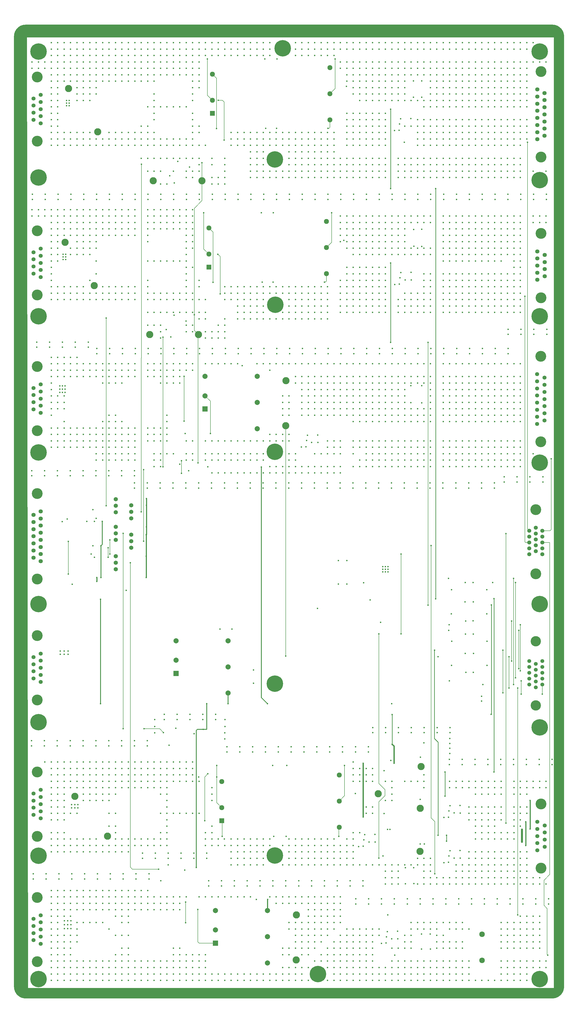
<source format=gbr>
%TF.GenerationSoftware,KiCad,Pcbnew,9.0.3*%
%TF.CreationDate,2025-09-16T14:08:45-04:00*%
%TF.ProjectId,11_CPU_PDU,31315f43-5055-45f5-9044-552e6b696361,rev?*%
%TF.SameCoordinates,Original*%
%TF.FileFunction,Copper,L4,Inr*%
%TF.FilePolarity,Positive*%
%FSLAX46Y46*%
G04 Gerber Fmt 4.6, Leading zero omitted, Abs format (unit mm)*
G04 Created by KiCad (PCBNEW 9.0.3) date 2025-09-16 14:08:45*
%MOMM*%
%LPD*%
G01*
G04 APERTURE LIST*
%TA.AperFunction,ComponentPad*%
%ADD10C,1.498600*%
%TD*%
%TA.AperFunction,ComponentPad*%
%ADD11C,4.000000*%
%TD*%
%TA.AperFunction,ComponentPad*%
%ADD12C,1.575000*%
%TD*%
%TA.AperFunction,ComponentPad*%
%ADD13C,4.216000*%
%TD*%
%TA.AperFunction,ComponentPad*%
%ADD14C,2.800000*%
%TD*%
%TA.AperFunction,ComponentPad*%
%ADD15C,1.560000*%
%TD*%
%TA.AperFunction,ComponentPad*%
%ADD16C,6.400000*%
%TD*%
%TA.AperFunction,ComponentPad*%
%ADD17C,1.650000*%
%TD*%
%TA.AperFunction,ComponentPad*%
%ADD18R,1.950000X1.950000*%
%TD*%
%TA.AperFunction,ComponentPad*%
%ADD19C,1.950000*%
%TD*%
%TA.AperFunction,ComponentPad*%
%ADD20C,1.635000*%
%TD*%
%TA.AperFunction,ComponentPad*%
%ADD21R,2.000000X2.000000*%
%TD*%
%TA.AperFunction,ComponentPad*%
%ADD22C,2.000000*%
%TD*%
%TA.AperFunction,ComponentPad*%
%ADD23C,2.159000*%
%TD*%
%TA.AperFunction,ViaPad*%
%ADD24C,0.600000*%
%TD*%
%TA.AperFunction,Conductor*%
%ADD25C,0.250000*%
%TD*%
%TA.AperFunction,Conductor*%
%ADD26C,0.200000*%
%TD*%
%TA.AperFunction,Conductor*%
%ADD27C,0.500000*%
%TD*%
%TA.AperFunction,Conductor*%
%ADD28C,0.400000*%
%TD*%
%TA.AperFunction,Conductor*%
%ADD29C,0.300000*%
%TD*%
%TA.AperFunction,Conductor*%
%ADD30C,0.350000*%
%TD*%
%TA.AperFunction,Conductor*%
%ADD31C,0.750000*%
%TD*%
G04 APERTURE END LIST*
D10*
%TO.N,/v1_Telem*%
%TO.C,J15*%
X385970000Y-277329999D03*
%TO.N,/TELEM_RTN*%
X385970000Y-275039998D03*
%TO.N,/v2_Telem*%
X385970000Y-272749998D03*
%TO.N,/TELEM_RTN*%
X385970000Y-270460000D03*
%TO.N,/v3_Telem*%
X385970000Y-268169999D03*
%TO.N,/TELEM_RTN*%
X388510000Y-278469999D03*
%TO.N,/v4_Telem*%
X388510000Y-276179999D03*
%TO.N,/TELEM_RTN*%
X388510000Y-273889998D03*
%TO.N,/v5_Telem*%
X388510000Y-271600000D03*
%TO.N,/Temp_Telem*%
X388510000Y-269310000D03*
%TO.N,/v6_Telem*%
X391050000Y-277329999D03*
%TO.N,/TELEM_RTN*%
X391050000Y-275039998D03*
%TO.N,/v7_Telem*%
X391050000Y-272749998D03*
%TO.N,/TELEM_RTN*%
X391050000Y-270460000D03*
X391050000Y-268169999D03*
D11*
%TO.N,GNDPWR*%
X388510000Y-260509999D03*
X388510000Y-285510000D03*
%TD*%
D12*
%TO.N,/i1_Telem*%
%TO.C,J14*%
X385950000Y-217469000D03*
%TO.N,/TELEM_RTN*%
X385950000Y-219759000D03*
%TO.N,/i2_Telem*%
X385950000Y-222049000D03*
%TO.N,/TELEM_RTN*%
X385950000Y-224339000D03*
%TO.N,/i3_Telem*%
X385950000Y-226629000D03*
%TO.N,/TELEM_RTN*%
X388490000Y-216324000D03*
%TO.N,/i4_Telem*%
X388490000Y-218614000D03*
%TO.N,/TELEM_RTN*%
X388490000Y-220904000D03*
%TO.N,/i5_Telem*%
X388490000Y-223194000D03*
%TO.N,/TELEM_RTN*%
X388490000Y-225484000D03*
%TO.N,/i6_Telem*%
X391030000Y-217469000D03*
%TO.N,/TELEM_RTN*%
X391030000Y-219759000D03*
%TO.N,/i7_Telem*%
X391030000Y-222049000D03*
%TO.N,/TELEM_RTN*%
X391030000Y-224339000D03*
X391030000Y-226629000D03*
D13*
%TO.N,GNDPWR*%
X388490000Y-234290000D03*
X388490000Y-209300000D03*
%TD*%
D14*
%TO.N,/SSD1_5V*%
%TO.C,SEC_PWR3*%
X295245001Y-384520000D03*
%TD*%
D15*
%TO.N,/V_SEC5_RTN*%
%TO.C,J13*%
X195905001Y-367160000D03*
X195905001Y-369930000D03*
%TO.N,unconnected-(J13-Pad3)*%
X195905001Y-372700000D03*
%TO.N,/V_SEC5_RTN*%
X195905001Y-375470000D03*
X195905001Y-378240000D03*
%TO.N,/V_SEC5_IN*%
X193065001Y-368545000D03*
X193065001Y-371315000D03*
X193065001Y-374085000D03*
X193065001Y-376855000D03*
D13*
%TO.N,GNDPWR*%
X194485001Y-360200000D03*
X194485001Y-385200000D03*
%TD*%
D16*
%TO.N,GNDPWR*%
%TO.C,H4*%
X195000000Y-392000000D03*
%TD*%
D17*
%TO.N,Net-(U22B-OUT_2)*%
%TO.C,J10*%
X225063200Y-210275000D03*
%TO.N,/LVDS_REC_CKT/EN_2*%
X225063200Y-207735000D03*
%TO.N,Net-(J10-Pad3)*%
X225063200Y-205195000D03*
%TD*%
D14*
%TO.N,/Sabertooth_IO/V8p2*%
%TO.C,8.2V1*%
X343902501Y-309244999D03*
%TD*%
%TO.N,/SSD0_5V*%
%TO.C,5V2*%
X291235001Y-176584999D03*
%TD*%
D18*
%TO.N,/Sabertooth_IO/p12V*%
%TO.C,U3*%
X266297501Y-330324999D03*
D19*
%TO.N,/Sabertooth_IO/p12_rtn*%
X266297501Y-325244999D03*
%TO.N,/Sabertooth_IO/REM*%
X266297501Y-315084999D03*
%TO.N,/Sabertooth_IO_12V*%
X312017501Y-332864999D03*
%TO.N,/Sabertooth_IO_RTN*%
X312017501Y-322704999D03*
%TO.N,Net-(U3-TRIM)*%
X312017501Y-312544999D03*
%TD*%
D16*
%TO.N,GNDPWR*%
%TO.C,H19*%
X290000000Y-29690000D03*
%TD*%
D20*
%TO.N,/EN3-*%
%TO.C,J7*%
X195905001Y-229340000D03*
%TO.N,/EN3+*%
X195905001Y-226570000D03*
%TO.N,/TELEM_RTN*%
X195905001Y-223800000D03*
%TO.N,/EN5+*%
X195905001Y-221030000D03*
%TO.N,/TELEM_RTN*%
X195905001Y-218260000D03*
%TO.N,/EN5-*%
X195905001Y-215490000D03*
%TO.N,/EN2+*%
X195905001Y-212720000D03*
%TO.N,/EN2-*%
X195905001Y-209950000D03*
%TO.N,/EN4-*%
X193065001Y-227955000D03*
%TO.N,/EN4+*%
X193065001Y-225185000D03*
%TO.N,/TELEM_RTN*%
X193065001Y-222415000D03*
X193065001Y-219645000D03*
X193065001Y-216875000D03*
%TO.N,/EN1+*%
X193065001Y-214105000D03*
%TO.N,/EN1-*%
X193065001Y-211335000D03*
D13*
%TO.N,GNDPWR*%
X194485001Y-202995000D03*
X194485001Y-236295000D03*
%TD*%
D14*
%TO.N,/V_SEC1_RTN*%
%TO.C,SEC_RTN1*%
X206725001Y-45335000D03*
%TD*%
%TO.N,Net-(F2-Pad2)*%
%TO.C,SEC_RTN2*%
X216715001Y-122055000D03*
%TD*%
D16*
%TO.N,GNDPWR*%
%TO.C,H11*%
X390000000Y-294000000D03*
%TD*%
%TO.N,GNDPWR*%
%TO.C,H10*%
X390000000Y-392000000D03*
%TD*%
D17*
%TO.N,Net-(U22D-OUT_4)*%
%TO.C,J12*%
X231063200Y-224065000D03*
%TO.N,/LVDS_REC_CKT/EN_4*%
X231063200Y-221525000D03*
%TO.N,Net-(J12-Pad3)*%
X231063200Y-218985000D03*
%TD*%
D21*
%TO.N,Net-(U23-+VIN)*%
%TO.C,U23*%
X248505001Y-272989999D03*
D22*
%TO.N,Net-(U23--VIN)*%
X248505001Y-267889999D03*
%TO.N,/V_TELEM*%
X268805001Y-280689999D03*
%TO.N,unconnected-(U23-TRIM-Pad4)*%
X268805001Y-270489999D03*
%TO.N,/V_TELEM_RTN*%
X268805001Y-260289999D03*
%TO.N,unconnected-(U23-REMOTE-Pad6)*%
X248505001Y-260289999D03*
%TD*%
D18*
%TO.N,/Sabertooth_CPU_and_PCIe_Bifurcator/P12V_PDU_DAQ1/p12V*%
%TO.C,U2*%
X261325001Y-114915000D03*
D19*
%TO.N,/Sabertooth_CPU_and_PCIe_Bifurcator/P12V_PDU_DAQ1/p12_rtn*%
X261325001Y-109835000D03*
%TO.N,/Sabertooth_CPU_and_PCIe_Bifurcator/P12V_PDU_DAQ1/REM*%
X261325001Y-99675000D03*
%TO.N,/PCIe_Bifurcator_12V*%
X307045001Y-117455000D03*
%TO.N,/PCIe_Bifurcator_12V_RTN*%
X307045001Y-107295000D03*
%TO.N,Net-(U2-TRIM)*%
X307045001Y-97135000D03*
%TD*%
D16*
%TO.N,GNDPWR*%
%TO.C,H20*%
X303760000Y-390000000D03*
%TD*%
%TO.N,GNDPWR*%
%TO.C,H1*%
X195000000Y-31000000D03*
%TD*%
D17*
%TO.N,Net-(U22C-OUT_3)*%
%TO.C,J11*%
X225063200Y-221035000D03*
%TO.N,/LVDS_REC_CKT/EN_3*%
X225063200Y-218495000D03*
%TO.N,Net-(J11-Pad3)*%
X225063200Y-215955000D03*
%TD*%
D14*
%TO.N,/Sabertooth_IO_5V*%
%TO.C,5V1*%
X343522501Y-325554999D03*
%TD*%
D16*
%TO.N,GNDPWR*%
%TO.C,H21*%
X287000000Y-186770000D03*
%TD*%
D20*
%TO.N,/Sabertooth_p12V_OUT*%
%TO.C,J18*%
X389080000Y-45725000D03*
X389080000Y-48495000D03*
X389080000Y-51265000D03*
X389080000Y-54035000D03*
%TO.N,unconnected-(J18-Pad5)*%
X389080000Y-56805000D03*
%TO.N,unconnected-(J18-Pad6)*%
X389080000Y-59575000D03*
%TO.N,unconnected-(J18-Pad7)*%
X389080000Y-62345000D03*
%TO.N,unconnected-(J18-Pad8)*%
X389080000Y-65115000D03*
%TO.N,/Sabertooth_p12V_RTN*%
X391920000Y-47110000D03*
X391920000Y-49880000D03*
X391920000Y-52650000D03*
X391920000Y-55420000D03*
%TO.N,unconnected-(J18-Pad13)*%
X391920000Y-58190000D03*
%TO.N,unconnected-(J18-Pad14)*%
X391920000Y-60960000D03*
%TO.N,unconnected-(J18-Pad15)*%
X391920000Y-63730000D03*
D13*
%TO.N,GNDPWR*%
X390500000Y-72070000D03*
X390500000Y-38770000D03*
%TD*%
D16*
%TO.N,GNDPWR*%
%TO.C,H22*%
X287000000Y-343890000D03*
%TD*%
D17*
%TO.N,Net-(U22A-OUT_1)*%
%TO.C,J9*%
X231063200Y-212645000D03*
%TO.N,/LVDS_REC_CKT/EN_1*%
X231063200Y-210105000D03*
%TO.N,Net-(J9-Pad3)*%
X231063200Y-207565000D03*
%TD*%
D14*
%TO.N,/Sabertooth_IO_RTN*%
%TO.C,8.2\u002C5\u002C3.3_RTN1*%
X327155001Y-319864999D03*
%TD*%
D16*
%TO.N,GNDPWR*%
%TO.C,H15*%
X195000000Y-187000000D03*
%TD*%
D17*
%TO.N,Net-(U21-R)*%
%TO.C,J8*%
X225063200Y-232455000D03*
%TO.N,/LVDS_REC_CKT/EN_5*%
X225063200Y-229915000D03*
%TO.N,Net-(J8-Pad3)*%
X225063200Y-227375000D03*
%TD*%
D15*
%TO.N,/V_SEC3_RTN*%
%TO.C,J3*%
X195905001Y-318370000D03*
X195905001Y-321140000D03*
%TO.N,unconnected-(J3-Pad3)*%
X195905001Y-323910000D03*
%TO.N,/V_SEC3_RTN*%
X195905001Y-326680000D03*
X195905001Y-329450000D03*
%TO.N,/V_SEC3_IN*%
X193065001Y-319755000D03*
X193065001Y-322525000D03*
X193065001Y-325295000D03*
X193065001Y-328065000D03*
D13*
%TO.N,GNDPWR*%
X194485001Y-311410000D03*
X194485001Y-336410000D03*
%TD*%
D16*
%TO.N,GNDPWR*%
%TO.C,H5*%
X195000000Y-344000000D03*
%TD*%
%TO.N,GNDPWR*%
%TO.C,H18*%
X287190000Y-129530000D03*
%TD*%
D15*
%TO.N,/SSD0_5V_RTN*%
%TO.C,J6*%
X389035000Y-175930000D03*
X389035000Y-173160000D03*
X389035000Y-170390000D03*
X389035000Y-167620000D03*
X389035000Y-164850000D03*
X389035000Y-162080000D03*
X389035000Y-159310000D03*
%TO.N,/SSD0_5V_OUT*%
X389035000Y-156540000D03*
X391875000Y-174545000D03*
X391875000Y-171775000D03*
%TO.N,/SSD0_5V_RTN*%
X391875000Y-169005000D03*
%TO.N,/SSD0_5V_OUT*%
X391875000Y-166235000D03*
X391875000Y-163465000D03*
X391875000Y-160695000D03*
%TO.N,/SSD0_5V_RTN*%
X391875000Y-157925000D03*
D13*
%TO.N,GNDPWR*%
X390455000Y-182885000D03*
X390455000Y-149585000D03*
%TD*%
D16*
%TO.N,GNDPWR*%
%TO.C,H8*%
X195000000Y-134000000D03*
%TD*%
%TO.N,GNDPWR*%
%TO.C,H12*%
X390000000Y-246000000D03*
%TD*%
%TO.N,GNDPWR*%
%TO.C,H3*%
X287000000Y-73000000D03*
%TD*%
%TO.N,GNDPWR*%
%TO.C,H17*%
X195000000Y-246000000D03*
%TD*%
D15*
%TO.N,/V_SEC2_RTN*%
%TO.C,J2*%
X195905001Y-107700000D03*
X195905001Y-110470000D03*
%TO.N,unconnected-(J2-Pad3)*%
X195905001Y-113240000D03*
%TO.N,/V_SEC2_RTN*%
X195905001Y-116010000D03*
X195905001Y-118780000D03*
%TO.N,/V_SEC2_IN*%
X193065001Y-109085000D03*
X193065001Y-111855000D03*
X193065001Y-114625000D03*
X193065001Y-117395000D03*
D13*
%TO.N,GNDPWR*%
X194485001Y-100740000D03*
X194485001Y-125740000D03*
%TD*%
D14*
%TO.N,Net-(F1-Pad2)*%
%TO.C,SEC_PWR1*%
X218085001Y-62185000D03*
%TD*%
D15*
%TO.N,/Sabertooth_IO_12V_OUT*%
%TO.C,J16*%
X389110000Y-341880000D03*
X389110000Y-339110000D03*
%TO.N,unconnected-(J16-Pad3)*%
X389110000Y-336340000D03*
%TO.N,/Sabertooth_IO_5V_OUT*%
X389110000Y-333570000D03*
%TO.N,/Sabertooth_IO_3p3V_OUT*%
X389110000Y-330800000D03*
%TO.N,/Sabertooth_IO_RTN*%
X391950000Y-340495000D03*
X391950000Y-337725000D03*
X391950000Y-334955000D03*
X391950000Y-332185000D03*
D13*
%TO.N,GNDPWR*%
X390530000Y-348840000D03*
X390530000Y-323840000D03*
%TD*%
D20*
%TO.N,unconnected-(J17-Pad1)*%
%TO.C,J17*%
X389090000Y-108740000D03*
%TO.N,unconnected-(J17-Pad2)*%
X389090000Y-111510000D03*
%TO.N,unconnected-(J17-Pad3)*%
X389090000Y-114280000D03*
%TO.N,/PCIe_Bifurcator_12V_OUT*%
X389090000Y-117050000D03*
X389090000Y-119820000D03*
%TO.N,unconnected-(J17-Pad6)*%
X391930000Y-110125000D03*
%TO.N,unconnected-(J17-Pad7)*%
X391930000Y-112895000D03*
%TO.N,/PCIe_Bifurcator_12V_RTN*%
X391930000Y-115665000D03*
X391930000Y-118435000D03*
D13*
%TO.N,GNDPWR*%
X390510000Y-126780000D03*
X390510000Y-101780000D03*
%TD*%
D23*
%TO.N,/SSD1_5V_RTN*%
%TO.C,P2*%
X367580000Y-384730000D03*
%TD*%
D21*
%TO.N,/SSD_PDU/HUB_SSD1/p12V*%
%TO.C,U8*%
X263842501Y-377990000D03*
D22*
%TO.N,/SSD_PDU/HUB_SSD1/p12_rtn*%
X263842501Y-372890000D03*
%TO.N,/SSD1_5V*%
X284142501Y-385690000D03*
%TO.N,Net-(U8-TRIM)*%
X284142501Y-375490000D03*
%TO.N,/SSD1_5V_RTN*%
X284142501Y-365290000D03*
%TO.N,/SSD_PDU/HUB_SSD1/REM*%
X263842501Y-365290000D03*
%TD*%
D14*
%TO.N,/V_SEC2_RTN*%
%TO.C,TP1*%
X205355001Y-105205000D03*
%TD*%
%TO.N,Net-(F3-Pad2)*%
%TO.C,V_SEC_IN1*%
X221885001Y-336364999D03*
%TD*%
D16*
%TO.N,GNDPWR*%
%TO.C,H6*%
X195000000Y-292000000D03*
%TD*%
%TO.N,GNDPWR*%
%TO.C,H7*%
X390000000Y-31000000D03*
%TD*%
%TO.N,GNDPWR*%
%TO.C,H16*%
X390000000Y-191000000D03*
%TD*%
%TO.N,GNDPWR*%
%TO.C,H14*%
X390000000Y-81000000D03*
%TD*%
D15*
%TO.N,/V_SEC1_RTN*%
%TO.C,J1*%
X195905001Y-47830000D03*
X195905001Y-50600000D03*
%TO.N,unconnected-(J1-Pad3)*%
X195905001Y-53370000D03*
%TO.N,/V_SEC1_RTN*%
X195905001Y-56140000D03*
X195905001Y-58910000D03*
%TO.N,/V_SEC1_IN*%
X193065001Y-49215000D03*
X193065001Y-51985000D03*
X193065001Y-54755000D03*
X193065001Y-57525000D03*
D13*
%TO.N,GNDPWR*%
X194485001Y-40870000D03*
X194485001Y-65870000D03*
%TD*%
D14*
%TO.N,/V_TELEM*%
%TO.C,TELEM_PWR1*%
X258595001Y-81255000D03*
%TD*%
%TO.N,/V_TELEM*%
%TO.C,SEC_PWR2*%
X257225001Y-141125000D03*
%TD*%
D15*
%TO.N,/V_TELEM_RTN*%
%TO.C,J5*%
X195905001Y-265294999D03*
X195905001Y-268064999D03*
%TO.N,unconnected-(J5-Pad3)*%
X195905001Y-270834999D03*
%TO.N,/V_TELEM_RTN*%
X195905001Y-273604999D03*
X195905001Y-276374999D03*
%TO.N,/V_TELEM_IN*%
X193065001Y-266679999D03*
X193065001Y-269449999D03*
X193065001Y-272219999D03*
X193065001Y-274989999D03*
D13*
%TO.N,GNDPWR*%
X194485001Y-258334999D03*
X194485001Y-283334999D03*
%TD*%
D23*
%TO.N,/SSD1_5V_OUT*%
%TO.C,P1*%
X367580000Y-374519600D03*
%TD*%
D16*
%TO.N,GNDPWR*%
%TO.C,H2*%
X390000000Y-134000000D03*
%TD*%
D14*
%TO.N,/V_TELEM_RTN*%
%TO.C,TELEM_RTN1*%
X239625001Y-81245000D03*
%TD*%
%TO.N,/SSD0_5V_RTN*%
%TO.C,5V_RTN1*%
X291315001Y-159085000D03*
%TD*%
D15*
%TO.N,/V_SEC4_RTN*%
%TO.C,J4*%
X195905001Y-160535000D03*
X195905001Y-163305000D03*
%TO.N,unconnected-(J4-Pad3)*%
X195905001Y-166075000D03*
%TO.N,/V_SEC4_RTN*%
X195905001Y-168845000D03*
X195905001Y-171615000D03*
%TO.N,/V_SEC4_IN*%
X193065001Y-161920000D03*
X193065001Y-164690000D03*
X193065001Y-167460000D03*
X193065001Y-170230000D03*
D13*
%TO.N,GNDPWR*%
X194485001Y-153575000D03*
X194485001Y-178575000D03*
%TD*%
D14*
%TO.N,/Sabertooth_IO_3p3V*%
%TO.C,3.3V1*%
X343474001Y-342274999D03*
%TD*%
D18*
%TO.N,/Sabertooth_CPU_and_PCIe_Bifurcator/P12V_PDU_DAQ/p12V*%
%TO.C,U1*%
X262695001Y-55045000D03*
D19*
%TO.N,/Sabertooth_CPU_and_PCIe_Bifurcator/P12V_PDU_DAQ/p12_rtn*%
X262695001Y-49965000D03*
%TO.N,/Sabertooth_CPU_and_PCIe_Bifurcator/P12V_PDU_DAQ/REM*%
X262695001Y-39805000D03*
%TO.N,/Sabertooth_p12V*%
X308415001Y-57585000D03*
%TO.N,/Sabertooth_p12V_RTN*%
X308415001Y-47425000D03*
%TO.N,Net-(U1-TRIM)*%
X308415001Y-37265000D03*
%TD*%
D16*
%TO.N,GNDPWR*%
%TO.C,H13*%
X195000000Y-80000000D03*
%TD*%
D14*
%TO.N,/V_SEC3_RTN*%
%TO.C,V_SEC_RTN1*%
X209135001Y-320864999D03*
%TD*%
%TO.N,/SSD1_5V_RTN*%
%TO.C,SEC_RTN4*%
X295325001Y-367020000D03*
%TD*%
D21*
%TO.N,/SSD_PDU/HUB_SSD0/p12V*%
%TO.C,U7*%
X259832501Y-170055000D03*
D22*
%TO.N,/SSD_PDU/HUB_SSD0/p12_rtn*%
X259832501Y-164955000D03*
%TO.N,/SSD0_5V*%
X280132501Y-177755000D03*
%TO.N,Net-(U7-TRIM)*%
X280132501Y-167555000D03*
%TO.N,/SSD0_5V_RTN*%
X280132501Y-157355000D03*
%TO.N,/SSD_PDU/HUB_SSD0/REM*%
X259832501Y-157355000D03*
%TD*%
D16*
%TO.N,GNDPWR*%
%TO.C,H9*%
X287000000Y-277000000D03*
%TD*%
D14*
%TO.N,/V_TELEM_RTN*%
%TO.C,SEC_RTN3*%
X238255001Y-141115000D03*
%TD*%
D24*
%TO.N,/Sabertooth_IO_3p3V*%
X350460000Y-336000000D03*
X349090000Y-263990000D03*
X353790001Y-338330000D03*
X353790001Y-335990001D03*
%TO.N,/Sabertooth_IO_5V*%
X353190000Y-311410000D03*
X372210000Y-311400000D03*
X372210000Y-243930000D03*
X353190000Y-320790000D03*
%TO.N,/SSD0_5V*%
X350520000Y-266520000D03*
X291230000Y-266280000D03*
%TO.N,/SSD0_5V_RTN*%
X315000000Y-167500000D03*
X305000000Y-157500000D03*
X335000000Y-162500000D03*
X300000000Y-157500000D03*
X335000000Y-167500000D03*
X347500000Y-167500000D03*
X305000000Y-162500000D03*
X375000000Y-162500000D03*
X335000000Y-175000000D03*
X320000000Y-162500000D03*
X360000000Y-167500000D03*
X317500000Y-172500000D03*
X342500000Y-172500000D03*
X345000000Y-157500000D03*
X332500000Y-172500000D03*
X380000000Y-172500000D03*
X320000000Y-157500000D03*
X380000000Y-157500000D03*
X340000000Y-175000000D03*
X380000000Y-167500000D03*
X340000000Y-157500000D03*
X327500000Y-172500000D03*
X347500000Y-172500000D03*
X370000000Y-167500000D03*
X345000000Y-175000000D03*
X325000000Y-167500000D03*
X355000000Y-157500000D03*
X337500000Y-172500000D03*
X330000000Y-162500000D03*
X365000000Y-167500000D03*
X375000000Y-172500000D03*
X355000000Y-167500000D03*
X320000000Y-175000000D03*
X375000000Y-157500000D03*
X370000000Y-172500000D03*
X322500000Y-172500000D03*
X370000000Y-162500000D03*
X310000000Y-167500000D03*
X365000000Y-172500000D03*
X325000000Y-162500000D03*
X365000000Y-157500000D03*
X375000000Y-167500000D03*
X315000000Y-162500000D03*
X330000000Y-167500000D03*
X315000000Y-157500000D03*
X310000000Y-162500000D03*
X360000000Y-172500000D03*
X325000000Y-175000000D03*
X320000000Y-167500000D03*
X300000000Y-167500000D03*
X300000000Y-162500000D03*
X310000000Y-157500000D03*
X355000000Y-162500000D03*
X295000000Y-157500000D03*
X305000000Y-167500000D03*
X355000000Y-172500000D03*
X370000000Y-157500000D03*
X365000000Y-162500000D03*
X380000000Y-162500000D03*
X335000000Y-157500000D03*
X360000000Y-157500000D03*
X360000000Y-162500000D03*
X330000000Y-175000000D03*
X312500000Y-172500000D03*
X330000000Y-157500000D03*
X325000000Y-157500000D03*
%TO.N,/Sabertooth_IO_RTN*%
X322500000Y-347500000D03*
X387500000Y-315000000D03*
X377500000Y-355000000D03*
X347500000Y-352500000D03*
X317500000Y-337500000D03*
X342500000Y-347500000D03*
X372500000Y-350000000D03*
X367500000Y-332500000D03*
X345155001Y-339404999D03*
X372500000Y-327500000D03*
X370000000Y-335000000D03*
X367500000Y-327500000D03*
X387500000Y-355000000D03*
X370000000Y-325000000D03*
X325000000Y-315000000D03*
X332500000Y-347500000D03*
X291675001Y-308844999D03*
X329472501Y-327524999D03*
X332500000Y-315000000D03*
X335000000Y-355000000D03*
X362500000Y-350000000D03*
X380000000Y-342500000D03*
X360000000Y-347500000D03*
X343592501Y-305594999D03*
X332500000Y-320000000D03*
X385000000Y-342500000D03*
X340000000Y-315000000D03*
X337500000Y-347500000D03*
X370000000Y-352500000D03*
X345000000Y-345000000D03*
X329064001Y-344104999D03*
X314105001Y-308844999D03*
X372500000Y-332500000D03*
X392500000Y-355000000D03*
X332500000Y-352500000D03*
X367500000Y-345000000D03*
X372500000Y-355000000D03*
X320000000Y-335000000D03*
X372500000Y-345000000D03*
X330000000Y-350000000D03*
X367500000Y-330000000D03*
X325000000Y-310000000D03*
X370000000Y-342500000D03*
X377500000Y-350000000D03*
X350000000Y-355000000D03*
X317500000Y-342500000D03*
X375000000Y-325000000D03*
X362500000Y-327500000D03*
X372500000Y-337500000D03*
X355000000Y-315000000D03*
X380000000Y-347500000D03*
X380000000Y-352500000D03*
X335000000Y-350000000D03*
X382500000Y-315000000D03*
X385000000Y-347500000D03*
X372500000Y-320000000D03*
X345000000Y-315000000D03*
X345000000Y-350000000D03*
X367500000Y-337500000D03*
X365000000Y-335000000D03*
X375000000Y-342500000D03*
X375000000Y-347500000D03*
X360000000Y-315000000D03*
X322500000Y-327500000D03*
X385000000Y-352500000D03*
X330000000Y-355000000D03*
X343562501Y-322054999D03*
X367500000Y-317500000D03*
X385000000Y-317500000D03*
X357500000Y-352500000D03*
X365000000Y-342500000D03*
X347500000Y-347500000D03*
X392500000Y-315000000D03*
X390000000Y-352500000D03*
X352500000Y-352500000D03*
X375000000Y-315000000D03*
X375000000Y-335000000D03*
X382500000Y-327500000D03*
X345000000Y-355000000D03*
X390000000Y-317500000D03*
X362500000Y-345000000D03*
X380000000Y-335000000D03*
X380000000Y-325000000D03*
X377500000Y-345000000D03*
X367500000Y-350000000D03*
X382500000Y-345000000D03*
X329472501Y-310834999D03*
X367500000Y-320000000D03*
X325000000Y-325000000D03*
X370000000Y-347500000D03*
X362500000Y-317500000D03*
X365000000Y-352500000D03*
X360000000Y-352500000D03*
X327500000Y-347500000D03*
X372500000Y-330000000D03*
X382500000Y-330000000D03*
X317500000Y-347500000D03*
X382500000Y-332500000D03*
X385000000Y-320000000D03*
X370000000Y-315000000D03*
X332092501Y-306884999D03*
X385000000Y-325000000D03*
X343524001Y-339414999D03*
X345000000Y-300000000D03*
X357500000Y-347500000D03*
X372500000Y-317500000D03*
X377500000Y-337500000D03*
X382500000Y-350000000D03*
X382500000Y-355000000D03*
X380000000Y-320000000D03*
X375000000Y-352500000D03*
X367500000Y-355000000D03*
X365000000Y-315000000D03*
X365000000Y-347500000D03*
X357500000Y-317500000D03*
X365000000Y-325000000D03*
X380000000Y-317500000D03*
%TO.N,/Sabertooth_p12V*%
X349560000Y-243950000D03*
X349560000Y-84330000D03*
X332060000Y-84330000D03*
X332060000Y-53415000D03*
X307665001Y-60845000D03*
X287695001Y-60845000D03*
%TO.N,/Sabertooth_CPU_and_PCIe_Bifurcator/P12V_PDU_DAQ/p12V*%
X283405001Y-60845000D03*
%TO.N,/Sabertooth_CPU_and_PCIe_Bifurcator/P12V_PDU_DAQ/p12_rtn*%
X267280000Y-65400000D03*
X264950000Y-49960000D03*
X260695001Y-33845000D03*
X283095001Y-33845000D03*
%TO.N,/Sabertooth_p12V_RTN*%
X357500000Y-65000000D03*
X372500000Y-45000000D03*
X367500000Y-45000000D03*
X332500000Y-40000000D03*
X377500000Y-67500000D03*
X332500000Y-50000000D03*
X342500000Y-62500000D03*
X342500000Y-40000000D03*
X382500000Y-60000000D03*
X347500000Y-42500000D03*
X322500000Y-37500000D03*
X337500000Y-37500000D03*
X310465001Y-33855000D03*
X325000000Y-67500000D03*
X382500000Y-47500000D03*
X362500000Y-60000000D03*
X320000000Y-60000000D03*
X362500000Y-52500000D03*
X352500000Y-57500000D03*
X327500000Y-47500000D03*
X377500000Y-52500000D03*
X352500000Y-35000000D03*
X325000000Y-57500000D03*
X340000000Y-50000000D03*
X315000000Y-62500000D03*
X325000000Y-55000000D03*
X337500000Y-47500000D03*
X362500000Y-62500000D03*
X315000000Y-55000000D03*
X330000000Y-55000000D03*
X332500000Y-47500000D03*
X325000000Y-60000000D03*
X357500000Y-67500000D03*
X312500000Y-35000000D03*
X377500000Y-62500000D03*
X377500000Y-65000000D03*
X330000000Y-57500000D03*
X342500000Y-35000000D03*
X352500000Y-50000000D03*
X330000000Y-65000000D03*
X352500000Y-42500000D03*
X367500000Y-60000000D03*
X372500000Y-67500000D03*
X352500000Y-67500000D03*
X347500000Y-40000000D03*
X377500000Y-50000000D03*
X357500000Y-52500000D03*
X320000000Y-55000000D03*
X367500000Y-62500000D03*
X377500000Y-42500000D03*
X352500000Y-60000000D03*
X347500000Y-67500000D03*
X342500000Y-65000000D03*
X362500000Y-47500000D03*
X357500000Y-47500000D03*
X342500000Y-60000000D03*
X382500000Y-62500000D03*
X392500000Y-35000000D03*
X347500000Y-57500000D03*
X362500000Y-67500000D03*
X327500000Y-42500000D03*
X337500000Y-45000000D03*
X367500000Y-37500000D03*
X372500000Y-50000000D03*
X357500000Y-37500000D03*
X357500000Y-45000000D03*
X372500000Y-62500000D03*
X362500000Y-45000000D03*
X377500000Y-45000000D03*
X367500000Y-52500000D03*
X337500000Y-35000000D03*
X382500000Y-67500000D03*
X362500000Y-42500000D03*
X377500000Y-37500000D03*
X352500000Y-65000000D03*
X327500000Y-50000000D03*
X317500000Y-37500000D03*
X367500000Y-47500000D03*
X372500000Y-65000000D03*
X357500000Y-42500000D03*
X332500000Y-37500000D03*
X332500000Y-35000000D03*
X317500000Y-35000000D03*
X347500000Y-35000000D03*
X352500000Y-40000000D03*
X315000000Y-60000000D03*
X315000000Y-57500000D03*
X320000000Y-67500000D03*
X372500000Y-47500000D03*
X382500000Y-37500000D03*
X357500000Y-35000000D03*
X322500000Y-40000000D03*
X315000000Y-67500000D03*
X337500000Y-42500000D03*
X312500000Y-37500000D03*
X322500000Y-35000000D03*
X352500000Y-62500000D03*
X322500000Y-45000000D03*
X382500000Y-40000000D03*
X322500000Y-42500000D03*
X320000000Y-65000000D03*
X330000000Y-62500000D03*
X372500000Y-35000000D03*
X382500000Y-50000000D03*
X342500000Y-37500000D03*
X362500000Y-57500000D03*
X382500000Y-45000000D03*
X322500000Y-47500000D03*
X367500000Y-40000000D03*
X382500000Y-57500000D03*
X367500000Y-65000000D03*
X362500000Y-37500000D03*
X347500000Y-45000000D03*
X325000000Y-62500000D03*
X362500000Y-35000000D03*
X320000000Y-57500000D03*
X327500000Y-45000000D03*
X367500000Y-67500000D03*
X382500000Y-52500000D03*
X382500000Y-35000000D03*
X327500000Y-35000000D03*
X327500000Y-40000000D03*
X342500000Y-50000000D03*
X357500000Y-40000000D03*
X317500000Y-40000000D03*
X382500000Y-42500000D03*
X367500000Y-57500000D03*
X362500000Y-65000000D03*
X387500000Y-35000000D03*
X320000000Y-62500000D03*
X325000000Y-65000000D03*
X357500000Y-60000000D03*
X377500000Y-47500000D03*
X347500000Y-65000000D03*
X342500000Y-67500000D03*
X357500000Y-62500000D03*
X347500000Y-37500000D03*
X372500000Y-40000000D03*
X377500000Y-57500000D03*
X330000000Y-60000000D03*
X367500000Y-35000000D03*
X347500000Y-47500000D03*
X357500000Y-50000000D03*
X362500000Y-40000000D03*
X347500000Y-52500000D03*
X347500000Y-62500000D03*
X372500000Y-52500000D03*
X337500000Y-50000000D03*
X362500000Y-50000000D03*
X372500000Y-57500000D03*
X315000000Y-65000000D03*
X347500000Y-50000000D03*
X377500000Y-35000000D03*
X352500000Y-47500000D03*
X352500000Y-45000000D03*
X332500000Y-45000000D03*
X372500000Y-60000000D03*
X317500000Y-47500000D03*
X322500000Y-50000000D03*
X330000000Y-67500000D03*
X377500000Y-40000000D03*
X287785001Y-33855000D03*
X352500000Y-52500000D03*
X317500000Y-45000000D03*
X382500000Y-65000000D03*
X347500000Y-60000000D03*
X337500000Y-40000000D03*
X317500000Y-42500000D03*
X357500000Y-57500000D03*
X332500000Y-42500000D03*
X372500000Y-37500000D03*
X372500000Y-42500000D03*
X367500000Y-42500000D03*
X377500000Y-60000000D03*
X352500000Y-37500000D03*
X327500000Y-37500000D03*
X342500000Y-57500000D03*
X367500000Y-50000000D03*
%TO.N,/V_SEC1_RTN*%
X347500000Y-30000000D03*
X367500000Y-27500000D03*
X365000000Y-50000000D03*
X217500000Y-37500000D03*
X240000000Y-65000000D03*
X327500000Y-57500000D03*
X212500000Y-47500000D03*
X210000000Y-50000000D03*
X240000000Y-52500000D03*
X235000000Y-30000000D03*
X385000000Y-62500000D03*
X370000000Y-42500000D03*
X340000000Y-72500000D03*
X365000000Y-60000000D03*
X317500000Y-65000000D03*
X340000000Y-40000000D03*
X345000000Y-65000000D03*
X235000000Y-37500000D03*
X227500000Y-37500000D03*
X202500000Y-67500000D03*
X380000000Y-72500000D03*
X355000000Y-80000000D03*
X287500000Y-80000000D03*
X370000000Y-62500000D03*
X297500000Y-27500000D03*
X297500000Y-32500000D03*
X307500000Y-62500000D03*
X317500000Y-55000000D03*
X220000000Y-32500000D03*
X280000000Y-62500000D03*
X365000000Y-42500000D03*
X365000000Y-37500000D03*
X245000000Y-27500000D03*
X215000000Y-45000000D03*
X385000000Y-45000000D03*
X300000000Y-65000000D03*
X202500000Y-27500000D03*
X292500000Y-65000000D03*
X305000000Y-67500000D03*
X240000000Y-57500000D03*
X252500000Y-32500000D03*
X325000000Y-37500000D03*
X350000000Y-75000000D03*
X285000000Y-67500000D03*
X317500000Y-75000000D03*
X215000000Y-65000000D03*
X350000000Y-60000000D03*
X232500000Y-42500000D03*
X380000000Y-30000000D03*
X352500000Y-72500000D03*
X357500000Y-27500000D03*
X365000000Y-75000000D03*
X240000000Y-55000000D03*
X375000000Y-75000000D03*
X385000000Y-65000000D03*
X255000000Y-37500000D03*
X302500000Y-30000000D03*
X285000000Y-77500000D03*
X355000000Y-57500000D03*
X200000000Y-32500000D03*
X320000000Y-35000000D03*
X230000000Y-35000000D03*
X290000000Y-67500000D03*
X215000000Y-47500000D03*
X252500000Y-27500000D03*
X315000000Y-35000000D03*
X375000000Y-47500000D03*
X307500000Y-65000000D03*
X292500000Y-72500000D03*
X302500000Y-67500000D03*
X277500000Y-72500000D03*
X260000000Y-30000000D03*
X325000000Y-75000000D03*
X292500000Y-77500000D03*
X245000000Y-40000000D03*
X220000000Y-67500000D03*
X312500000Y-75000000D03*
X245000000Y-67500000D03*
X320000000Y-42500000D03*
X272500000Y-65000000D03*
X212500000Y-45000000D03*
X220000000Y-42500000D03*
X235000000Y-65000000D03*
X222500000Y-37500000D03*
X302500000Y-32500000D03*
X322500000Y-72500000D03*
X320000000Y-30000000D03*
X202500000Y-52500000D03*
X300000000Y-70000000D03*
X200000000Y-47500000D03*
X217500000Y-42500000D03*
X385000000Y-60000000D03*
X310000000Y-75000000D03*
X252500000Y-52500000D03*
X390000000Y-35000000D03*
X360000000Y-77500000D03*
X357500000Y-77500000D03*
X337500000Y-80000000D03*
X242500000Y-52500000D03*
X295000000Y-75000000D03*
X325000000Y-77500000D03*
X327500000Y-27500000D03*
X200000000Y-62500000D03*
X365000000Y-47500000D03*
X375000000Y-57500000D03*
X387500000Y-77500000D03*
X335000000Y-80000000D03*
X355000000Y-47500000D03*
X375000000Y-67500000D03*
X210000000Y-27500000D03*
X202500000Y-32500000D03*
X247500000Y-67500000D03*
X207500000Y-65000000D03*
X367500000Y-30000000D03*
X340000000Y-35000000D03*
X370000000Y-30000000D03*
X370000000Y-65000000D03*
X277500000Y-80000000D03*
X355000000Y-67500000D03*
X227500000Y-65000000D03*
X206945001Y-51045000D03*
X205000000Y-32500000D03*
X252500000Y-40000000D03*
X250000000Y-32500000D03*
X257500000Y-42500000D03*
X215000000Y-50000000D03*
X222500000Y-27500000D03*
X322500000Y-55000000D03*
X345000000Y-40000000D03*
X235000000Y-27500000D03*
X320000000Y-45000000D03*
X205000000Y-30000000D03*
X232500000Y-37500000D03*
X242500000Y-35000000D03*
X207500000Y-32500000D03*
X370000000Y-47500000D03*
X380000000Y-67500000D03*
X215000000Y-35000000D03*
X370000000Y-57500000D03*
X305000000Y-70000000D03*
X345000000Y-75000000D03*
X380000000Y-27500000D03*
X350000000Y-47500000D03*
X330000000Y-75000000D03*
X350000000Y-80000000D03*
X360000000Y-37500000D03*
X240000000Y-32500000D03*
X275000000Y-30000000D03*
X317500000Y-60000000D03*
X385000000Y-40000000D03*
X280000000Y-32500000D03*
X252500000Y-37500000D03*
X222500000Y-67500000D03*
X265000000Y-30000000D03*
X282500000Y-80000000D03*
X287500000Y-77500000D03*
X367500000Y-80000000D03*
X202500000Y-50000000D03*
X345000000Y-62500000D03*
X200000000Y-60000000D03*
X330000000Y-80000000D03*
X240000000Y-27500000D03*
X350000000Y-35000000D03*
X360000000Y-60000000D03*
X237500000Y-67500000D03*
X340915000Y-48785000D03*
X375000000Y-37500000D03*
X202500000Y-57500000D03*
X330000000Y-27500000D03*
X200000000Y-67500000D03*
X247500000Y-37500000D03*
X280000000Y-75000000D03*
X245000000Y-32500000D03*
X200000000Y-65000000D03*
X217500000Y-30000000D03*
X300000000Y-77500000D03*
X392500000Y-77500000D03*
X375000000Y-30000000D03*
X222500000Y-62500000D03*
X355000000Y-75000000D03*
X207500000Y-35000000D03*
X375000000Y-72500000D03*
X372500000Y-77500000D03*
X247500000Y-32500000D03*
X300000000Y-27500000D03*
X320000000Y-72500000D03*
X377500000Y-27500000D03*
X230000000Y-67500000D03*
X242500000Y-67500000D03*
X340000000Y-27500000D03*
X267500000Y-27500000D03*
X370000000Y-75000000D03*
X230000000Y-32500000D03*
X242500000Y-37500000D03*
X227500000Y-40000000D03*
X272500000Y-67500000D03*
X342500000Y-80000000D03*
X345000000Y-52500000D03*
X227500000Y-27500000D03*
X385000000Y-35000000D03*
X212500000Y-40000000D03*
X350000000Y-77500000D03*
X345000000Y-27500000D03*
X337500000Y-72500000D03*
X380000000Y-45000000D03*
X232500000Y-40000000D03*
X285000000Y-65000000D03*
X355000000Y-77500000D03*
X302500000Y-77500000D03*
X240000000Y-35000000D03*
X350000000Y-42500000D03*
X342500000Y-75000000D03*
X385000000Y-57500000D03*
X327500000Y-72500000D03*
X315000000Y-72500000D03*
X272500000Y-27500000D03*
X327500000Y-62500000D03*
X345000000Y-80000000D03*
X255000000Y-65000000D03*
X320000000Y-75000000D03*
X360000000Y-75000000D03*
X250000000Y-35000000D03*
X310000000Y-30000000D03*
X195000000Y-37500000D03*
X202500000Y-65000000D03*
X240000000Y-40000000D03*
X337500000Y-27500000D03*
X385000000Y-42500000D03*
X312500000Y-72500000D03*
X297500000Y-70000000D03*
X197500000Y-35000000D03*
X307500000Y-32500000D03*
X370000000Y-67500000D03*
X222500000Y-42500000D03*
X220000000Y-37500000D03*
X360000000Y-52500000D03*
X375000000Y-65000000D03*
X257500000Y-67500000D03*
X300000000Y-75000000D03*
X300000000Y-67500000D03*
X200000000Y-30000000D03*
X375000000Y-62500000D03*
X277500000Y-77500000D03*
X350000000Y-27500000D03*
X210000000Y-47500000D03*
X282500000Y-30000000D03*
X365000000Y-77500000D03*
X377500000Y-80000000D03*
X227500000Y-30000000D03*
X375000000Y-27500000D03*
X270000000Y-30000000D03*
X380000000Y-80000000D03*
X370000000Y-72500000D03*
X340000000Y-75000000D03*
X222500000Y-65000000D03*
X215000000Y-67500000D03*
X210000000Y-45000000D03*
X355000000Y-30000000D03*
X247500000Y-35000000D03*
X237500000Y-60000000D03*
X280000000Y-77500000D03*
X225000000Y-35000000D03*
X285000000Y-80000000D03*
X242500000Y-65000000D03*
X335000000Y-35000000D03*
X242500000Y-40000000D03*
X225000000Y-30000000D03*
X215000000Y-37500000D03*
X357500000Y-80000000D03*
X237500000Y-40000000D03*
X307500000Y-70000000D03*
X277500000Y-30000000D03*
X365000000Y-27500000D03*
X270000000Y-62500000D03*
X370000000Y-27500000D03*
X325000000Y-42500000D03*
X255000000Y-57500000D03*
X230000000Y-30000000D03*
X215000000Y-27500000D03*
X297500000Y-67500000D03*
X272500000Y-30000000D03*
X332500000Y-30000000D03*
X360000000Y-72500000D03*
X325000000Y-80000000D03*
X340000000Y-80000000D03*
X237500000Y-30000000D03*
X312500000Y-80000000D03*
X370000000Y-77500000D03*
X300000000Y-30000000D03*
X200000000Y-45000000D03*
X352500000Y-30000000D03*
X355000000Y-42500000D03*
X325000000Y-40000000D03*
X240000000Y-30000000D03*
X377500000Y-75000000D03*
X265000000Y-27500000D03*
X287500000Y-65000000D03*
X227500000Y-32500000D03*
X255000000Y-50000000D03*
X372500000Y-27500000D03*
X280000000Y-27500000D03*
X207500000Y-42500000D03*
X222500000Y-40000000D03*
X255000000Y-27500000D03*
X375000000Y-40000000D03*
X277500000Y-75000000D03*
X232500000Y-65000000D03*
X387500000Y-27500000D03*
X325000000Y-35000000D03*
X315000000Y-42500000D03*
X217500000Y-40000000D03*
X280000000Y-72500000D03*
X317500000Y-67500000D03*
X310000000Y-80000000D03*
X380000000Y-57500000D03*
X255000000Y-67500000D03*
X230000000Y-65000000D03*
X217500000Y-67500000D03*
X355000000Y-60000000D03*
X372500000Y-80000000D03*
X350000000Y-67500000D03*
X360000000Y-67500000D03*
X315000000Y-27500000D03*
X207500000Y-62500000D03*
X385000000Y-47500000D03*
X322500000Y-77500000D03*
X205000000Y-42500000D03*
X235000000Y-67500000D03*
X205000000Y-35000000D03*
X360000000Y-42500000D03*
X260000000Y-32500000D03*
X202500000Y-30000000D03*
X380000000Y-52500000D03*
X315000000Y-40000000D03*
X372500000Y-30000000D03*
X237500000Y-62500000D03*
X345000000Y-77500000D03*
X320000000Y-27500000D03*
X335000000Y-27500000D03*
X290000000Y-77500000D03*
X287500000Y-62500000D03*
X330000000Y-50000000D03*
X375000000Y-45000000D03*
X255000000Y-62500000D03*
X225000000Y-37500000D03*
X257500000Y-37500000D03*
X240000000Y-47500000D03*
X200000000Y-55000000D03*
X345000000Y-72500000D03*
X360000000Y-80000000D03*
X362500000Y-80000000D03*
X360000000Y-30000000D03*
X257500000Y-32500000D03*
X257500000Y-62500000D03*
X350000000Y-50000000D03*
X235000000Y-62500000D03*
X257500000Y-30000000D03*
X370000000Y-40000000D03*
X280000000Y-70000000D03*
X205945001Y-50045000D03*
X280000000Y-65000000D03*
X302500000Y-72500000D03*
X317500000Y-72500000D03*
X232500000Y-62500000D03*
X380000000Y-42500000D03*
X372500000Y-72500000D03*
X230000000Y-42500000D03*
X282500000Y-75000000D03*
X327500000Y-30000000D03*
X357500000Y-75000000D03*
X360000000Y-27500000D03*
X235000000Y-40000000D03*
X212500000Y-27500000D03*
X267500000Y-32500000D03*
X342500000Y-30000000D03*
X325000000Y-47500000D03*
X200000000Y-40000000D03*
X330000000Y-72500000D03*
X385000000Y-27500000D03*
X315000000Y-37500000D03*
X210000000Y-65000000D03*
X215000000Y-62500000D03*
X320000000Y-47500000D03*
X255000000Y-55000000D03*
X375000000Y-60000000D03*
X255000000Y-42500000D03*
X375000000Y-52500000D03*
X237500000Y-32500000D03*
X245000000Y-65000000D03*
X380000000Y-65000000D03*
X355000000Y-27500000D03*
X210000000Y-40000000D03*
X280000000Y-80000000D03*
X227500000Y-42500000D03*
X305000000Y-72500000D03*
X230000000Y-40000000D03*
X300000000Y-72500000D03*
X370000000Y-45000000D03*
X205000000Y-37500000D03*
X350000000Y-45000000D03*
X360000000Y-40000000D03*
X237500000Y-35000000D03*
X202500000Y-62500000D03*
X262500000Y-32500000D03*
X380000000Y-62500000D03*
X280000000Y-67500000D03*
X307500000Y-77500000D03*
X212500000Y-30000000D03*
X202500000Y-47500000D03*
X282500000Y-72500000D03*
X227500000Y-35000000D03*
X222500000Y-35000000D03*
X225000000Y-32500000D03*
X202500000Y-40000000D03*
X232500000Y-32500000D03*
X210000000Y-42500000D03*
X370000000Y-60000000D03*
X247500000Y-65000000D03*
X282500000Y-70000000D03*
X285000000Y-30000000D03*
X307500000Y-67500000D03*
X345000000Y-50000000D03*
X322500000Y-67500000D03*
X232500000Y-67500000D03*
X382500000Y-75000000D03*
X352500000Y-75000000D03*
X307500000Y-80000000D03*
X360000000Y-65000000D03*
X322500000Y-62500000D03*
X365000000Y-52500000D03*
X345000000Y-57500000D03*
X210000000Y-32500000D03*
X222500000Y-30000000D03*
X365000000Y-35000000D03*
X310000000Y-77500000D03*
X355000000Y-35000000D03*
X302500000Y-70000000D03*
X322500000Y-75000000D03*
X317500000Y-30000000D03*
X245000000Y-35000000D03*
X305000000Y-62500000D03*
X350000000Y-62500000D03*
X275000000Y-27500000D03*
X252500000Y-67500000D03*
X317500000Y-57500000D03*
X347500000Y-80000000D03*
X220000000Y-27500000D03*
X322500000Y-60000000D03*
X295000000Y-70000000D03*
X192500000Y-37500000D03*
X330000000Y-37500000D03*
X280000000Y-30000000D03*
X365000000Y-40000000D03*
X205000000Y-67500000D03*
X230000000Y-27500000D03*
X262500000Y-30000000D03*
X347500000Y-77500000D03*
X360000000Y-47500000D03*
X192500000Y-35000000D03*
X282500000Y-62500000D03*
X375000000Y-35000000D03*
X335000000Y-45000000D03*
X305000000Y-75000000D03*
X330000000Y-35000000D03*
X377500000Y-77500000D03*
X245000000Y-37500000D03*
X322500000Y-80000000D03*
X335000000Y-47500000D03*
X205000000Y-65000000D03*
X382500000Y-77500000D03*
X372500000Y-75000000D03*
X330000000Y-45000000D03*
X245000000Y-52500000D03*
X295000000Y-67500000D03*
X202500000Y-60000000D03*
X337500000Y-77500000D03*
X297500000Y-30000000D03*
X225000000Y-65000000D03*
X367500000Y-77500000D03*
X240000000Y-62500000D03*
X327500000Y-80000000D03*
X242500000Y-27500000D03*
X345000000Y-30000000D03*
X230000000Y-62500000D03*
X207500000Y-37500000D03*
X305000000Y-65000000D03*
X320000000Y-77500000D03*
X197500000Y-37500000D03*
X320000000Y-50000000D03*
X220000000Y-30000000D03*
X242500000Y-32500000D03*
X350000000Y-30000000D03*
X345000000Y-35000000D03*
X267500000Y-30000000D03*
X312500000Y-27500000D03*
X340000000Y-77500000D03*
X382500000Y-30000000D03*
X355000000Y-62500000D03*
X307500000Y-75000000D03*
X235000000Y-35000000D03*
X302500000Y-65000000D03*
X355000000Y-52500000D03*
X357500000Y-72500000D03*
X252500000Y-30000000D03*
X257500000Y-45000000D03*
X262500000Y-27500000D03*
X345000000Y-60000000D03*
X375000000Y-42500000D03*
X205945001Y-51045000D03*
X247500000Y-52500000D03*
X237500000Y-65000000D03*
X222500000Y-32500000D03*
X242500000Y-30000000D03*
X380000000Y-37500000D03*
X212500000Y-35000000D03*
X360000000Y-62500000D03*
X205000000Y-27500000D03*
X295000000Y-72500000D03*
X287500000Y-67500000D03*
X320000000Y-37500000D03*
X305000000Y-30000000D03*
X344110000Y-48790000D03*
X207500000Y-27500000D03*
X380000000Y-77500000D03*
X350000000Y-52500000D03*
X225000000Y-42500000D03*
X305000000Y-27500000D03*
X265000000Y-32500000D03*
X227500000Y-67500000D03*
X350000000Y-72500000D03*
X380000000Y-35000000D03*
X365000000Y-65000000D03*
X327500000Y-67500000D03*
X195000000Y-35000000D03*
X297500000Y-75000000D03*
X310000000Y-32500000D03*
X330000000Y-77500000D03*
X335000000Y-75000000D03*
X212500000Y-50000000D03*
X360000000Y-57500000D03*
X295000000Y-32500000D03*
X250000000Y-52500000D03*
X330000000Y-30000000D03*
X317500000Y-27500000D03*
X362500000Y-30000000D03*
X322500000Y-65000000D03*
X365000000Y-45000000D03*
X210000000Y-37500000D03*
X300000000Y-80000000D03*
X380000000Y-60000000D03*
X310000000Y-72500000D03*
X332500000Y-27500000D03*
X355000000Y-50000000D03*
X255000000Y-47500000D03*
X282500000Y-27500000D03*
X355000000Y-37500000D03*
X335000000Y-40000000D03*
X380000000Y-75000000D03*
X210000000Y-62500000D03*
X207500000Y-40000000D03*
X240000000Y-42500000D03*
X277500000Y-67500000D03*
X206945001Y-50045000D03*
X365000000Y-57500000D03*
X365000000Y-62500000D03*
X275000000Y-62500000D03*
X260000000Y-67500000D03*
X350000000Y-57500000D03*
X270000000Y-32500000D03*
X212500000Y-32500000D03*
X220000000Y-35000000D03*
X235000000Y-32500000D03*
X337500000Y-30000000D03*
X217500000Y-27500000D03*
X225000000Y-62500000D03*
X272500000Y-32500000D03*
X250000000Y-40000000D03*
X335000000Y-77500000D03*
X260000000Y-27500000D03*
X355000000Y-45000000D03*
X310000000Y-27500000D03*
X370000000Y-35000000D03*
X257500000Y-60000000D03*
X282500000Y-77500000D03*
X212500000Y-37500000D03*
X277500000Y-65000000D03*
X240000000Y-67500000D03*
X330000000Y-40000000D03*
X325000000Y-27500000D03*
X232500000Y-30000000D03*
X367500000Y-75000000D03*
X315000000Y-30000000D03*
X295000000Y-65000000D03*
X210000000Y-30000000D03*
X225000000Y-40000000D03*
X302500000Y-27500000D03*
X255000000Y-45000000D03*
X365000000Y-30000000D03*
X310000000Y-62500000D03*
X257500000Y-35000000D03*
X315000000Y-75000000D03*
X317500000Y-80000000D03*
X277500000Y-32500000D03*
X232500000Y-27500000D03*
X225000000Y-67500000D03*
X325000000Y-72500000D03*
X315000000Y-77500000D03*
X250000000Y-27500000D03*
X207500000Y-67500000D03*
X297500000Y-77500000D03*
X292500000Y-75000000D03*
X342500000Y-27500000D03*
X382500000Y-72500000D03*
X360000000Y-35000000D03*
X215000000Y-30000000D03*
X215000000Y-40000000D03*
X292500000Y-67500000D03*
X350000000Y-40000000D03*
X200000000Y-37500000D03*
X320000000Y-80000000D03*
X255000000Y-60000000D03*
X362500000Y-72500000D03*
X385000000Y-37500000D03*
X347500000Y-72500000D03*
X200000000Y-35000000D03*
X330000000Y-47500000D03*
X317500000Y-77500000D03*
X367500000Y-72500000D03*
X315000000Y-80000000D03*
X375000000Y-50000000D03*
X237500000Y-37500000D03*
X202500000Y-35000000D03*
X355000000Y-65000000D03*
X340000000Y-30000000D03*
X340000000Y-37500000D03*
X237500000Y-27500000D03*
X202500000Y-37500000D03*
X305000000Y-77500000D03*
X310000000Y-65000000D03*
X305000000Y-32500000D03*
X200000000Y-57500000D03*
X335000000Y-42500000D03*
X282500000Y-67500000D03*
X275000000Y-32500000D03*
X200000000Y-50000000D03*
X347500000Y-27500000D03*
X385000000Y-50000000D03*
X247500000Y-40000000D03*
X235000000Y-42500000D03*
X225000000Y-27500000D03*
X305000000Y-80000000D03*
X215000000Y-32500000D03*
X342500000Y-72500000D03*
X322500000Y-27500000D03*
X292500000Y-80000000D03*
X205945001Y-52045000D03*
X250000000Y-67500000D03*
X255000000Y-32500000D03*
X335000000Y-72500000D03*
X297500000Y-62500000D03*
X370000000Y-50000000D03*
X240000000Y-37500000D03*
X210000000Y-35000000D03*
X245000000Y-30000000D03*
X377500000Y-72500000D03*
X335000000Y-50000000D03*
X342500000Y-77500000D03*
X357500000Y-30000000D03*
X285000000Y-62500000D03*
X250000000Y-37500000D03*
X302500000Y-80000000D03*
X220000000Y-40000000D03*
X347500000Y-75000000D03*
X297500000Y-80000000D03*
X295000000Y-80000000D03*
X270000000Y-65000000D03*
X327500000Y-55000000D03*
X257500000Y-40000000D03*
X277500000Y-62500000D03*
X380000000Y-50000000D03*
X352500000Y-80000000D03*
X327500000Y-65000000D03*
X327500000Y-75000000D03*
X277500000Y-27500000D03*
X330000000Y-42500000D03*
X382500000Y-80000000D03*
X365000000Y-72500000D03*
X275000000Y-67500000D03*
X370000000Y-52500000D03*
X302500000Y-75000000D03*
X350000000Y-37500000D03*
X370000000Y-37500000D03*
X352500000Y-77500000D03*
X327500000Y-60000000D03*
X360000000Y-45000000D03*
X302500000Y-62500000D03*
X237500000Y-52500000D03*
X380000000Y-47500000D03*
X282500000Y-65000000D03*
X375000000Y-77500000D03*
X252500000Y-35000000D03*
X207500000Y-30000000D03*
X220000000Y-65000000D03*
X215000000Y-42500000D03*
X365000000Y-67500000D03*
X295000000Y-77500000D03*
X217500000Y-45000000D03*
X255000000Y-35000000D03*
X250000000Y-30000000D03*
X317500000Y-62500000D03*
X312500000Y-30000000D03*
X212500000Y-67500000D03*
X202500000Y-45000000D03*
X206945001Y-52045000D03*
X335000000Y-30000000D03*
X385000000Y-52500000D03*
X345000000Y-67500000D03*
X202500000Y-42500000D03*
X345000000Y-37500000D03*
X295000000Y-62500000D03*
X352500000Y-27500000D03*
X255000000Y-30000000D03*
X355000000Y-40000000D03*
X295000000Y-30000000D03*
X327500000Y-77500000D03*
X377500000Y-30000000D03*
X337500000Y-75000000D03*
X360000000Y-50000000D03*
X322500000Y-57500000D03*
X322500000Y-30000000D03*
X325000000Y-45000000D03*
X217500000Y-35000000D03*
X312500000Y-77500000D03*
X202500000Y-55000000D03*
X285000000Y-32500000D03*
X297500000Y-65000000D03*
X350000000Y-65000000D03*
X310000000Y-70000000D03*
X212500000Y-42500000D03*
X217500000Y-32500000D03*
X362500000Y-27500000D03*
X375000000Y-80000000D03*
X252500000Y-65000000D03*
X365000000Y-80000000D03*
X282500000Y-32500000D03*
X292500000Y-70000000D03*
X200000000Y-42500000D03*
X270000000Y-27500000D03*
X205000000Y-40000000D03*
X255000000Y-40000000D03*
X310000000Y-67500000D03*
X370000000Y-80000000D03*
X335000000Y-37500000D03*
X290000000Y-62500000D03*
X307500000Y-27500000D03*
X325000000Y-50000000D03*
X300000000Y-32500000D03*
X355000000Y-72500000D03*
X295000000Y-27500000D03*
X277500000Y-70000000D03*
X212500000Y-62500000D03*
X200000000Y-52500000D03*
X205000000Y-62500000D03*
X200000000Y-27500000D03*
X210000000Y-67500000D03*
X290000000Y-65000000D03*
X227500000Y-62500000D03*
X237500000Y-42500000D03*
X247500000Y-27500000D03*
X292500000Y-62500000D03*
X380000000Y-40000000D03*
X240000000Y-50000000D03*
X320000000Y-40000000D03*
X232500000Y-35000000D03*
X300000000Y-62500000D03*
X362500000Y-77500000D03*
X297500000Y-72500000D03*
X307500000Y-30000000D03*
X385000000Y-30000000D03*
X230000000Y-37500000D03*
X272500000Y-62500000D03*
X212500000Y-65000000D03*
X290000000Y-80000000D03*
X285000000Y-27500000D03*
X325000000Y-30000000D03*
X217500000Y-65000000D03*
X250000000Y-65000000D03*
X217500000Y-47500000D03*
X275000000Y-65000000D03*
X247500000Y-30000000D03*
X382500000Y-27500000D03*
X307500000Y-72500000D03*
X270000000Y-67500000D03*
X235000000Y-60000000D03*
X257500000Y-27500000D03*
X362500000Y-75000000D03*
%TO.N,GNDPWR*%
X277640000Y-86540000D03*
X291250000Y-355750000D03*
X325100000Y-294100000D03*
X364500000Y-23000000D03*
X257380000Y-200900000D03*
X271250000Y-355750000D03*
X355090000Y-302190000D03*
X222400000Y-196090000D03*
X354500000Y-23000000D03*
X355000000Y-397500000D03*
X188000000Y-320500000D03*
X392640000Y-86540000D03*
X300000000Y-397500000D03*
X397500000Y-190500000D03*
X337720000Y-146540000D03*
X245500000Y-343000000D03*
X321250000Y-353750000D03*
X391250000Y-198510000D03*
X188000000Y-105500000D03*
X378500000Y-362750000D03*
X307720000Y-146540000D03*
X282720000Y-148540000D03*
X188000000Y-285500000D03*
X254500000Y-23000000D03*
X192640000Y-86540000D03*
X194380000Y-146070000D03*
X358500000Y-360750000D03*
X289500000Y-23000000D03*
X360000000Y-397500000D03*
X232640000Y-86540000D03*
X377640000Y-88540000D03*
X397500000Y-85500000D03*
X188000000Y-265500000D03*
X252640000Y-86540000D03*
X188000000Y-325500000D03*
X330100000Y-296100000D03*
X205000000Y-397500000D03*
X197640000Y-86540000D03*
X397500000Y-390500000D03*
X365000000Y-397500000D03*
X382770000Y-139070000D03*
X237350000Y-301225000D03*
X277720000Y-146540000D03*
X338500000Y-360750000D03*
X252380000Y-198900000D03*
X291250000Y-353750000D03*
X253960000Y-290990000D03*
X302720000Y-146540000D03*
X262640000Y-86540000D03*
X188000000Y-205500000D03*
X368500000Y-362750000D03*
X188000000Y-120500000D03*
X311250000Y-353750000D03*
X312380000Y-200900000D03*
X390000000Y-397500000D03*
X188000000Y-395500000D03*
X348500000Y-362750000D03*
X250500000Y-343000000D03*
X217720000Y-146540000D03*
X262380000Y-200900000D03*
X397500000Y-325500000D03*
X188000000Y-365500000D03*
X188000000Y-380500000D03*
X188000000Y-65500000D03*
X204500000Y-23000000D03*
X397500000Y-70500000D03*
X397500000Y-165500000D03*
X257640000Y-86540000D03*
X397500000Y-335500000D03*
X307380000Y-198900000D03*
X397500000Y-170500000D03*
X192350000Y-299225000D03*
X248960000Y-288990000D03*
X188000000Y-195500000D03*
X302380000Y-198900000D03*
X343500000Y-362750000D03*
X373500000Y-362750000D03*
X294500000Y-23000000D03*
X314500000Y-23000000D03*
X197400000Y-194090000D03*
X299500000Y-23000000D03*
X347380000Y-198900000D03*
X267520000Y-296150000D03*
X260000000Y-397500000D03*
X353500000Y-362750000D03*
X397500000Y-365500000D03*
X394500000Y-23000000D03*
X188000000Y-55500000D03*
X397500000Y-240500000D03*
X367640000Y-86540000D03*
X188000000Y-355500000D03*
X190000000Y-397500000D03*
X188000000Y-45500000D03*
X397500000Y-195500000D03*
X244500000Y-23000000D03*
X334500000Y-23000000D03*
X308350000Y-301575000D03*
X381250000Y-196510000D03*
X397500000Y-250500000D03*
X252720000Y-146540000D03*
X207350000Y-299225000D03*
X232720000Y-148540000D03*
X188000000Y-110500000D03*
X322640000Y-88540000D03*
X188000000Y-290500000D03*
X214380000Y-144070000D03*
X240270000Y-291020000D03*
X227400000Y-196090000D03*
X347720000Y-148540000D03*
X235500000Y-343000000D03*
X188000000Y-370500000D03*
X247720000Y-148540000D03*
X304500000Y-23000000D03*
X317640000Y-86540000D03*
X328500000Y-362750000D03*
X369850000Y-308475000D03*
X359850000Y-306475000D03*
X293350000Y-301575000D03*
X373500000Y-360750000D03*
X188000000Y-240500000D03*
X223000000Y-351000000D03*
X389850000Y-308475000D03*
X283350000Y-303575000D03*
X199500000Y-23000000D03*
X397500000Y-300500000D03*
X283350000Y-301575000D03*
X355100000Y-296100000D03*
X217640000Y-88540000D03*
X397500000Y-130500000D03*
X252720000Y-148540000D03*
X265000000Y-397500000D03*
X350100000Y-294100000D03*
X397500000Y-285500000D03*
X397500000Y-295500000D03*
X372640000Y-86540000D03*
X242640000Y-86540000D03*
X252640000Y-88540000D03*
X192400000Y-194090000D03*
X380000000Y-397500000D03*
X281250000Y-353750000D03*
X307640000Y-86540000D03*
X342380000Y-198900000D03*
X376250000Y-196510000D03*
X367380000Y-198900000D03*
X200000000Y-397500000D03*
X277720000Y-148540000D03*
X309500000Y-23000000D03*
X397500000Y-265500000D03*
X318350000Y-301575000D03*
X207350000Y-301225000D03*
X247720000Y-146540000D03*
X188000000Y-165500000D03*
X397500000Y-230500000D03*
X262720000Y-148540000D03*
X227720000Y-146540000D03*
X217400000Y-196090000D03*
X262720000Y-146540000D03*
X237640000Y-86540000D03*
X387770000Y-141070000D03*
X318500000Y-362750000D03*
X337640000Y-86540000D03*
X232380000Y-198900000D03*
X312380000Y-198900000D03*
X362380000Y-198900000D03*
X287720000Y-146540000D03*
X188000000Y-345500000D03*
X208000000Y-351000000D03*
X363500000Y-360750000D03*
X188000000Y-270500000D03*
X322380000Y-200900000D03*
X397500000Y-90500000D03*
X212350000Y-299225000D03*
X297720000Y-148540000D03*
X222720000Y-148540000D03*
X340000000Y-397500000D03*
X217350000Y-301225000D03*
X188000000Y-25500000D03*
X223000000Y-353000000D03*
X374850000Y-308475000D03*
X379850000Y-308475000D03*
X397500000Y-160500000D03*
X306250000Y-355750000D03*
X317720000Y-146540000D03*
X264500000Y-23000000D03*
X267640000Y-86540000D03*
X386250000Y-196510000D03*
X242720000Y-146540000D03*
X384500000Y-23000000D03*
X397500000Y-55500000D03*
X266250000Y-353750000D03*
X188000000Y-375500000D03*
X306250000Y-353750000D03*
X332640000Y-86540000D03*
X392770000Y-141070000D03*
X281250000Y-355750000D03*
X394850000Y-308475000D03*
X397500000Y-35500000D03*
X188000000Y-140500000D03*
X372380000Y-200900000D03*
X389500000Y-23000000D03*
X382640000Y-88540000D03*
X397500000Y-65500000D03*
X237720000Y-146540000D03*
X302640000Y-88540000D03*
X242380000Y-200900000D03*
X213000000Y-351000000D03*
X276250000Y-353750000D03*
X397500000Y-395500000D03*
X232350000Y-301225000D03*
X327380000Y-200900000D03*
X188000000Y-390500000D03*
X393500000Y-362750000D03*
X298350000Y-301575000D03*
X397500000Y-25500000D03*
X379500000Y-23000000D03*
X213000000Y-353000000D03*
X188000000Y-230500000D03*
X372720000Y-146540000D03*
X232640000Y-88540000D03*
X188000000Y-90500000D03*
X332720000Y-148540000D03*
X376250000Y-198510000D03*
X253960000Y-288990000D03*
X381250000Y-198510000D03*
X297720000Y-146540000D03*
X397500000Y-110500000D03*
X188000000Y-150500000D03*
X305000000Y-397500000D03*
X209380000Y-146070000D03*
X298350000Y-303575000D03*
X267560000Y-293660000D03*
X318350000Y-303575000D03*
X188000000Y-305500000D03*
X302720000Y-148540000D03*
X340100000Y-294100000D03*
X267720000Y-148540000D03*
X372640000Y-88540000D03*
X274500000Y-23000000D03*
X397500000Y-80500000D03*
X197640000Y-88540000D03*
X209380000Y-144070000D03*
X188000000Y-185500000D03*
X214500000Y-23000000D03*
X199380000Y-144070000D03*
X397500000Y-360500000D03*
X350100000Y-296100000D03*
X397500000Y-125500000D03*
X207640000Y-88540000D03*
X342720000Y-148540000D03*
X397500000Y-95500000D03*
X397500000Y-205500000D03*
X317380000Y-200900000D03*
X370000000Y-397500000D03*
X397500000Y-280500000D03*
X359850000Y-308475000D03*
X311250000Y-355750000D03*
X337640000Y-88540000D03*
X228000000Y-353000000D03*
X389850000Y-306475000D03*
X202400000Y-194090000D03*
X217350000Y-299225000D03*
X188000000Y-130500000D03*
X267640000Y-88540000D03*
X397500000Y-225500000D03*
X188000000Y-280500000D03*
X188000000Y-175500000D03*
X325000000Y-397500000D03*
X277380000Y-200900000D03*
X345100000Y-296100000D03*
X266250000Y-355750000D03*
X345100000Y-294100000D03*
X222640000Y-86540000D03*
X279500000Y-23000000D03*
X357380000Y-200900000D03*
X322380000Y-198900000D03*
X349500000Y-23000000D03*
X397500000Y-45500000D03*
X188000000Y-340500000D03*
X374850000Y-306475000D03*
X250500000Y-345000000D03*
X217720000Y-148540000D03*
X260500000Y-345000000D03*
X287640000Y-86540000D03*
X367720000Y-148540000D03*
X397500000Y-115500000D03*
X188000000Y-95500000D03*
X207640000Y-86540000D03*
X267380000Y-200900000D03*
X393500000Y-360750000D03*
X314845001Y-44535000D03*
X288350000Y-301575000D03*
X335100000Y-294100000D03*
X247380000Y-200900000D03*
X332640000Y-88540000D03*
X255000000Y-397500000D03*
X209500000Y-23000000D03*
X397500000Y-385500000D03*
X194380000Y-144070000D03*
X292720000Y-146540000D03*
X330000000Y-397500000D03*
X202350000Y-299225000D03*
X355100000Y-294100000D03*
X357380000Y-198900000D03*
X296250000Y-353750000D03*
X268350000Y-303575000D03*
X284500000Y-23000000D03*
X263960000Y-288990000D03*
X327720000Y-148540000D03*
X397500000Y-30500000D03*
X313350000Y-303575000D03*
X202400000Y-196090000D03*
X199380000Y-146070000D03*
X212640000Y-86540000D03*
X202640000Y-88540000D03*
X397500000Y-200500000D03*
X194500000Y-23000000D03*
X220000000Y-397500000D03*
X217400000Y-194090000D03*
X383500000Y-362750000D03*
X245000000Y-397500000D03*
X240000000Y-397500000D03*
X397500000Y-340500000D03*
X243960000Y-290990000D03*
X225000000Y-397500000D03*
X188000000Y-255500000D03*
X287640000Y-88540000D03*
X188000000Y-160500000D03*
X188000000Y-210500000D03*
X301250000Y-355750000D03*
X397500000Y-355500000D03*
X320000000Y-397500000D03*
X368500000Y-360750000D03*
X282720000Y-146540000D03*
X242720000Y-148540000D03*
X307640000Y-88540000D03*
X240230000Y-296150000D03*
X397500000Y-215500000D03*
X292640000Y-86540000D03*
X272380000Y-198900000D03*
X267380000Y-198900000D03*
X333500000Y-360750000D03*
X329500000Y-23000000D03*
X350000000Y-397500000D03*
X362640000Y-88540000D03*
X188000000Y-215500000D03*
X364850000Y-306475000D03*
X303540000Y-247690000D03*
X217640000Y-86540000D03*
X357720000Y-146540000D03*
X397500000Y-210500000D03*
X188000000Y-225500000D03*
X212400000Y-194090000D03*
X208000000Y-353000000D03*
X224500000Y-23000000D03*
X198000000Y-351000000D03*
X317640000Y-88540000D03*
X312640000Y-86540000D03*
X272720000Y-148540000D03*
X282640000Y-86540000D03*
X344500000Y-23000000D03*
X348500000Y-360750000D03*
X386250000Y-198510000D03*
X237640000Y-88540000D03*
X292380000Y-200900000D03*
X397500000Y-220500000D03*
X397500000Y-320500000D03*
X397500000Y-150500000D03*
X245500000Y-345000000D03*
X192350000Y-301225000D03*
X188000000Y-35500000D03*
X232720000Y-146540000D03*
X219500000Y-23000000D03*
X397500000Y-290500000D03*
X367720000Y-146540000D03*
X218000000Y-353000000D03*
X332380000Y-200900000D03*
X274270000Y-153230000D03*
X343500000Y-360750000D03*
X322640000Y-86540000D03*
X327720000Y-146540000D03*
X227640000Y-86540000D03*
X355090000Y-298320000D03*
X276250000Y-355750000D03*
X357640000Y-86540000D03*
X287380000Y-198900000D03*
X397500000Y-255500000D03*
X197350000Y-299225000D03*
X384850000Y-306475000D03*
X227720000Y-148540000D03*
X286250000Y-355750000D03*
X292380000Y-198900000D03*
X397500000Y-330500000D03*
X278350000Y-303575000D03*
X297640000Y-86540000D03*
X384850000Y-308475000D03*
X342380000Y-200900000D03*
X397500000Y-270500000D03*
X188000000Y-315500000D03*
X188000000Y-310500000D03*
X286250000Y-353750000D03*
X232400000Y-194090000D03*
X392770000Y-139070000D03*
X188000000Y-180500000D03*
X382640000Y-86540000D03*
X316250000Y-353750000D03*
X397500000Y-305500000D03*
X323500000Y-360750000D03*
X322720000Y-146540000D03*
X352720000Y-148540000D03*
X255500000Y-343000000D03*
X377770000Y-139070000D03*
X282380000Y-200900000D03*
X247380000Y-198900000D03*
X257720000Y-146540000D03*
X233000000Y-353000000D03*
X240500000Y-345000000D03*
X307720000Y-148540000D03*
X242380000Y-198900000D03*
X215000000Y-397500000D03*
X347640000Y-88540000D03*
X237380000Y-200900000D03*
X302640000Y-86540000D03*
X287380000Y-200900000D03*
X296250000Y-355750000D03*
X197350000Y-301225000D03*
X397500000Y-75500000D03*
X317380000Y-198900000D03*
X297640000Y-88540000D03*
X252380000Y-200900000D03*
X188000000Y-295500000D03*
X339500000Y-23000000D03*
X358500000Y-362750000D03*
X188000000Y-335500000D03*
X250000000Y-397500000D03*
X229500000Y-23000000D03*
X255500000Y-345000000D03*
X271250000Y-353750000D03*
X188000000Y-170500000D03*
X325100000Y-296100000D03*
X280000000Y-397500000D03*
X278350000Y-301575000D03*
X277380000Y-198900000D03*
X188000000Y-70500000D03*
X188000000Y-330500000D03*
X316250000Y-355750000D03*
X247640000Y-88540000D03*
X188000000Y-350500000D03*
X188000000Y-40500000D03*
X235000000Y-397500000D03*
X362720000Y-148540000D03*
X362380000Y-200900000D03*
X285000000Y-397500000D03*
X397500000Y-40500000D03*
X397500000Y-315500000D03*
X362720000Y-146540000D03*
X228000000Y-351000000D03*
X397500000Y-310500000D03*
X367380000Y-200900000D03*
X363500000Y-362750000D03*
X308350000Y-303575000D03*
X293350000Y-303575000D03*
X288350000Y-303575000D03*
X335100000Y-296100000D03*
X362640000Y-86540000D03*
X337380000Y-198900000D03*
X203000000Y-351000000D03*
X268350000Y-301575000D03*
X372380000Y-198900000D03*
X261250000Y-353750000D03*
X302380000Y-200900000D03*
X257380000Y-198900000D03*
X230000000Y-397500000D03*
X392640000Y-88540000D03*
X318335001Y-319764999D03*
X327380000Y-198900000D03*
X322720000Y-148540000D03*
X352380000Y-198900000D03*
X397500000Y-145500000D03*
X345000000Y-397500000D03*
X258960000Y-290990000D03*
X333500000Y-362750000D03*
X312640000Y-88540000D03*
X369500000Y-23000000D03*
X188000000Y-275500000D03*
X397500000Y-105500000D03*
X273350000Y-303575000D03*
X188000000Y-220500000D03*
X397500000Y-60500000D03*
X347640000Y-86540000D03*
X222640000Y-88540000D03*
X237350000Y-299225000D03*
X328500000Y-360750000D03*
X375000000Y-397500000D03*
X313350000Y-301575000D03*
X307380000Y-200900000D03*
X210000000Y-397500000D03*
X327640000Y-86540000D03*
X267530000Y-298530000D03*
X188000000Y-50500000D03*
X377640000Y-86540000D03*
X323350000Y-301575000D03*
X257720000Y-148540000D03*
X188000000Y-300500000D03*
X238000000Y-353000000D03*
X323350000Y-303575000D03*
X292720000Y-148540000D03*
X397500000Y-155500000D03*
X352640000Y-88540000D03*
X189500000Y-23000000D03*
X192640000Y-88540000D03*
X188000000Y-115500000D03*
X397500000Y-275500000D03*
X352640000Y-86540000D03*
X297380000Y-198900000D03*
X222350000Y-299225000D03*
X232400000Y-196090000D03*
X212400000Y-196090000D03*
X397500000Y-185500000D03*
X342640000Y-86540000D03*
X388500000Y-360750000D03*
X279765001Y-361000000D03*
X397500000Y-175500000D03*
X321250000Y-355750000D03*
X297380000Y-200900000D03*
X188000000Y-30500000D03*
X364850000Y-308475000D03*
X379850000Y-306475000D03*
X318500000Y-360750000D03*
X388500000Y-362750000D03*
X235500000Y-345000000D03*
X357720000Y-148540000D03*
X340100000Y-296100000D03*
X257640000Y-88540000D03*
X248960000Y-290990000D03*
X347720000Y-146540000D03*
X192400000Y-196090000D03*
X212640000Y-88540000D03*
X259500000Y-23000000D03*
X270000000Y-397500000D03*
X188000000Y-190500000D03*
X267720000Y-146540000D03*
X207400000Y-194090000D03*
X188000000Y-245500000D03*
X397500000Y-180500000D03*
X397500000Y-140500000D03*
X247640000Y-86540000D03*
X218000000Y-351000000D03*
X342640000Y-88540000D03*
X227350000Y-299225000D03*
X265635001Y-255759999D03*
X397500000Y-345500000D03*
X269500000Y-23000000D03*
X188000000Y-260500000D03*
X195000000Y-397500000D03*
X232350000Y-299225000D03*
X227350000Y-301225000D03*
X188000000Y-200500000D03*
X198000000Y-353000000D03*
X394850000Y-306475000D03*
X188000000Y-135500000D03*
X315000000Y-397500000D03*
X261250000Y-355750000D03*
X377720000Y-148540000D03*
X397500000Y-235500000D03*
X188000000Y-100500000D03*
X397500000Y-370500000D03*
X239500000Y-23000000D03*
X222350000Y-301225000D03*
X204380000Y-146070000D03*
X282640000Y-88540000D03*
X382770000Y-141070000D03*
X397500000Y-380500000D03*
X385000000Y-397500000D03*
X377770000Y-141070000D03*
X397500000Y-245500000D03*
X397500000Y-120500000D03*
X324500000Y-23000000D03*
X227640000Y-88540000D03*
X233000000Y-351000000D03*
X354850000Y-306475000D03*
X387640000Y-86540000D03*
X234500000Y-23000000D03*
X323500000Y-362750000D03*
X188000000Y-60500000D03*
X312720000Y-148540000D03*
X338500000Y-362750000D03*
X193000000Y-353000000D03*
X222720000Y-146540000D03*
X378500000Y-360750000D03*
X327640000Y-88540000D03*
X282380000Y-198900000D03*
X262640000Y-88540000D03*
X332380000Y-198900000D03*
X188000000Y-385500000D03*
X188000000Y-125500000D03*
X359500000Y-23000000D03*
X262380000Y-198900000D03*
X240500000Y-343000000D03*
X238000000Y-351000000D03*
X203000000Y-353000000D03*
X290000000Y-397500000D03*
X242640000Y-88540000D03*
X188000000Y-360500000D03*
X397500000Y-375500000D03*
X272720000Y-146540000D03*
X222400000Y-194090000D03*
X303350000Y-303575000D03*
X272380000Y-200900000D03*
X313785001Y-104435000D03*
X357640000Y-88540000D03*
X227400000Y-194090000D03*
X240270000Y-293660000D03*
X397500000Y-50500000D03*
X273350000Y-301575000D03*
X310000000Y-397500000D03*
X207400000Y-196090000D03*
X352720000Y-146540000D03*
X317720000Y-148540000D03*
X387640000Y-88540000D03*
X337380000Y-200900000D03*
X342720000Y-146540000D03*
X335000000Y-397500000D03*
X355090000Y-300320000D03*
X188000000Y-155500000D03*
X372720000Y-148540000D03*
X287720000Y-148540000D03*
X352380000Y-200900000D03*
X275000000Y-397500000D03*
X332720000Y-146540000D03*
X258960000Y-288990000D03*
X232380000Y-200900000D03*
X272640000Y-86540000D03*
X188000000Y-145500000D03*
X383500000Y-360750000D03*
X263960000Y-290990000D03*
X214380000Y-146070000D03*
X197400000Y-196090000D03*
X347380000Y-200900000D03*
X303350000Y-301575000D03*
X397500000Y-100500000D03*
X337720000Y-148540000D03*
X272640000Y-88540000D03*
X260500000Y-343000000D03*
X237720000Y-148540000D03*
X202640000Y-86540000D03*
X353500000Y-360750000D03*
X330100000Y-294100000D03*
X387770000Y-139070000D03*
X354850000Y-308475000D03*
X188000000Y-235500000D03*
X374500000Y-23000000D03*
X237380000Y-198900000D03*
X301250000Y-353750000D03*
X212350000Y-301225000D03*
X369850000Y-306475000D03*
X188000000Y-80500000D03*
X395000000Y-397500000D03*
X295000000Y-397500000D03*
X188000000Y-250500000D03*
X202350000Y-301225000D03*
X397500000Y-260500000D03*
X367640000Y-88540000D03*
X243960000Y-288990000D03*
X204380000Y-144070000D03*
X397500000Y-350500000D03*
X312720000Y-146540000D03*
X267560000Y-291020000D03*
X292640000Y-88540000D03*
X397500000Y-135500000D03*
X391250000Y-196510000D03*
X355090000Y-304190000D03*
X188000000Y-75500000D03*
X277640000Y-88540000D03*
X377720000Y-146540000D03*
X249500000Y-23000000D03*
X188000000Y-85500000D03*
X193000000Y-351000000D03*
X319500000Y-23000000D03*
%TO.N,/Sabertooth_CPU_and_PCIe_Bifurcator/P12V_PDU_DAQ1/p12V*%
X282035001Y-120715000D03*
%TO.N,/PCIe_Bifurcator_12V*%
X346570000Y-246480000D03*
X286325001Y-120715000D03*
X306295001Y-120715000D03*
X332030000Y-113285000D03*
X332010000Y-144150000D03*
X346570000Y-144140000D03*
%TO.N,/Sabertooth_CPU_and_PCIe_Bifurcator/P12V_PDU_DAQ1/p12_rtn*%
X281725001Y-93715000D03*
X264830000Y-109850000D03*
X265700000Y-125290000D03*
X259325001Y-93715000D03*
%TO.N,/PCIe_Bifurcator_12V_RTN*%
X357500000Y-120000000D03*
X322500000Y-100000000D03*
X357500000Y-95000000D03*
X322500000Y-107500000D03*
X357500000Y-110000000D03*
X372500000Y-127500000D03*
X377500000Y-97500000D03*
X372500000Y-100000000D03*
X315000000Y-132500000D03*
X347500000Y-130000000D03*
X360000000Y-105000000D03*
X322500000Y-110000000D03*
X362500000Y-117500000D03*
X362500000Y-102500000D03*
X342500000Y-107500000D03*
X370000000Y-122500000D03*
X382500000Y-122500000D03*
X347500000Y-97500000D03*
X377500000Y-127500000D03*
X370000000Y-107500000D03*
X347500000Y-117500000D03*
X377500000Y-125000000D03*
X370000000Y-110000000D03*
X332500000Y-107500000D03*
X357500000Y-125000000D03*
X345000000Y-122500000D03*
X322500000Y-95000000D03*
X347500000Y-95000000D03*
X342500000Y-125000000D03*
X372500000Y-102500000D03*
X335000000Y-132500000D03*
X315000000Y-130000000D03*
X332500000Y-110000000D03*
X362500000Y-112500000D03*
X370000000Y-105000000D03*
X362500000Y-110000000D03*
X317500000Y-110000000D03*
X367500000Y-112500000D03*
X347500000Y-132500000D03*
X325000000Y-120000000D03*
X367500000Y-107500000D03*
X337500000Y-95000000D03*
X362500000Y-132500000D03*
X327500000Y-95000000D03*
X362500000Y-125000000D03*
X315000000Y-120000000D03*
X342500000Y-110000000D03*
X360000000Y-120000000D03*
X360000000Y-125000000D03*
X377500000Y-110000000D03*
X360000000Y-117500000D03*
X320000000Y-120000000D03*
X320000000Y-122500000D03*
X317500000Y-97500000D03*
X320000000Y-132500000D03*
X362500000Y-127500000D03*
X340000000Y-125000000D03*
X337500000Y-110000000D03*
X347500000Y-110000000D03*
X365000000Y-112500000D03*
X352500000Y-117500000D03*
X337500000Y-125000000D03*
X345000000Y-117500000D03*
X342500000Y-95000000D03*
X362500000Y-95000000D03*
X352500000Y-110000000D03*
X362500000Y-100000000D03*
X372500000Y-112500000D03*
X382500000Y-125000000D03*
X382500000Y-127500000D03*
X315000000Y-122500000D03*
X352500000Y-107500000D03*
X342500000Y-97500000D03*
X352500000Y-125000000D03*
X286415001Y-93725000D03*
X312500000Y-95000000D03*
X325000000Y-117500000D03*
X317500000Y-107500000D03*
X330000000Y-122500000D03*
X367500000Y-95000000D03*
X335000000Y-130000000D03*
X352500000Y-105000000D03*
X360000000Y-122500000D03*
X355000000Y-132500000D03*
X357500000Y-127500000D03*
X365000000Y-132500000D03*
X330000000Y-117500000D03*
X382500000Y-105000000D03*
X325000000Y-122500000D03*
X315000000Y-117500000D03*
X347500000Y-120000000D03*
X372500000Y-132500000D03*
X352500000Y-120000000D03*
X377500000Y-117500000D03*
X342500000Y-130000000D03*
X375000000Y-125000000D03*
X312500000Y-100000000D03*
X382500000Y-102500000D03*
X322500000Y-102500000D03*
X352500000Y-100000000D03*
X365000000Y-97500000D03*
X382500000Y-110000000D03*
X382500000Y-117500000D03*
X340000000Y-127500000D03*
X327500000Y-97500000D03*
X357500000Y-100000000D03*
X367500000Y-110000000D03*
X372500000Y-122500000D03*
X340000000Y-132500000D03*
X382500000Y-112500000D03*
X320000000Y-115000000D03*
X312500000Y-97500000D03*
X357500000Y-122500000D03*
X365000000Y-125000000D03*
X360000000Y-107500000D03*
X370000000Y-127500000D03*
X315000000Y-125000000D03*
X362500000Y-107500000D03*
X320000000Y-127500000D03*
X325000000Y-132500000D03*
X340000000Y-130000000D03*
X352500000Y-127500000D03*
X375000000Y-112500000D03*
X347500000Y-107500000D03*
X377500000Y-95000000D03*
X330000000Y-132500000D03*
X370000000Y-132500000D03*
X332500000Y-95000000D03*
X372500000Y-107500000D03*
X325000000Y-125000000D03*
X325000000Y-127500000D03*
X377500000Y-120000000D03*
X332500000Y-105000000D03*
X355000000Y-112500000D03*
X367500000Y-127500000D03*
X380000000Y-107500000D03*
X377500000Y-107500000D03*
X380000000Y-110000000D03*
X377500000Y-122500000D03*
X367500000Y-100000000D03*
X315000000Y-127500000D03*
X345000000Y-132500000D03*
X357500000Y-112500000D03*
X352500000Y-102500000D03*
X352500000Y-95000000D03*
X372500000Y-130000000D03*
X370000000Y-130000000D03*
X357500000Y-132500000D03*
X370000000Y-112500000D03*
X377500000Y-100000000D03*
X355000000Y-125000000D03*
X327500000Y-107500000D03*
X372500000Y-97500000D03*
X382500000Y-107500000D03*
X367500000Y-122500000D03*
X337500000Y-127500000D03*
X317500000Y-105000000D03*
X357500000Y-107500000D03*
X352500000Y-130000000D03*
X382500000Y-115000000D03*
X345000000Y-127500000D03*
X370000000Y-120000000D03*
X372500000Y-110000000D03*
X320000000Y-130000000D03*
X332500000Y-100000000D03*
X337500000Y-105000000D03*
X337500000Y-107500000D03*
X382500000Y-130000000D03*
X325000000Y-130000000D03*
X360000000Y-127500000D03*
X332500000Y-97500000D03*
X345000000Y-125000000D03*
X327500000Y-110000000D03*
X315000000Y-115000000D03*
X342500000Y-127500000D03*
X317500000Y-95000000D03*
X362500000Y-105000000D03*
X322500000Y-97500000D03*
X327500000Y-105000000D03*
X309095001Y-93725000D03*
X367500000Y-132500000D03*
X332500000Y-102500000D03*
X330000000Y-115000000D03*
X380000000Y-112500000D03*
X347500000Y-122500000D03*
X325000000Y-115000000D03*
X370000000Y-117500000D03*
X380000000Y-105000000D03*
X337500000Y-132500000D03*
X347500000Y-125000000D03*
X372500000Y-117500000D03*
X360000000Y-102500000D03*
X312500000Y-102500000D03*
X322500000Y-105000000D03*
X327500000Y-100000000D03*
X352500000Y-122500000D03*
X362500000Y-130000000D03*
X380000000Y-132500000D03*
X337500000Y-102500000D03*
X382500000Y-120000000D03*
X317500000Y-100000000D03*
X367500000Y-120000000D03*
X380000000Y-125000000D03*
X375000000Y-132500000D03*
X360000000Y-112500000D03*
X345000000Y-130000000D03*
X370000000Y-125000000D03*
X320000000Y-117500000D03*
X390000000Y-97500000D03*
X352500000Y-112500000D03*
X372500000Y-125000000D03*
X377500000Y-132500000D03*
X327500000Y-102500000D03*
X337500000Y-97500000D03*
X357500000Y-130000000D03*
X330000000Y-125000000D03*
X382500000Y-132500000D03*
X342500000Y-132500000D03*
X347500000Y-127500000D03*
X380000000Y-102500000D03*
X377500000Y-130000000D03*
X372500000Y-105000000D03*
X390000000Y-95000000D03*
X362500000Y-122500000D03*
X370000000Y-102500000D03*
X367500000Y-130000000D03*
X362500000Y-120000000D03*
X352500000Y-132500000D03*
X337500000Y-130000000D03*
X360000000Y-130000000D03*
X335000000Y-127500000D03*
X320000000Y-125000000D03*
X352500000Y-97500000D03*
X360000000Y-110000000D03*
X312500000Y-105000000D03*
X345000000Y-120000000D03*
X337500000Y-100000000D03*
X360000000Y-97500000D03*
X330000000Y-130000000D03*
X360000000Y-132500000D03*
X330000000Y-120000000D03*
X330000000Y-127500000D03*
X372500000Y-95000000D03*
X317500000Y-102500000D03*
X367500000Y-125000000D03*
X372500000Y-120000000D03*
%TO.N,/V_SEC2_RTN*%
X217500000Y-112500000D03*
X207500000Y-110000000D03*
X377500000Y-102500000D03*
X217500000Y-92500000D03*
X252500000Y-110000000D03*
X270000000Y-127500000D03*
X240000000Y-97500000D03*
X202500000Y-102500000D03*
X272500000Y-122500000D03*
X255000000Y-95000000D03*
X232500000Y-127500000D03*
X202500000Y-127500000D03*
X345000000Y-110000000D03*
X344110000Y-106810000D03*
X365000000Y-100000000D03*
X312500000Y-120000000D03*
X287500000Y-125000000D03*
X340000000Y-95000000D03*
X202500000Y-107500000D03*
X205000000Y-97500000D03*
X195000000Y-95000000D03*
X210000000Y-95000000D03*
X300000000Y-130000000D03*
X237500000Y-100000000D03*
X275000000Y-127500000D03*
X292500000Y-130000000D03*
X322500000Y-130000000D03*
X250000000Y-95000000D03*
X252500000Y-115000000D03*
X252500000Y-102500000D03*
X252500000Y-92500000D03*
X270000000Y-125000000D03*
X330000000Y-100000000D03*
X240000000Y-125000000D03*
X227500000Y-97500000D03*
X212500000Y-127500000D03*
X247500000Y-95000000D03*
X327500000Y-122500000D03*
X205000000Y-122500000D03*
X272500000Y-127500000D03*
X227500000Y-102500000D03*
X207500000Y-122500000D03*
X315000000Y-97500000D03*
X392500000Y-97500000D03*
X355000000Y-122500000D03*
X300000000Y-125000000D03*
X215000000Y-107500000D03*
X210000000Y-100000000D03*
X330000000Y-97500000D03*
X207500000Y-95000000D03*
X212500000Y-122500000D03*
X355000000Y-120000000D03*
X207500000Y-92500000D03*
X232500000Y-102500000D03*
X255000000Y-97500000D03*
X227500000Y-122500000D03*
X277500000Y-130000000D03*
X237500000Y-97500000D03*
X207500000Y-97500000D03*
X365000000Y-120000000D03*
X305000000Y-127500000D03*
X247500000Y-100000000D03*
X212500000Y-105000000D03*
X212500000Y-125000000D03*
X375000000Y-102500000D03*
X240000000Y-92500000D03*
X220000000Y-122500000D03*
X207500000Y-100000000D03*
X225000000Y-95000000D03*
X257500000Y-120000000D03*
X290000000Y-125000000D03*
X317500000Y-127500000D03*
X300000000Y-135000000D03*
X277500000Y-122500000D03*
X312500000Y-130000000D03*
X210000000Y-127500000D03*
X217500000Y-95000000D03*
X237500000Y-102500000D03*
X307500000Y-125000000D03*
X355000000Y-130000000D03*
X202500000Y-105000000D03*
X205000000Y-127500000D03*
X205000000Y-92500000D03*
X365000000Y-127500000D03*
X240000000Y-112500000D03*
X242500000Y-100000000D03*
X215000000Y-110000000D03*
X300000000Y-132500000D03*
X237500000Y-120000000D03*
X280000000Y-127500000D03*
X292500000Y-132500000D03*
X255000000Y-125000000D03*
X292500000Y-127500000D03*
X230000000Y-125000000D03*
X225000000Y-100000000D03*
X255000000Y-105000000D03*
X300000000Y-122500000D03*
X290000000Y-135000000D03*
X222500000Y-100000000D03*
X330000000Y-102500000D03*
X382500000Y-97500000D03*
X330000000Y-95000000D03*
X380000000Y-115000000D03*
X212500000Y-110000000D03*
X355000000Y-117500000D03*
X327500000Y-127500000D03*
X202500000Y-125000000D03*
X322500000Y-127500000D03*
X242500000Y-112500000D03*
X317500000Y-115000000D03*
X322500000Y-125000000D03*
X282500000Y-125000000D03*
X335000000Y-107500000D03*
X205000000Y-102500000D03*
X292500000Y-122500000D03*
X335000000Y-100000000D03*
X252500000Y-105000000D03*
X315000000Y-102500000D03*
X275000000Y-125000000D03*
X322500000Y-122500000D03*
X302500000Y-132500000D03*
X220000000Y-100000000D03*
X212500000Y-95000000D03*
X225000000Y-122500000D03*
X317500000Y-132500000D03*
X207500000Y-102500000D03*
X375000000Y-105000000D03*
X232500000Y-92500000D03*
X267500000Y-125000000D03*
X245000000Y-112500000D03*
X325000000Y-107500000D03*
X380000000Y-100000000D03*
X302500000Y-130000000D03*
X215000000Y-100000000D03*
X322500000Y-120000000D03*
X365000000Y-122500000D03*
X285000000Y-135000000D03*
X275000000Y-122500000D03*
X252500000Y-95000000D03*
X312500000Y-122500000D03*
X195000000Y-92500000D03*
X302500000Y-125000000D03*
X325000000Y-102500000D03*
X302500000Y-135000000D03*
X202500000Y-110000000D03*
X232500000Y-122500000D03*
X252500000Y-97500000D03*
X210000000Y-125000000D03*
X250000000Y-127500000D03*
X230000000Y-127500000D03*
X320000000Y-105000000D03*
X317500000Y-120000000D03*
X225000000Y-92500000D03*
X222500000Y-95000000D03*
X382500000Y-95000000D03*
X325000000Y-100000000D03*
X277500000Y-125000000D03*
X297500000Y-125000000D03*
X222500000Y-97500000D03*
X227500000Y-127500000D03*
X272500000Y-130000000D03*
X387500000Y-97500000D03*
X200000000Y-92500000D03*
X335000000Y-105000000D03*
X355000000Y-107500000D03*
X290000000Y-132500000D03*
X327500000Y-115000000D03*
X202500000Y-92500000D03*
X202500000Y-97500000D03*
X212500000Y-92500000D03*
X360000000Y-95000000D03*
X217500000Y-97500000D03*
X330000000Y-110000000D03*
X380000000Y-122500000D03*
X305000000Y-122500000D03*
X375000000Y-107500000D03*
X280000000Y-135000000D03*
X210000000Y-107500000D03*
X204575001Y-110915000D03*
X325000000Y-95000000D03*
X380000000Y-117500000D03*
X222500000Y-102500000D03*
X225000000Y-127500000D03*
X320000000Y-102500000D03*
X370000000Y-97500000D03*
X242500000Y-95000000D03*
X375000000Y-130000000D03*
X210000000Y-110000000D03*
X200000000Y-125000000D03*
X322500000Y-117500000D03*
X230000000Y-100000000D03*
X277500000Y-132500000D03*
X212500000Y-97500000D03*
X355000000Y-95000000D03*
X275000000Y-135000000D03*
X365000000Y-102500000D03*
X202500000Y-100000000D03*
X237500000Y-92500000D03*
X315000000Y-105000000D03*
X327500000Y-132500000D03*
X210000000Y-92500000D03*
X295000000Y-135000000D03*
X212500000Y-107500000D03*
X200000000Y-110000000D03*
X217500000Y-100000000D03*
X207500000Y-127500000D03*
X210000000Y-102500000D03*
X355000000Y-97500000D03*
X217500000Y-105000000D03*
X320000000Y-97500000D03*
X325000000Y-105000000D03*
X345000000Y-95000000D03*
X297500000Y-127500000D03*
X330000000Y-105000000D03*
X382500000Y-100000000D03*
X252500000Y-117500000D03*
X215000000Y-127500000D03*
X240000000Y-100000000D03*
X197500000Y-92500000D03*
X237500000Y-95000000D03*
X295000000Y-130000000D03*
X280000000Y-125000000D03*
X222500000Y-122500000D03*
X365000000Y-105000000D03*
X317500000Y-130000000D03*
X377500000Y-105000000D03*
X252500000Y-125000000D03*
X205575001Y-110915000D03*
X297500000Y-130000000D03*
X245000000Y-92500000D03*
X272500000Y-135000000D03*
X307500000Y-135000000D03*
X225000000Y-102500000D03*
X355000000Y-105000000D03*
X192500000Y-95000000D03*
X217500000Y-125000000D03*
X210000000Y-105000000D03*
X200000000Y-117500000D03*
X340000000Y-97500000D03*
X341040000Y-106780000D03*
X237500000Y-127500000D03*
X240000000Y-127500000D03*
X365000000Y-117500000D03*
X297500000Y-135000000D03*
X322500000Y-115000000D03*
X335000000Y-97500000D03*
X232500000Y-97500000D03*
X250000000Y-97500000D03*
X210000000Y-97500000D03*
X327500000Y-117500000D03*
X287500000Y-122500000D03*
X250000000Y-100000000D03*
X200000000Y-100000000D03*
X270000000Y-122500000D03*
X317500000Y-122500000D03*
X365000000Y-95000000D03*
X325000000Y-110000000D03*
X380000000Y-120000000D03*
X330000000Y-107500000D03*
X252500000Y-100000000D03*
X217500000Y-127500000D03*
X380000000Y-127500000D03*
X200000000Y-112500000D03*
X232500000Y-100000000D03*
X267500000Y-127500000D03*
X345000000Y-97500000D03*
X197500000Y-95000000D03*
X232500000Y-125000000D03*
X210000000Y-122500000D03*
X317500000Y-117500000D03*
X240000000Y-95000000D03*
X205000000Y-125000000D03*
X355000000Y-110000000D03*
X252500000Y-127500000D03*
X297500000Y-122500000D03*
X375000000Y-122500000D03*
X202500000Y-122500000D03*
X322500000Y-132500000D03*
X200000000Y-115000000D03*
X205000000Y-95000000D03*
X275000000Y-130000000D03*
X225000000Y-97500000D03*
X222500000Y-92500000D03*
X275000000Y-132500000D03*
X355000000Y-100000000D03*
X340000000Y-110000000D03*
X375000000Y-120000000D03*
X202500000Y-95000000D03*
X237500000Y-105000000D03*
X200000000Y-122500000D03*
X327500000Y-130000000D03*
X320000000Y-95000000D03*
X282500000Y-132500000D03*
X220000000Y-102500000D03*
X200000000Y-95000000D03*
X245000000Y-97500000D03*
X237500000Y-122500000D03*
X230000000Y-97500000D03*
X255000000Y-92500000D03*
X287500000Y-135000000D03*
X247500000Y-112500000D03*
X247500000Y-97500000D03*
X305000000Y-135000000D03*
X315000000Y-100000000D03*
X200000000Y-107500000D03*
X227500000Y-92500000D03*
X335000000Y-102500000D03*
X230000000Y-122500000D03*
X300000000Y-127500000D03*
X255000000Y-102500000D03*
X295000000Y-122500000D03*
X250000000Y-92500000D03*
X335000000Y-95000000D03*
X387500000Y-95000000D03*
X367500000Y-102500000D03*
X227500000Y-95000000D03*
X227500000Y-125000000D03*
X215000000Y-105000000D03*
X367500000Y-97500000D03*
X245000000Y-127500000D03*
X307500000Y-130000000D03*
X312500000Y-125000000D03*
X297500000Y-132500000D03*
X365000000Y-110000000D03*
X250000000Y-112500000D03*
X282500000Y-130000000D03*
X315000000Y-107500000D03*
X212500000Y-100000000D03*
X222500000Y-127500000D03*
X200000000Y-127500000D03*
X355000000Y-127500000D03*
X302500000Y-127500000D03*
X295000000Y-127500000D03*
X280000000Y-130000000D03*
X370000000Y-100000000D03*
X220000000Y-95000000D03*
X392500000Y-95000000D03*
X242500000Y-125000000D03*
X357500000Y-117500000D03*
X272500000Y-125000000D03*
X205575001Y-111915000D03*
X367500000Y-105000000D03*
X242500000Y-92500000D03*
X375000000Y-127500000D03*
X247500000Y-92500000D03*
X217500000Y-102500000D03*
X207500000Y-107500000D03*
X315000000Y-95000000D03*
X302500000Y-122500000D03*
X272500000Y-132500000D03*
X217500000Y-117500000D03*
X305000000Y-132500000D03*
X255000000Y-107500000D03*
X335000000Y-110000000D03*
X320000000Y-107500000D03*
X220000000Y-92500000D03*
X252500000Y-112500000D03*
X357500000Y-102500000D03*
X267500000Y-122500000D03*
X222500000Y-125000000D03*
X282500000Y-135000000D03*
X327500000Y-120000000D03*
X312500000Y-127500000D03*
X280000000Y-132500000D03*
X230000000Y-102500000D03*
X325000000Y-97500000D03*
X312500000Y-132500000D03*
X345000000Y-107500000D03*
X362500000Y-97500000D03*
X202500000Y-112500000D03*
X220000000Y-127500000D03*
X225000000Y-125000000D03*
X217500000Y-107500000D03*
X242500000Y-97500000D03*
X237500000Y-125000000D03*
X247500000Y-125000000D03*
X290000000Y-122500000D03*
X245000000Y-95000000D03*
X232500000Y-95000000D03*
X365000000Y-107500000D03*
X305000000Y-125000000D03*
X285000000Y-122500000D03*
X367500000Y-117500000D03*
X252500000Y-120000000D03*
X305000000Y-130000000D03*
X230000000Y-95000000D03*
X255000000Y-100000000D03*
X220000000Y-125000000D03*
X280000000Y-122500000D03*
X317500000Y-125000000D03*
X375000000Y-97500000D03*
X327500000Y-125000000D03*
X380000000Y-130000000D03*
X282500000Y-122500000D03*
X357500000Y-97500000D03*
X200000000Y-102500000D03*
X215000000Y-125000000D03*
X200000000Y-120000000D03*
X255000000Y-127500000D03*
X255000000Y-115000000D03*
X292500000Y-135000000D03*
X375000000Y-95000000D03*
X295000000Y-125000000D03*
X365000000Y-130000000D03*
X207500000Y-125000000D03*
X375000000Y-117500000D03*
X285000000Y-125000000D03*
X215000000Y-120000000D03*
X200000000Y-97500000D03*
X252500000Y-107500000D03*
X375000000Y-110000000D03*
X340000000Y-107500000D03*
X355000000Y-102500000D03*
X245000000Y-125000000D03*
X204575001Y-111915000D03*
X357500000Y-105000000D03*
X282500000Y-127500000D03*
X242500000Y-127500000D03*
X260000000Y-127500000D03*
X380000000Y-97500000D03*
X245000000Y-100000000D03*
X205575001Y-109915000D03*
X320000000Y-100000000D03*
X375000000Y-100000000D03*
X205000000Y-100000000D03*
X307500000Y-127500000D03*
X307500000Y-132500000D03*
X204575001Y-109915000D03*
X227500000Y-100000000D03*
X277500000Y-127500000D03*
X380000000Y-95000000D03*
X215000000Y-95000000D03*
X295000000Y-132500000D03*
X215000000Y-102500000D03*
X215000000Y-97500000D03*
X277500000Y-135000000D03*
X192500000Y-92500000D03*
X292500000Y-125000000D03*
X257500000Y-127500000D03*
X252500000Y-122500000D03*
X237500000Y-112500000D03*
X370000000Y-95000000D03*
X230000000Y-92500000D03*
X360000000Y-100000000D03*
X215000000Y-92500000D03*
X247500000Y-127500000D03*
X200000000Y-105000000D03*
X320000000Y-110000000D03*
X212500000Y-102500000D03*
X220000000Y-97500000D03*
X250000000Y-125000000D03*
X307500000Y-122500000D03*
X257500000Y-122500000D03*
%TO.N,/Sabertooth_IO/p12V*%
X260925001Y-312084999D03*
X259710000Y-330330000D03*
X286535001Y-336414999D03*
X266455001Y-336414999D03*
%TO.N,/Sabertooth_IO_12V*%
X321340000Y-328930000D03*
X333350000Y-307980000D03*
X371190000Y-246400000D03*
X321340000Y-307980000D03*
X332600000Y-289010000D03*
X311885001Y-336414999D03*
X332608750Y-300608750D03*
X291365001Y-336414999D03*
X371170000Y-288990000D03*
%TO.N,/Sabertooth_IO/p12_rtn*%
X264355001Y-308874999D03*
X264360000Y-313300000D03*
X286145001Y-308874999D03*
X257380000Y-313300000D03*
%TO.N,/V_SEC3_RTN*%
X240000000Y-340000000D03*
X362500000Y-355000000D03*
X272500000Y-337500000D03*
X215000000Y-307500000D03*
X382500000Y-347500000D03*
X342500000Y-345000000D03*
X310000000Y-342500000D03*
X305000000Y-340000000D03*
X282500000Y-337500000D03*
X335000000Y-352500000D03*
X312500000Y-342500000D03*
X207500000Y-312500000D03*
X202500000Y-340000000D03*
X222500000Y-327500000D03*
X210000000Y-307500000D03*
X235000000Y-340000000D03*
X295000000Y-342500000D03*
X247500000Y-327500000D03*
X217500000Y-322500000D03*
X235000000Y-310000000D03*
X240000000Y-337500000D03*
X225000000Y-335000000D03*
X275000000Y-347500000D03*
X337820000Y-354880000D03*
X227500000Y-307500000D03*
X345000000Y-312500000D03*
X212500000Y-342500000D03*
X377500000Y-335000000D03*
X285000000Y-340000000D03*
X262500000Y-322500000D03*
X330000000Y-322500000D03*
X255000000Y-312500000D03*
X277500000Y-340000000D03*
X310000000Y-340000000D03*
X205000000Y-320000000D03*
X355000000Y-317500000D03*
X317500000Y-340000000D03*
X300000000Y-337500000D03*
X375000000Y-355000000D03*
X225000000Y-310000000D03*
X282500000Y-340000000D03*
X367500000Y-335000000D03*
X242500000Y-315000000D03*
X232500000Y-310000000D03*
X352500000Y-355000000D03*
X222500000Y-307500000D03*
X320000000Y-347500000D03*
X200000000Y-312500000D03*
X365000000Y-327500000D03*
X252500000Y-315000000D03*
X332500000Y-322500000D03*
X222500000Y-322500000D03*
X332500000Y-350000000D03*
X277500000Y-345000000D03*
X222500000Y-320000000D03*
X212500000Y-340000000D03*
X375000000Y-317500000D03*
X370000000Y-320000000D03*
X232500000Y-340000000D03*
X312500000Y-345000000D03*
X250000000Y-312500000D03*
X365000000Y-355000000D03*
X235000000Y-307500000D03*
X385000000Y-345000000D03*
X202500000Y-320000000D03*
X275000000Y-342500000D03*
X330000000Y-352500000D03*
X232500000Y-337500000D03*
X202500000Y-315000000D03*
X357500000Y-315000000D03*
X365000000Y-337500000D03*
X360000000Y-317500000D03*
X255000000Y-327500000D03*
X225000000Y-327500000D03*
X245000000Y-317500000D03*
X225000000Y-337500000D03*
X222500000Y-340000000D03*
X227500000Y-317500000D03*
X305000000Y-337500000D03*
X260000000Y-335000000D03*
X225000000Y-307500000D03*
X200000000Y-327500000D03*
X245000000Y-337500000D03*
X202500000Y-327500000D03*
X207885001Y-325364999D03*
X217500000Y-340000000D03*
X217500000Y-310000000D03*
X242500000Y-307500000D03*
X252500000Y-310000000D03*
X225000000Y-320000000D03*
X242500000Y-312500000D03*
X307500000Y-340000000D03*
X227500000Y-312500000D03*
X385000000Y-355000000D03*
X365000000Y-320000000D03*
X230000000Y-315000000D03*
X357500000Y-355000000D03*
X237500000Y-317500000D03*
X220000000Y-320000000D03*
X272500000Y-347500000D03*
X202500000Y-325000000D03*
X392500000Y-317500000D03*
X360000000Y-355000000D03*
X325000000Y-347500000D03*
X237500000Y-312500000D03*
X372500000Y-342500000D03*
X307500000Y-345000000D03*
X385000000Y-327500000D03*
X245000000Y-340000000D03*
X210000000Y-342500000D03*
X215000000Y-320000000D03*
X205000000Y-322500000D03*
X385000000Y-350000000D03*
X290000000Y-340000000D03*
X330000000Y-315000000D03*
X267500000Y-340000000D03*
X270000000Y-347500000D03*
X280000000Y-347500000D03*
X245000000Y-315000000D03*
X227500000Y-315000000D03*
X380000000Y-345000000D03*
X270000000Y-345000000D03*
X365000000Y-332500000D03*
X215000000Y-310000000D03*
X302500000Y-347500000D03*
X262500000Y-332500000D03*
X292500000Y-342500000D03*
X200000000Y-325000000D03*
X380000000Y-327500000D03*
X262500000Y-317500000D03*
X315000000Y-347500000D03*
X370000000Y-355000000D03*
X315000000Y-345000000D03*
X362500000Y-330000000D03*
X207500000Y-340000000D03*
X205000000Y-325000000D03*
X222500000Y-312500000D03*
X202500000Y-307500000D03*
X235000000Y-312500000D03*
X370000000Y-337500000D03*
X262500000Y-337500000D03*
X277500000Y-347500000D03*
X212500000Y-310000000D03*
X320000000Y-310000000D03*
X305000000Y-347500000D03*
X245000000Y-322500000D03*
X380000000Y-355000000D03*
X200000000Y-307500000D03*
X252500000Y-327500000D03*
X380000000Y-350000000D03*
X242500000Y-327500000D03*
X209135001Y-325364999D03*
X200000000Y-337500000D03*
X212500000Y-337500000D03*
X230000000Y-340000000D03*
X267327240Y-337482483D03*
X245000000Y-335000000D03*
X390000000Y-355000000D03*
X207500000Y-310000000D03*
X240000000Y-307500000D03*
X297500000Y-342500000D03*
X387500000Y-352500000D03*
X232500000Y-315000000D03*
X315000000Y-340000000D03*
X265000000Y-337500000D03*
X362500000Y-352500000D03*
X282500000Y-342500000D03*
X245000000Y-312500000D03*
X257500000Y-327500000D03*
X360000000Y-350000000D03*
X225000000Y-340000000D03*
X372500000Y-315000000D03*
X215000000Y-337500000D03*
X202500000Y-337500000D03*
X220000000Y-340000000D03*
X212500000Y-315000000D03*
X227500000Y-342500000D03*
X377500000Y-352500000D03*
X292500000Y-347500000D03*
X372500000Y-352500000D03*
X362500000Y-315000000D03*
X285000000Y-337500000D03*
X372500000Y-325000000D03*
X322500000Y-315000000D03*
X347500000Y-345000000D03*
X332500000Y-317500000D03*
X260000000Y-337500000D03*
X205000000Y-337500000D03*
X202500000Y-342500000D03*
X377500000Y-347500000D03*
X292500000Y-340000000D03*
X255000000Y-310000000D03*
X272500000Y-342500000D03*
X347500000Y-355000000D03*
X222500000Y-310000000D03*
X362500000Y-325000000D03*
X240000000Y-310000000D03*
X367500000Y-325000000D03*
X220000000Y-342500000D03*
X272500000Y-340000000D03*
X387500000Y-317500000D03*
X297500000Y-340000000D03*
X205000000Y-330000000D03*
X350000000Y-352500000D03*
X205000000Y-307500000D03*
X240000000Y-315000000D03*
X305000000Y-342500000D03*
X202500000Y-312500000D03*
X365000000Y-350000000D03*
X322500000Y-312500000D03*
X370000000Y-345000000D03*
X215000000Y-315000000D03*
X365000000Y-317500000D03*
X380000000Y-315000000D03*
X217500000Y-342500000D03*
X280000000Y-345000000D03*
X372500000Y-335000000D03*
X317500000Y-312500000D03*
X222500000Y-332500000D03*
X370000000Y-350000000D03*
X215000000Y-312500000D03*
X202500000Y-322500000D03*
X227500000Y-337500000D03*
X292500000Y-345000000D03*
X315000000Y-342500000D03*
X362500000Y-347500000D03*
X222500000Y-317500000D03*
X207500000Y-327500000D03*
X295000000Y-337500000D03*
X262500000Y-320000000D03*
X297500000Y-345000000D03*
X230000000Y-312500000D03*
X217500000Y-320000000D03*
X317500000Y-335000000D03*
X202500000Y-335000000D03*
X292500000Y-337500000D03*
X200000000Y-320000000D03*
X237500000Y-310000000D03*
X390000000Y-315000000D03*
X230000000Y-337500000D03*
X275000000Y-340000000D03*
X275000000Y-345000000D03*
X217500000Y-312500000D03*
X210000000Y-315000000D03*
X297500000Y-337500000D03*
X225000000Y-332500000D03*
X300000000Y-342500000D03*
X307500000Y-337500000D03*
X382500000Y-342500000D03*
X212500000Y-307500000D03*
X375000000Y-330000000D03*
X317500000Y-307500000D03*
X222500000Y-342500000D03*
X210000000Y-337500000D03*
X207500000Y-317500000D03*
X212500000Y-317500000D03*
X280000000Y-342500000D03*
X337500000Y-315000000D03*
X257500000Y-315000000D03*
X300000000Y-345000000D03*
X205000000Y-342500000D03*
X312500000Y-340000000D03*
X370000000Y-330000000D03*
X302500000Y-342500000D03*
X380000000Y-330000000D03*
X242500000Y-340000000D03*
X250000000Y-307500000D03*
X202500000Y-317500000D03*
X232500000Y-307500000D03*
X345000000Y-347500000D03*
X320000000Y-315000000D03*
X200000000Y-342500000D03*
X217500000Y-307500000D03*
X382500000Y-352500000D03*
X237500000Y-340000000D03*
X315000000Y-337500000D03*
X210000000Y-317500000D03*
X232500000Y-312500000D03*
X382500000Y-325000000D03*
X207500000Y-315000000D03*
X210000000Y-340000000D03*
X375000000Y-350000000D03*
X245000000Y-332500000D03*
X215000000Y-322500000D03*
X317500000Y-310000000D03*
X342500000Y-315000000D03*
X325000000Y-312500000D03*
X207500000Y-337500000D03*
X220000000Y-322500000D03*
X200000000Y-340000000D03*
X297500000Y-347500000D03*
X205000000Y-312500000D03*
X242500000Y-310000000D03*
X205000000Y-317500000D03*
X255000000Y-315000000D03*
X212500000Y-322500000D03*
X250000000Y-327500000D03*
X277500000Y-342500000D03*
X242500000Y-317500000D03*
X205000000Y-340000000D03*
X270000000Y-340000000D03*
X367500000Y-342500000D03*
X217500000Y-337500000D03*
X375000000Y-320000000D03*
X200000000Y-317500000D03*
X322500000Y-310000000D03*
X245000000Y-307500000D03*
X210385001Y-324114999D03*
X197500000Y-307500000D03*
X385000000Y-315000000D03*
X205000000Y-310000000D03*
X317500000Y-345000000D03*
X382500000Y-320000000D03*
X275000000Y-337500000D03*
X335000000Y-347500000D03*
X245000000Y-325000000D03*
X242500000Y-337500000D03*
X310000000Y-337500000D03*
X280000000Y-340000000D03*
X300000000Y-347500000D03*
X290000000Y-347500000D03*
X380000000Y-332500000D03*
X202500000Y-310000000D03*
X320000000Y-312500000D03*
X310000000Y-347500000D03*
X207885001Y-324114999D03*
X302500000Y-337500000D03*
X370000000Y-332500000D03*
X302500000Y-345000000D03*
X250000000Y-310000000D03*
X200000000Y-310000000D03*
X307500000Y-347500000D03*
X380000000Y-337500000D03*
X300000000Y-340000000D03*
X317500000Y-315000000D03*
X245000000Y-330000000D03*
X272500000Y-345000000D03*
X210000000Y-312500000D03*
X210000000Y-327500000D03*
X207500000Y-342500000D03*
X230000000Y-317500000D03*
X270000000Y-337500000D03*
X235000000Y-317500000D03*
X207500000Y-307500000D03*
X242500000Y-335000000D03*
X220000000Y-317500000D03*
X355000000Y-355000000D03*
X247500000Y-310000000D03*
X322500000Y-325000000D03*
X342500000Y-355000000D03*
X365000000Y-330000000D03*
X345000000Y-317500000D03*
X305000000Y-345000000D03*
X375000000Y-327500000D03*
X262500000Y-340000000D03*
X347500000Y-350000000D03*
X332500000Y-355000000D03*
X330000000Y-347500000D03*
X302500000Y-340000000D03*
X282500000Y-345000000D03*
X237500000Y-307500000D03*
X280000000Y-337500000D03*
X205000000Y-327500000D03*
X295000000Y-340000000D03*
X205000000Y-335000000D03*
X247500000Y-307500000D03*
X235000000Y-337500000D03*
X230000000Y-342500000D03*
X247500000Y-315000000D03*
X227500000Y-310000000D03*
X240000000Y-317500000D03*
X200000000Y-330000000D03*
X225000000Y-312500000D03*
X205000000Y-315000000D03*
X209135001Y-324114999D03*
X355000000Y-352500000D03*
X217500000Y-317500000D03*
X252500000Y-307500000D03*
X377500000Y-342500000D03*
X232500000Y-317500000D03*
X310000000Y-345000000D03*
X367500000Y-315000000D03*
X270000000Y-342500000D03*
X237500000Y-337500000D03*
X277500000Y-337500000D03*
X227500000Y-340000000D03*
X220000000Y-315000000D03*
X247500000Y-312500000D03*
X325000000Y-327500000D03*
X225000000Y-342500000D03*
X265000000Y-340000000D03*
X282500000Y-347500000D03*
X215000000Y-317500000D03*
X370000000Y-327500000D03*
X200000000Y-315000000D03*
X222500000Y-315000000D03*
X307500000Y-342500000D03*
X225000000Y-317500000D03*
X375000000Y-337500000D03*
X220000000Y-310000000D03*
X245000000Y-310000000D03*
X367500000Y-347500000D03*
X200000000Y-335000000D03*
X340000000Y-347500000D03*
X295000000Y-345000000D03*
X260000000Y-340000000D03*
X220000000Y-312500000D03*
X372500000Y-347500000D03*
X210385001Y-325364999D03*
X215000000Y-342500000D03*
X357500000Y-350000000D03*
X200000000Y-322500000D03*
X242500000Y-320000000D03*
X245000000Y-327500000D03*
X375000000Y-345000000D03*
X295000000Y-347500000D03*
X312500000Y-347500000D03*
X230000000Y-310000000D03*
X370000000Y-317500000D03*
X215000000Y-340000000D03*
X210000000Y-310000000D03*
X202500000Y-330000000D03*
X212500000Y-312500000D03*
X240000000Y-312500000D03*
X220000000Y-307500000D03*
X341040000Y-354860000D03*
X217500000Y-315000000D03*
X255000000Y-307500000D03*
X365000000Y-345000000D03*
X252500000Y-312500000D03*
X345000000Y-352500000D03*
X212500000Y-320000000D03*
X362500000Y-342500000D03*
X230000000Y-307500000D03*
X382500000Y-317500000D03*
X262500000Y-335000000D03*
X225000000Y-315000000D03*
X250000000Y-315000000D03*
X235000000Y-315000000D03*
X367500000Y-352500000D03*
X237500000Y-315000000D03*
X245000000Y-320000000D03*
%TO.N,/SSD_PDU/HUB_SSD0/p12_rtn*%
X261900000Y-179660000D03*
X252092502Y-179670000D03*
%TO.N,/V_SEC4_RTN*%
X317500000Y-170000000D03*
X335000000Y-172500000D03*
X207500000Y-157500000D03*
X362500000Y-162500000D03*
X322500000Y-160000000D03*
X203325001Y-162375000D03*
X237500000Y-177500000D03*
X337500000Y-157500000D03*
X232500000Y-185000000D03*
X210000000Y-155000000D03*
X347500000Y-160000000D03*
X372500000Y-172500000D03*
X227500000Y-157500000D03*
X332500000Y-165000000D03*
X227500000Y-175000000D03*
X320000000Y-190000000D03*
X367500000Y-162500000D03*
X372500000Y-157500000D03*
X382500000Y-167500000D03*
X355000000Y-165000000D03*
X372500000Y-187500000D03*
X307500000Y-162500000D03*
X277500000Y-182500000D03*
X222500000Y-180000000D03*
X327500000Y-165000000D03*
X227500000Y-160000000D03*
X217500000Y-190000000D03*
X290000000Y-152500000D03*
X377500000Y-175000000D03*
X375000000Y-152500000D03*
X217500000Y-157500000D03*
X220000000Y-180000000D03*
X382500000Y-192500000D03*
X292500000Y-152500000D03*
X335000000Y-182500000D03*
X355000000Y-152500000D03*
X387500000Y-187500000D03*
X225000000Y-157500000D03*
X317500000Y-162500000D03*
X345000000Y-187500000D03*
X315000000Y-170000000D03*
X330000000Y-182500000D03*
X325000000Y-152500000D03*
X337500000Y-162500000D03*
X380000000Y-182500000D03*
X227500000Y-187500000D03*
X297500000Y-162500000D03*
X367500000Y-167500000D03*
X202500000Y-182500000D03*
X202500000Y-177500000D03*
X360000000Y-165000000D03*
X337500000Y-165000000D03*
X382500000Y-160000000D03*
X232500000Y-180000000D03*
X317500000Y-152500000D03*
X337500000Y-190000000D03*
X337500000Y-182500000D03*
X327500000Y-192500000D03*
X360000000Y-160000000D03*
X372500000Y-175000000D03*
X375000000Y-160000000D03*
X200000000Y-182500000D03*
X380000000Y-190000000D03*
X347500000Y-182500000D03*
X340000000Y-187500000D03*
X317500000Y-175000000D03*
X357500000Y-170000000D03*
X222500000Y-152500000D03*
X272500000Y-152500000D03*
X347500000Y-187500000D03*
X322500000Y-152500000D03*
X245000000Y-175000000D03*
X367500000Y-182500000D03*
X365000000Y-187500000D03*
X280000000Y-152500000D03*
X310000000Y-160000000D03*
X325000000Y-185000000D03*
X327500000Y-167500000D03*
X367500000Y-170000000D03*
X230000000Y-190000000D03*
X200000000Y-160000000D03*
X217500000Y-182500000D03*
X357500000Y-192500000D03*
X242500000Y-155000000D03*
X377500000Y-182500000D03*
X230000000Y-180000000D03*
X320000000Y-192500000D03*
X355000000Y-160000000D03*
X295000000Y-152500000D03*
X330000000Y-190000000D03*
X300000000Y-170000000D03*
X200000000Y-167500000D03*
X225000000Y-155000000D03*
X250000000Y-155000000D03*
X325000000Y-170000000D03*
X232500000Y-155000000D03*
X250000000Y-157500000D03*
X307500000Y-152500000D03*
X242500000Y-160000000D03*
X377500000Y-172500000D03*
X332500000Y-192500000D03*
X245000000Y-160000000D03*
X205000000Y-157500000D03*
X200000000Y-170000000D03*
X335000000Y-187500000D03*
X237500000Y-182500000D03*
X315000000Y-160000000D03*
X327500000Y-187500000D03*
X247500000Y-157500000D03*
X290000000Y-167500000D03*
X367500000Y-172500000D03*
X365000000Y-165000000D03*
X345000000Y-182500000D03*
X260000000Y-182500000D03*
X315000000Y-165000000D03*
X337500000Y-192500000D03*
X342500000Y-192500000D03*
X357500000Y-175000000D03*
X317500000Y-192500000D03*
X337500000Y-187500000D03*
X202500000Y-150000000D03*
X292500000Y-167500000D03*
X300000000Y-160000000D03*
X205000000Y-165000000D03*
X287500000Y-180000000D03*
X372500000Y-152500000D03*
X202500000Y-185000000D03*
X347500000Y-170000000D03*
X377500000Y-162500000D03*
X362500000Y-192500000D03*
X200000000Y-165000000D03*
X352500000Y-192500000D03*
X300000000Y-152500000D03*
X230000000Y-155000000D03*
X362500000Y-190000000D03*
X330000000Y-172500000D03*
X330000000Y-187500000D03*
X362500000Y-170000000D03*
X302500000Y-152500000D03*
X325000000Y-190000000D03*
X370000000Y-185000000D03*
X240000000Y-182500000D03*
X337500000Y-167500000D03*
X337500000Y-170000000D03*
X340000000Y-192500000D03*
X375000000Y-190000000D03*
X270000000Y-152500000D03*
X227500000Y-185000000D03*
X377500000Y-160000000D03*
X345000000Y-152500000D03*
X225000000Y-175000000D03*
X370000000Y-175000000D03*
X290000000Y-182500000D03*
X302500000Y-165000000D03*
X215000000Y-182500000D03*
X367500000Y-192500000D03*
X382500000Y-157500000D03*
X322500000Y-167500000D03*
X335000000Y-152500000D03*
X330000000Y-152500000D03*
X200000000Y-150000000D03*
X377500000Y-170000000D03*
X357500000Y-160000000D03*
X357500000Y-152500000D03*
X287500000Y-182500000D03*
X382500000Y-190000000D03*
X225000000Y-182500000D03*
X362500000Y-172500000D03*
X200000000Y-177500000D03*
X337500000Y-185000000D03*
X347500000Y-192500000D03*
X222500000Y-160000000D03*
X302500000Y-160000000D03*
X215000000Y-152500000D03*
X200000000Y-172500000D03*
X335000000Y-190000000D03*
X290000000Y-165000000D03*
X312500000Y-160000000D03*
X337500000Y-175000000D03*
X347500000Y-162500000D03*
X340000000Y-190000000D03*
X207500000Y-182500000D03*
X380000000Y-165000000D03*
X297500000Y-172500000D03*
X360000000Y-192500000D03*
X352500000Y-185000000D03*
X317500000Y-187500000D03*
X325000000Y-165000000D03*
X242500000Y-157500000D03*
X290000000Y-180000000D03*
X360000000Y-187500000D03*
X357500000Y-185000000D03*
X240000000Y-177500000D03*
X205000000Y-150000000D03*
X370000000Y-160000000D03*
X302500000Y-170000000D03*
X222500000Y-155000000D03*
X377500000Y-152500000D03*
X382500000Y-182500000D03*
X227500000Y-155000000D03*
X370000000Y-152500000D03*
X305000000Y-152500000D03*
X377500000Y-190000000D03*
X362500000Y-157500000D03*
X292500000Y-170000000D03*
X242500000Y-180000000D03*
X345000000Y-172500000D03*
X312500000Y-157500000D03*
X380000000Y-170000000D03*
X217500000Y-185000000D03*
X222500000Y-185000000D03*
X352500000Y-167500000D03*
X260000000Y-152500000D03*
X340000000Y-172500000D03*
X342500000Y-187500000D03*
X225000000Y-160000000D03*
X217500000Y-177500000D03*
X352500000Y-172500000D03*
X347500000Y-157500000D03*
X382500000Y-175000000D03*
X205000000Y-152500000D03*
X317500000Y-167500000D03*
X342500000Y-152500000D03*
X335000000Y-170000000D03*
X380000000Y-152500000D03*
X242500000Y-152500000D03*
X290000000Y-170000000D03*
X367500000Y-152500000D03*
X342500000Y-175000000D03*
X327500000Y-185000000D03*
X382500000Y-165000000D03*
X232500000Y-152500000D03*
X365000000Y-182500000D03*
X205000000Y-155000000D03*
X357500000Y-157500000D03*
X345000000Y-170000000D03*
X355000000Y-175000000D03*
X322500000Y-192500000D03*
X290000000Y-172500000D03*
X240000000Y-180000000D03*
X332500000Y-190000000D03*
X325000000Y-172500000D03*
X340000000Y-182500000D03*
X200000000Y-155000000D03*
X302500000Y-172500000D03*
X302500000Y-157500000D03*
X375000000Y-185000000D03*
X252500000Y-155000000D03*
X202500000Y-155000000D03*
X212500000Y-180000000D03*
X380000000Y-185000000D03*
X285000000Y-155000000D03*
X362500000Y-175000000D03*
X210000000Y-157500000D03*
X320000000Y-152500000D03*
X322500000Y-175000000D03*
X307500000Y-172500000D03*
X245000000Y-155000000D03*
X205325001Y-163625000D03*
X220000000Y-187500000D03*
X222500000Y-175000000D03*
X377500000Y-187500000D03*
X310000000Y-172500000D03*
X302500000Y-162500000D03*
X370000000Y-190000000D03*
X342500000Y-157500000D03*
X377500000Y-165000000D03*
X217500000Y-152500000D03*
X332500000Y-167500000D03*
X362500000Y-160000000D03*
X365000000Y-152500000D03*
X305000000Y-170000000D03*
X307500000Y-157500000D03*
X370000000Y-165000000D03*
X285000000Y-180000000D03*
X327500000Y-175000000D03*
X327500000Y-160000000D03*
X312500000Y-162500000D03*
X362500000Y-165000000D03*
X297500000Y-165000000D03*
X237500000Y-152500000D03*
X370000000Y-187500000D03*
X307500000Y-170000000D03*
X377500000Y-185000000D03*
X322500000Y-165000000D03*
X232500000Y-190000000D03*
X325000000Y-192500000D03*
X245000000Y-172500000D03*
X220000000Y-155000000D03*
X325000000Y-187500000D03*
X367500000Y-185000000D03*
X230000000Y-187500000D03*
X320000000Y-165000000D03*
X310000000Y-152500000D03*
X250000000Y-152500000D03*
X332500000Y-185000000D03*
X372500000Y-165000000D03*
X220000000Y-185000000D03*
X327500000Y-162500000D03*
X295000000Y-160000000D03*
X332500000Y-162500000D03*
X265000000Y-152500000D03*
X322500000Y-162500000D03*
X225000000Y-152500000D03*
X330000000Y-160000000D03*
X312500000Y-167500000D03*
X297500000Y-170000000D03*
X202500000Y-157500000D03*
X305000000Y-160000000D03*
X245000000Y-182500000D03*
X287500000Y-152500000D03*
X365000000Y-190000000D03*
X262500000Y-152500000D03*
X220000000Y-182500000D03*
X332500000Y-152500000D03*
X382500000Y-162500000D03*
X247500000Y-160000000D03*
X245000000Y-157500000D03*
X352500000Y-190000000D03*
X227500000Y-152500000D03*
X339910000Y-167650000D03*
X217500000Y-155000000D03*
X210000000Y-182500000D03*
X202500000Y-167500000D03*
X327500000Y-152500000D03*
X382500000Y-170000000D03*
X237500000Y-155000000D03*
X345000000Y-185000000D03*
X372500000Y-190000000D03*
X352500000Y-170000000D03*
X342500000Y-185000000D03*
X210000000Y-177500000D03*
X205000000Y-185000000D03*
X245000000Y-180000000D03*
X225000000Y-190000000D03*
X312500000Y-165000000D03*
X212500000Y-157500000D03*
X267500000Y-152500000D03*
X342500000Y-160000000D03*
X242500000Y-182500000D03*
X205000000Y-180000000D03*
X372500000Y-182500000D03*
X232500000Y-182500000D03*
X330000000Y-185000000D03*
X352500000Y-157500000D03*
X212500000Y-177500000D03*
X367500000Y-175000000D03*
X310000000Y-170000000D03*
X297500000Y-152500000D03*
X222500000Y-157500000D03*
X335000000Y-185000000D03*
X205325001Y-162375000D03*
X332500000Y-170000000D03*
X380000000Y-175000000D03*
X247500000Y-152500000D03*
X375000000Y-170000000D03*
X322500000Y-187500000D03*
X220000000Y-177500000D03*
X275000000Y-182500000D03*
X215000000Y-185000000D03*
X285000000Y-152500000D03*
X300000000Y-172500000D03*
X322500000Y-170000000D03*
X375000000Y-187500000D03*
X207500000Y-180000000D03*
X367500000Y-160000000D03*
X200000000Y-157500000D03*
X200000000Y-180000000D03*
X340000000Y-152500000D03*
X360000000Y-185000000D03*
X200000000Y-162500000D03*
X362500000Y-152500000D03*
X342500000Y-182500000D03*
X240000000Y-155000000D03*
X245000000Y-152500000D03*
X344150000Y-167690000D03*
X240000000Y-152500000D03*
X307500000Y-165000000D03*
X230000000Y-157500000D03*
X220000000Y-190000000D03*
X357500000Y-187500000D03*
X380000000Y-192500000D03*
X335000000Y-160000000D03*
X225000000Y-177500000D03*
X382500000Y-172500000D03*
X340000000Y-185000000D03*
X210000000Y-152500000D03*
X312500000Y-170000000D03*
X322500000Y-190000000D03*
X210000000Y-150000000D03*
X335000000Y-165000000D03*
X270000000Y-182500000D03*
X245000000Y-177500000D03*
X282500000Y-182500000D03*
X352500000Y-162500000D03*
X342500000Y-170000000D03*
X204325001Y-161125000D03*
X372500000Y-185000000D03*
X232500000Y-157500000D03*
X335000000Y-192500000D03*
X360000000Y-170000000D03*
X345000000Y-160000000D03*
X357500000Y-172500000D03*
X255000000Y-152500000D03*
X220000000Y-160000000D03*
X252500000Y-152500000D03*
X332500000Y-175000000D03*
X380000000Y-187500000D03*
X327500000Y-190000000D03*
X382500000Y-187500000D03*
X285000000Y-182500000D03*
X330000000Y-192500000D03*
X272500000Y-182500000D03*
X212500000Y-155000000D03*
X222500000Y-172500000D03*
X212500000Y-152500000D03*
X370000000Y-182500000D03*
X215000000Y-180000000D03*
X375000000Y-192500000D03*
X205000000Y-170000000D03*
X205000000Y-182500000D03*
X317500000Y-160000000D03*
X345000000Y-190000000D03*
X317500000Y-165000000D03*
X292500000Y-180000000D03*
X355000000Y-170000000D03*
X360000000Y-190000000D03*
X215000000Y-155000000D03*
X347500000Y-152500000D03*
X352500000Y-187500000D03*
X370000000Y-170000000D03*
X220000000Y-152500000D03*
X204325001Y-162375000D03*
X340000000Y-160000000D03*
X222500000Y-177500000D03*
X305000000Y-165000000D03*
X365000000Y-192500000D03*
X375000000Y-165000000D03*
X230000000Y-182500000D03*
X205000000Y-167500000D03*
X372500000Y-162500000D03*
X217500000Y-187500000D03*
X355000000Y-182500000D03*
X362500000Y-182500000D03*
X332500000Y-157500000D03*
X232500000Y-177500000D03*
X282500000Y-152500000D03*
X342500000Y-190000000D03*
X372500000Y-170000000D03*
X207500000Y-152500000D03*
X204325001Y-163625000D03*
X362500000Y-187500000D03*
X365000000Y-185000000D03*
X225000000Y-185000000D03*
X347500000Y-190000000D03*
X362500000Y-167500000D03*
X337500000Y-160000000D03*
X247500000Y-155000000D03*
X320000000Y-182500000D03*
X327500000Y-170000000D03*
X352500000Y-152500000D03*
X320000000Y-185000000D03*
X377500000Y-167500000D03*
X320000000Y-160000000D03*
X227500000Y-182500000D03*
X352500000Y-175000000D03*
X347500000Y-185000000D03*
X330000000Y-170000000D03*
X227500000Y-177500000D03*
X322500000Y-185000000D03*
X225000000Y-180000000D03*
X225000000Y-172500000D03*
X212500000Y-182500000D03*
X365000000Y-160000000D03*
X327500000Y-182500000D03*
X352500000Y-160000000D03*
X325000000Y-160000000D03*
X265000000Y-182500000D03*
X302500000Y-167500000D03*
X377500000Y-157500000D03*
X237500000Y-180000000D03*
X382500000Y-185000000D03*
X375000000Y-175000000D03*
X340000000Y-170000000D03*
X355000000Y-190000000D03*
X307500000Y-167500000D03*
X347500000Y-175000000D03*
X267500000Y-182500000D03*
X330000000Y-165000000D03*
X215000000Y-157500000D03*
X332500000Y-187500000D03*
X355000000Y-185000000D03*
X202500000Y-165000000D03*
X207500000Y-150000000D03*
X357500000Y-182500000D03*
X297500000Y-160000000D03*
X255000000Y-155000000D03*
X230000000Y-185000000D03*
X372500000Y-192500000D03*
X305000000Y-172500000D03*
X292500000Y-182500000D03*
X347500000Y-165000000D03*
X360000000Y-152500000D03*
X300000000Y-165000000D03*
X372500000Y-160000000D03*
X205325001Y-161125000D03*
X355000000Y-187500000D03*
X250000000Y-160000000D03*
X360000000Y-182500000D03*
X230000000Y-152500000D03*
X360000000Y-175000000D03*
X317500000Y-157500000D03*
X280000000Y-182500000D03*
X297500000Y-167500000D03*
X255000000Y-182500000D03*
X332500000Y-160000000D03*
X222500000Y-190000000D03*
X317500000Y-185000000D03*
X367500000Y-157500000D03*
X227500000Y-180000000D03*
X242500000Y-177500000D03*
X225000000Y-187500000D03*
X370000000Y-192500000D03*
X352500000Y-182500000D03*
X292500000Y-165000000D03*
X210000000Y-180000000D03*
X357500000Y-165000000D03*
X380000000Y-160000000D03*
X372500000Y-167500000D03*
X337500000Y-152500000D03*
X207500000Y-155000000D03*
X362500000Y-185000000D03*
X355000000Y-192500000D03*
X327500000Y-157500000D03*
X365000000Y-170000000D03*
X200000000Y-152500000D03*
X202500000Y-180000000D03*
X315000000Y-172500000D03*
X252500000Y-182500000D03*
X262500000Y-182500000D03*
X345000000Y-192500000D03*
X357500000Y-167500000D03*
X237500000Y-157500000D03*
X315000000Y-152500000D03*
X322500000Y-157500000D03*
X382500000Y-152500000D03*
X312500000Y-152500000D03*
X320000000Y-172500000D03*
X367500000Y-190000000D03*
X292500000Y-172500000D03*
X367500000Y-165000000D03*
X207500000Y-177500000D03*
X227500000Y-190000000D03*
X220000000Y-175000000D03*
X220000000Y-157500000D03*
X203325001Y-161125000D03*
X210000000Y-185000000D03*
X202500000Y-170000000D03*
X357500000Y-190000000D03*
X200000000Y-185000000D03*
X212500000Y-185000000D03*
X310000000Y-165000000D03*
X352500000Y-165000000D03*
X357500000Y-162500000D03*
X222500000Y-182500000D03*
X205000000Y-175000000D03*
X205000000Y-177500000D03*
X207500000Y-185000000D03*
X230000000Y-177500000D03*
X365000000Y-175000000D03*
X202500000Y-152500000D03*
X232500000Y-187500000D03*
X375000000Y-182500000D03*
X320000000Y-170000000D03*
X367500000Y-187500000D03*
X297500000Y-157500000D03*
X203325001Y-163625000D03*
X222500000Y-187500000D03*
X317500000Y-182500000D03*
X217500000Y-180000000D03*
X332500000Y-182500000D03*
X307500000Y-160000000D03*
X240000000Y-157500000D03*
X215000000Y-177500000D03*
X377500000Y-192500000D03*
X325000000Y-182500000D03*
X322500000Y-182500000D03*
%TO.N,/SSD_PDU/HUB_SSD1/p12V*%
X257005001Y-364930000D03*
%TO.N,/SSD_PDU/HUB_SSD1/p12_rtn*%
X252275003Y-362029998D03*
X252270000Y-370070000D03*
%TO.N,/SSD1_5V_RTN*%
X295000000Y-370000000D03*
X300000000Y-380000000D03*
X342500000Y-372500000D03*
X312500000Y-375000000D03*
X355000000Y-380000000D03*
X312500000Y-380000000D03*
X340000000Y-380000000D03*
X297500000Y-372500000D03*
X300000000Y-375000000D03*
X350000000Y-375000000D03*
X325000000Y-377500000D03*
X350000000Y-370000000D03*
X297500000Y-382500000D03*
X317500000Y-390000000D03*
X315000000Y-382500000D03*
X320000000Y-377500000D03*
X337500000Y-377500000D03*
X307500000Y-372500000D03*
X312500000Y-390000000D03*
X320000000Y-382500000D03*
X292500000Y-372500000D03*
X357500000Y-385000000D03*
X335000000Y-387500000D03*
X350000000Y-380000000D03*
X362500000Y-372500000D03*
X295000000Y-375000000D03*
X362500000Y-385000000D03*
X320000000Y-387500000D03*
X302500000Y-385000000D03*
X292500000Y-382500000D03*
X317500000Y-380000000D03*
X300000000Y-370000000D03*
X357500000Y-390000000D03*
X347500000Y-372500000D03*
X327500000Y-390000000D03*
X330000000Y-387500000D03*
X347500000Y-390000000D03*
X325000000Y-372500000D03*
X345000000Y-370000000D03*
X297500000Y-377500000D03*
X302500000Y-377500000D03*
X322500000Y-390000000D03*
X352500000Y-385000000D03*
X360000000Y-387500000D03*
X322500000Y-385000000D03*
X335000000Y-380000000D03*
X337500000Y-390000000D03*
X295000000Y-387500000D03*
X310000000Y-382500000D03*
X292500000Y-390000000D03*
X310000000Y-370000000D03*
X337500000Y-385000000D03*
X315000000Y-387500000D03*
X357500000Y-372500000D03*
X317500000Y-375000000D03*
X305000000Y-370000000D03*
X310000000Y-377500000D03*
X315000000Y-377500000D03*
X295000000Y-380000000D03*
X300000000Y-365000000D03*
X352500000Y-377500000D03*
X305000000Y-382500000D03*
X302500000Y-372500000D03*
X307500000Y-367500000D03*
X352500000Y-390000000D03*
X325000000Y-382500000D03*
X322500000Y-380000000D03*
X340000000Y-375000000D03*
X362500000Y-390000000D03*
X305000000Y-375000000D03*
X357500000Y-377500000D03*
X360000000Y-380000000D03*
X297500000Y-390000000D03*
X284185001Y-361000000D03*
X355000000Y-387500000D03*
X300000000Y-387500000D03*
X355000000Y-370000000D03*
X320000000Y-372500000D03*
X327500000Y-375000000D03*
X332500000Y-385000000D03*
X347500000Y-385000000D03*
X315000000Y-372500000D03*
X340000000Y-387500000D03*
X305000000Y-365000000D03*
X342500000Y-385000000D03*
X340000000Y-370000000D03*
X345000000Y-387500000D03*
X302500000Y-367500000D03*
X307500000Y-385000000D03*
X332500000Y-390000000D03*
X307500000Y-380000000D03*
X312500000Y-385000000D03*
X325000000Y-387500000D03*
X350000000Y-387500000D03*
X360000000Y-370000000D03*
X322500000Y-375000000D03*
X310000000Y-387500000D03*
X317500000Y-385000000D03*
X342500000Y-390000000D03*
%TO.N,/SSD1_5V*%
X330912501Y-367027499D03*
X381450000Y-367020000D03*
X381450000Y-278740000D03*
X378120000Y-278740000D03*
X378100000Y-266530000D03*
%TO.N,/V_TELEM*%
X245815001Y-300974999D03*
X219183200Y-244197500D03*
X281700000Y-192650000D03*
X258587001Y-74263000D03*
X243500000Y-192600000D03*
X246490001Y-142015000D03*
X260500000Y-284790000D03*
X255630000Y-133390000D03*
X247860001Y-82145000D03*
X332460000Y-284790000D03*
X242650000Y-353760000D03*
X367420000Y-283789999D03*
X284100000Y-284800000D03*
X257120000Y-191060000D03*
X243500000Y-142100000D03*
X268810000Y-284790000D03*
X259085001Y-294774999D03*
X256440000Y-348530000D03*
X260935001Y-192635000D03*
X219180000Y-284790000D03*
%TO.N,/V_TELEM_RTN*%
X235000000Y-72500000D03*
X354735001Y-326555000D03*
X352747501Y-346655000D03*
X240000000Y-72500000D03*
X260000000Y-142500000D03*
X282500000Y-195000000D03*
X267500000Y-195000000D03*
X265000000Y-142500000D03*
X324090000Y-244413750D03*
X257500000Y-135000000D03*
X302500000Y-192500000D03*
X285000000Y-195000000D03*
X208183200Y-238285000D03*
X267500000Y-77500000D03*
X265000000Y-190000000D03*
X292500000Y-192500000D03*
X242500000Y-137500000D03*
X242500000Y-140000000D03*
X242500000Y-132500000D03*
X240000000Y-132500000D03*
X297310000Y-184910000D03*
X340900000Y-42430000D03*
X307500000Y-192500000D03*
X339945001Y-59985000D03*
X203525001Y-264329999D03*
X253825001Y-75965000D03*
X307500000Y-182500000D03*
X364185850Y-245199999D03*
X361065850Y-237669999D03*
X257500000Y-75000000D03*
X203525001Y-265579999D03*
X299300000Y-182350000D03*
X245500000Y-347545000D03*
X321595001Y-337825000D03*
X334827501Y-376335000D03*
X255000000Y-187500000D03*
X262500000Y-82500000D03*
X344070000Y-374480000D03*
X249185001Y-73715000D03*
X249950000Y-191570000D03*
X287500000Y-192500000D03*
X247815001Y-133585000D03*
X354737501Y-344095000D03*
X237500000Y-137500000D03*
X347470000Y-374460000D03*
X344110000Y-100160000D03*
X252500000Y-132500000D03*
X245000000Y-82500000D03*
X260000000Y-135000000D03*
X307500000Y-195000000D03*
X335645001Y-119045000D03*
X282500000Y-187500000D03*
X265000000Y-195000000D03*
X270275001Y-255769999D03*
X300000000Y-195000000D03*
X295000000Y-187500000D03*
X280000000Y-187500000D03*
X355790000Y-260479999D03*
X364260000Y-265249999D03*
X328160000Y-253143750D03*
X277500000Y-195000000D03*
X265000000Y-140000000D03*
X310000000Y-185000000D03*
X341030000Y-348640000D03*
X326005001Y-338625000D03*
X275000000Y-187500000D03*
X262500000Y-140000000D03*
X282500000Y-190000000D03*
X262500000Y-80000000D03*
X260000000Y-190000000D03*
X267500000Y-75000000D03*
X272500000Y-190000000D03*
X240000000Y-192500000D03*
X242500000Y-72500000D03*
X244755001Y-139145000D03*
X272500000Y-187500000D03*
X262500000Y-190000000D03*
X262500000Y-72500000D03*
X253473001Y-194093000D03*
X359145001Y-327355000D03*
X307500000Y-187500000D03*
X275000000Y-190000000D03*
X252500000Y-187500000D03*
X267500000Y-137500000D03*
X270000000Y-195000000D03*
X252500000Y-72500000D03*
X321520000Y-237693750D03*
X278645001Y-271689999D03*
X267500000Y-72500000D03*
X255585001Y-296494999D03*
X245000000Y-132500000D03*
X367900000Y-277339999D03*
X310000000Y-187500000D03*
X205025001Y-265579999D03*
X292500000Y-190000000D03*
X287500000Y-195000000D03*
X280000000Y-195000000D03*
X364180000Y-257709999D03*
X262500000Y-142500000D03*
X260000000Y-187500000D03*
X242500000Y-192500000D03*
X250000000Y-132500000D03*
X237500000Y-132500000D03*
X206525001Y-264329999D03*
X364105850Y-237659999D03*
X267500000Y-80000000D03*
X262500000Y-195000000D03*
X213793200Y-213875000D03*
X270000000Y-187500000D03*
X229193200Y-240665000D03*
X272500000Y-195000000D03*
X339910000Y-161050000D03*
X262500000Y-75000000D03*
X295000000Y-195000000D03*
X270000000Y-190000000D03*
X252500000Y-137500000D03*
X315000000Y-238270000D03*
X260000000Y-140000000D03*
X252500000Y-140000000D03*
X337800000Y-348660000D03*
X206525001Y-265579999D03*
X265000000Y-137500000D03*
X255000000Y-190000000D03*
X245000000Y-72500000D03*
X310000000Y-192500000D03*
X344170000Y-161050000D03*
X333545001Y-61745000D03*
X355760000Y-269899999D03*
X369490000Y-269889999D03*
X307500000Y-185000000D03*
X247500000Y-77500000D03*
X369415850Y-240419999D03*
X305000000Y-192500000D03*
X303710000Y-183150000D03*
X290000000Y-195000000D03*
X295000000Y-192500000D03*
X246125001Y-79275000D03*
X355685850Y-249849999D03*
X242500000Y-190000000D03*
X285000000Y-192500000D03*
X265000000Y-80000000D03*
X275000000Y-195000000D03*
X267500000Y-142500000D03*
X240000000Y-77500000D03*
X369490000Y-260469999D03*
X260000000Y-132500000D03*
X237500000Y-77500000D03*
X257500000Y-77500000D03*
X305000000Y-195000000D03*
X312500000Y-187500000D03*
X204233200Y-213965000D03*
X205025001Y-264329999D03*
X292500000Y-195000000D03*
X330417501Y-375535000D03*
X335535001Y-59185000D03*
X265000000Y-187500000D03*
X364190000Y-272629999D03*
X251938503Y-349603562D03*
X361205850Y-252589999D03*
X328427501Y-378095000D03*
X364115850Y-252579999D03*
X267500000Y-135000000D03*
X252500000Y-190000000D03*
X280000000Y-190000000D03*
X369415850Y-249839999D03*
X319605001Y-340385000D03*
X312500000Y-182500000D03*
X265000000Y-82500000D03*
X250000000Y-72500000D03*
X359147501Y-344895000D03*
X333655001Y-121605000D03*
X300000000Y-192500000D03*
X312500000Y-192500000D03*
X267500000Y-82500000D03*
X311670000Y-238270000D03*
X255000000Y-137500000D03*
X295000000Y-190000000D03*
X277500000Y-187500000D03*
X340055001Y-119845000D03*
X257500000Y-72500000D03*
X352745001Y-329115000D03*
X310000000Y-195000000D03*
X252455001Y-135835000D03*
X255000000Y-80000000D03*
X242500000Y-187500000D03*
X255000000Y-140000000D03*
X361140000Y-257719999D03*
X344100000Y-42430000D03*
X302500000Y-195000000D03*
X245000000Y-187500000D03*
X255000000Y-72500000D03*
X262500000Y-187500000D03*
X355715850Y-240429999D03*
X292500000Y-187500000D03*
X340980000Y-100190000D03*
X240000000Y-190000000D03*
X305000000Y-187500000D03*
X252500000Y-77500000D03*
X257499999Y-132499999D03*
X242500000Y-77500000D03*
X248475001Y-294379999D03*
X297500000Y-192500000D03*
X310000000Y-182500000D03*
X277500000Y-190000000D03*
X312500000Y-185000000D03*
X267500000Y-140000000D03*
X267500000Y-190000000D03*
X237500000Y-72500000D03*
X216183200Y-223295000D03*
X255000000Y-132500000D03*
X255000000Y-77500000D03*
X312500000Y-195000000D03*
X297500000Y-195000000D03*
X240000000Y-137500000D03*
X247500000Y-132500000D03*
X240000000Y-187500000D03*
X361280000Y-272639999D03*
X290000000Y-192500000D03*
X267500000Y-187500000D03*
X252500000Y-80000000D03*
X242500000Y-142500000D03*
X242500000Y-82500000D03*
X247500000Y-72500000D03*
X302500000Y-187500000D03*
X247500000Y-187500000D03*
%TO.N,/Telemetry_CKT/TELEM_PWR*%
X337553133Y-59973962D03*
X331000000Y-233500000D03*
X332435633Y-376323962D03*
X329000000Y-233500000D03*
X361040000Y-265249999D03*
X329000000Y-232500000D03*
X331000000Y-232500000D03*
X331000000Y-231500000D03*
X330000000Y-233500000D03*
X301318132Y-183138962D03*
X323613133Y-338613962D03*
X330000000Y-232500000D03*
X329000000Y-231500000D03*
X356755633Y-344883962D03*
X356753133Y-327343962D03*
X337663133Y-119833962D03*
X330000000Y-231500000D03*
X360965850Y-245199999D03*
%TO.N,/LVDS_REC_CKT/TELEM_PWR*%
X217733200Y-237205000D03*
X236963200Y-218975000D03*
X219806227Y-213875272D03*
X236960000Y-235670000D03*
X216823200Y-213875000D03*
X237020000Y-205000000D03*
X217730000Y-235680000D03*
X219320000Y-235660000D03*
X237023200Y-207555000D03*
X206233200Y-212945000D03*
X237010000Y-215950000D03*
X236947786Y-227367035D03*
X219313200Y-223295000D03*
%TO.N,/Sabertooth_IO_3p3V_OUT*%
X384600000Y-340000000D03*
X384600000Y-330800000D03*
%TO.N,/Sabertooth_IO_5V_OUT*%
X386270000Y-322460000D03*
X386270000Y-333570000D03*
%TO.N,/Sabertooth_IO_12V_OUT*%
X330800000Y-333730000D03*
X383060000Y-338580000D03*
X331790000Y-333730000D03*
X383060000Y-333730000D03*
X383060000Y-337510000D03*
X383070000Y-334760000D03*
%TO.N,/TELEM_RTN*%
X315000000Y-229080000D03*
X311680000Y-229070000D03*
%TO.N,Net-(U21-R)*%
X206643200Y-221625000D03*
X206633200Y-234335000D03*
%TO.N,/LVDS_REC_CKT/EN_5*%
X230730000Y-229920000D03*
X241780000Y-349190000D03*
%TO.N,Net-(U22A-OUT_1)*%
X217483200Y-212665000D03*
%TO.N,/LVDS_REC_CKT/EN_1*%
X235050000Y-74840000D03*
X235010000Y-210110000D03*
%TO.N,/LVDS_REC_CKT/EN_2*%
X221330000Y-134700000D03*
X221320000Y-207730000D03*
%TO.N,Net-(U22B-OUT_2)*%
X216183200Y-209315000D03*
%TO.N,/LVDS_REC_CKT/EN_3*%
X236110000Y-294520000D03*
X228000000Y-294520000D03*
X228000000Y-218500000D03*
X243660000Y-296020000D03*
%TO.N,Net-(U22C-OUT_3)*%
X222803200Y-221035000D03*
X215523200Y-226545000D03*
X222801771Y-226544571D03*
%TO.N,/LVDS_REC_CKT/EN_4*%
X235951957Y-221533180D03*
X235960000Y-193730000D03*
%TO.N,Net-(U22D-OUT_4)*%
X222111771Y-227814714D03*
X216823200Y-227815000D03*
X222113200Y-224055000D03*
%TO.N,Net-(LED6-Pad2)*%
X278645001Y-276799999D03*
%TO.N,Net-(M4A-1D)*%
X250625001Y-190195000D03*
X250625001Y-195105000D03*
%TO.N,/Sabertooth_CPU_and_PCIe_Bifurcator/P12V_PDU_DAQ/REM*%
X264265001Y-60915000D03*
%TO.N,/Sabertooth_CPU_and_PCIe_Bifurcator/P12V_PDU_DAQ1/REM*%
X262895001Y-120785000D03*
%TO.N,/SSD_PDU/HUB_SSD0/REM*%
X251650000Y-157360000D03*
X251650000Y-174805000D03*
%TO.N,/Telemetry_CKT/Volt_Sense1/VIN_4*%
X367395000Y-281944999D03*
X375670000Y-280580000D03*
X375670000Y-263980000D03*
%TO.N,Net-(U11-+IN)*%
X335905001Y-57165000D03*
%TO.N,Net-(U11--IN)*%
X339865001Y-57045000D03*
%TO.N,Net-(U11-OUT)*%
X335325001Y-61605000D03*
%TO.N,Net-(U12--IN)*%
X339975001Y-116905000D03*
%TO.N,Net-(U12-+IN)*%
X336015001Y-117025000D03*
%TO.N,Net-(U12-OUT)*%
X335435001Y-121465000D03*
%TO.N,Net-(U13-+IN)*%
X321965001Y-335805000D03*
%TO.N,Net-(U13--IN)*%
X325925001Y-335685000D03*
%TO.N,Net-(U13-OUT)*%
X321385001Y-340245000D03*
%TO.N,Net-(U14-+IN)*%
X355105001Y-324535000D03*
%TO.N,Net-(U14--IN)*%
X359065001Y-324415000D03*
%TO.N,Net-(U14-OUT)*%
X354525001Y-328975000D03*
%TO.N,Net-(U15--IN)*%
X359067501Y-341955000D03*
%TO.N,Net-(U15-+IN)*%
X355107501Y-342075000D03*
%TO.N,Net-(U15-OUT)*%
X354527501Y-346515000D03*
%TO.N,Net-(U16-+IN)*%
X299670000Y-180330000D03*
%TO.N,Net-(U16--IN)*%
X303630000Y-180210000D03*
%TO.N,Net-(U16-OUT)*%
X299090000Y-184770000D03*
%TO.N,Net-(U17--IN)*%
X334747501Y-373395000D03*
%TO.N,Net-(U17-+IN)*%
X330787501Y-373515000D03*
%TO.N,Net-(U17-OUT)*%
X330207501Y-377955000D03*
%TO.N,/V_SEC5_RTN*%
X237500000Y-360000000D03*
X307500000Y-360000000D03*
X307500000Y-387500000D03*
X385000000Y-380000000D03*
X235000000Y-362500000D03*
X380000000Y-390000000D03*
X205000000Y-365000000D03*
X210000000Y-357500000D03*
X377500000Y-377500000D03*
X355000000Y-385000000D03*
X225000000Y-365000000D03*
X235000000Y-357500000D03*
X335000000Y-392500000D03*
X202500000Y-367500000D03*
X382500000Y-380000000D03*
X352500000Y-380000000D03*
X235000000Y-385000000D03*
X382500000Y-372500000D03*
X202500000Y-362500000D03*
X297500000Y-362500000D03*
X307500000Y-375000000D03*
X200000000Y-375000000D03*
X260000000Y-392500000D03*
X385000000Y-385000000D03*
X202500000Y-357500000D03*
X355000000Y-377500000D03*
X385000000Y-375000000D03*
X220000000Y-387500000D03*
X200000000Y-382500000D03*
X307500000Y-370000000D03*
X222500000Y-390000000D03*
X297500000Y-380000000D03*
X220000000Y-357500000D03*
X300000000Y-367500000D03*
X295000000Y-362500000D03*
X222500000Y-387500000D03*
X242500000Y-385000000D03*
X360000000Y-392500000D03*
X247500000Y-380000000D03*
X295000000Y-360000000D03*
X277500000Y-360000000D03*
X317500000Y-392500000D03*
X237500000Y-357500000D03*
X217500000Y-360000000D03*
X302500000Y-362500000D03*
X200000000Y-370000000D03*
X250000000Y-362500000D03*
X267500000Y-390000000D03*
X352500000Y-370000000D03*
X202500000Y-375000000D03*
X200000000Y-385000000D03*
X292500000Y-360000000D03*
X295000000Y-390000000D03*
X360000000Y-385000000D03*
X385000000Y-387500000D03*
X382500000Y-392500000D03*
X305000000Y-362500000D03*
X255000000Y-392500000D03*
X202500000Y-377500000D03*
X250000000Y-385000000D03*
X207500000Y-390000000D03*
X355000000Y-390000000D03*
X297500000Y-360000000D03*
X390000000Y-385000000D03*
X220000000Y-392500000D03*
X360000000Y-377500000D03*
X322500000Y-377500000D03*
X247500000Y-385000000D03*
X295000000Y-377500000D03*
X232500000Y-392500000D03*
X227500000Y-365000000D03*
X207500000Y-377500000D03*
X387500000Y-380000000D03*
X380000000Y-380000000D03*
X362500000Y-392500000D03*
X237500000Y-365000000D03*
X265000000Y-360000000D03*
X310000000Y-367500000D03*
X350000000Y-390000000D03*
X282500000Y-390000000D03*
X310000000Y-372500000D03*
X230000000Y-370000000D03*
X260000000Y-360000000D03*
X205000000Y-360000000D03*
X380000000Y-372500000D03*
X240000000Y-362500000D03*
X342500000Y-370000000D03*
X245000000Y-360000000D03*
X375000000Y-390000000D03*
X222500000Y-362500000D03*
X302500000Y-380000000D03*
X232500000Y-385000000D03*
X205000000Y-382500000D03*
X317500000Y-387500000D03*
X355000000Y-392500000D03*
X297500000Y-387500000D03*
X325000000Y-385000000D03*
X245000000Y-362500000D03*
X340000000Y-372500000D03*
X207500000Y-392500000D03*
X207615001Y-369330000D03*
X247500000Y-387500000D03*
X207500000Y-380000000D03*
X222500000Y-385000000D03*
X332500000Y-387500000D03*
X202500000Y-390000000D03*
X200000000Y-357500000D03*
X315000000Y-392500000D03*
X285000000Y-390000000D03*
X210000000Y-362500000D03*
X377500000Y-392500000D03*
X290000000Y-382500000D03*
X260000000Y-382500000D03*
X206365001Y-369330000D03*
X202500000Y-385000000D03*
X200000000Y-367500000D03*
X230000000Y-382500000D03*
X222500000Y-365000000D03*
X247500000Y-382500000D03*
X337500000Y-380000000D03*
X227500000Y-357500000D03*
X287500000Y-392500000D03*
X385000000Y-392500000D03*
X375000000Y-372500000D03*
X382500000Y-375000000D03*
X222500000Y-392500000D03*
X275000000Y-392500000D03*
X377500000Y-370000000D03*
X230000000Y-390000000D03*
X207500000Y-357500000D03*
X225000000Y-390000000D03*
X330000000Y-392500000D03*
X312500000Y-360000000D03*
X290000000Y-360000000D03*
X215000000Y-362500000D03*
X290000000Y-390000000D03*
X240000000Y-385000000D03*
X297500000Y-375000000D03*
X380000000Y-392500000D03*
X292500000Y-380000000D03*
X270000000Y-360000000D03*
X390000000Y-387500000D03*
X247500000Y-392500000D03*
X210000000Y-387500000D03*
X225000000Y-387500000D03*
X367500000Y-392500000D03*
X215000000Y-357500000D03*
X252500000Y-392500000D03*
X252500000Y-382500000D03*
X305000000Y-377500000D03*
X200000000Y-380000000D03*
X270000000Y-390000000D03*
X270000000Y-392500000D03*
X245000000Y-387500000D03*
X210000000Y-360000000D03*
X332500000Y-392500000D03*
X217500000Y-385000000D03*
X280000000Y-392500000D03*
X312500000Y-377500000D03*
X227500000Y-390000000D03*
X257500000Y-387500000D03*
X375000000Y-375000000D03*
X225000000Y-385000000D03*
X230000000Y-365000000D03*
X310000000Y-365000000D03*
X345000000Y-390000000D03*
X210000000Y-365000000D03*
X242500000Y-392500000D03*
X227500000Y-385000000D03*
X237500000Y-392500000D03*
X387500000Y-375000000D03*
X202500000Y-372500000D03*
X312500000Y-387500000D03*
X222500000Y-372500000D03*
X240000000Y-360000000D03*
X217500000Y-370000000D03*
X330000000Y-390000000D03*
X380000000Y-375000000D03*
X250000000Y-390000000D03*
X205000000Y-377500000D03*
X227500000Y-387500000D03*
X255000000Y-387500000D03*
X220000000Y-385000000D03*
X202500000Y-365000000D03*
X375000000Y-370000000D03*
X240000000Y-392500000D03*
X322500000Y-372500000D03*
X257500000Y-392500000D03*
X227500000Y-392500000D03*
X262500000Y-360000000D03*
X212500000Y-362500000D03*
X230000000Y-380000000D03*
X247500000Y-362500000D03*
X350000000Y-385000000D03*
X205115001Y-369330000D03*
X290000000Y-392500000D03*
X380000000Y-387500000D03*
X285000000Y-360000000D03*
X230000000Y-392500000D03*
X357500000Y-392500000D03*
X232500000Y-365000000D03*
X217500000Y-357500000D03*
X242500000Y-360000000D03*
X257500000Y-360000000D03*
X247500000Y-360000000D03*
X227500000Y-380000000D03*
X390000000Y-370000000D03*
X250000000Y-365000000D03*
X207500000Y-367500000D03*
X257500000Y-382500000D03*
X255000000Y-390000000D03*
X225000000Y-367500000D03*
X300000000Y-377500000D03*
X282500000Y-392500000D03*
X212500000Y-360000000D03*
X212500000Y-390000000D03*
X327500000Y-372500000D03*
X377500000Y-372500000D03*
X212500000Y-387500000D03*
X250000000Y-380000000D03*
X387500000Y-367500000D03*
X205000000Y-385000000D03*
X200000000Y-392500000D03*
X372500000Y-392500000D03*
X337500000Y-392500000D03*
X202500000Y-382500000D03*
X325000000Y-375000000D03*
X287500000Y-360000000D03*
X312500000Y-392500000D03*
X387500000Y-377500000D03*
X350000000Y-392500000D03*
X202500000Y-392500000D03*
X200000000Y-360000000D03*
X210000000Y-385000000D03*
X235000000Y-365000000D03*
X227500000Y-382500000D03*
X315000000Y-380000000D03*
X292500000Y-387500000D03*
X375000000Y-380000000D03*
X315000000Y-385000000D03*
X390000000Y-375000000D03*
X220000000Y-370000000D03*
X322500000Y-392500000D03*
X205115001Y-370830000D03*
X340000000Y-385000000D03*
X215000000Y-385000000D03*
X205000000Y-367500000D03*
X217500000Y-390000000D03*
X230000000Y-362500000D03*
X242500000Y-387500000D03*
X205115001Y-372330000D03*
X325000000Y-390000000D03*
X387500000Y-370000000D03*
X230000000Y-385000000D03*
X255000000Y-382500000D03*
X302500000Y-360000000D03*
X295000000Y-372500000D03*
X335000000Y-390000000D03*
X300000000Y-382500000D03*
X382500000Y-367500000D03*
X260000000Y-390000000D03*
X227500000Y-370000000D03*
X382500000Y-377500000D03*
X267500000Y-360000000D03*
X312500000Y-370000000D03*
X265000000Y-392500000D03*
X207500000Y-362500000D03*
X225000000Y-357500000D03*
X240000000Y-390000000D03*
X212500000Y-392500000D03*
X240000000Y-387500000D03*
X290000000Y-380000000D03*
X382500000Y-390000000D03*
X377500000Y-385000000D03*
X370000000Y-392500000D03*
X205000000Y-392500000D03*
X347480000Y-380310000D03*
X207500000Y-360000000D03*
X342500000Y-387500000D03*
X225000000Y-375000000D03*
X252500000Y-360000000D03*
X390000000Y-372500000D03*
X347500000Y-387500000D03*
X310000000Y-385000000D03*
X297500000Y-392500000D03*
X382500000Y-370000000D03*
X215000000Y-360000000D03*
X257500000Y-385000000D03*
X350000000Y-377500000D03*
X242500000Y-390000000D03*
X310000000Y-380000000D03*
X305000000Y-372500000D03*
X210000000Y-372500000D03*
X272500000Y-360000000D03*
X215000000Y-390000000D03*
X305000000Y-367500000D03*
X215000000Y-392500000D03*
X300000000Y-392500000D03*
X230000000Y-367500000D03*
X322500000Y-387500000D03*
X237500000Y-385000000D03*
X307500000Y-392500000D03*
X200000000Y-387500000D03*
X207500000Y-375000000D03*
X250000000Y-387500000D03*
X347500000Y-370000000D03*
X202500000Y-370000000D03*
X302500000Y-365000000D03*
X265000000Y-390000000D03*
X380000000Y-385000000D03*
X245000000Y-390000000D03*
X357500000Y-370000000D03*
X235000000Y-360000000D03*
X352500000Y-392500000D03*
X385000000Y-367500000D03*
X377500000Y-387500000D03*
X310000000Y-360000000D03*
X390000000Y-367500000D03*
X297500000Y-370000000D03*
X375000000Y-377500000D03*
X275000000Y-360000000D03*
X312500000Y-367500000D03*
X202500000Y-360000000D03*
X340000000Y-390000000D03*
X275000000Y-390000000D03*
X220000000Y-365000000D03*
X272500000Y-390000000D03*
X200000000Y-365000000D03*
X385000000Y-372500000D03*
X217500000Y-362500000D03*
X287500000Y-362500000D03*
X235000000Y-387500000D03*
X260000000Y-385000000D03*
X325000000Y-380000000D03*
X232500000Y-362500000D03*
X385000000Y-377500000D03*
X340000000Y-392500000D03*
X225000000Y-382500000D03*
X385000000Y-370000000D03*
X232500000Y-360000000D03*
X377500000Y-380000000D03*
X375000000Y-392500000D03*
X202500000Y-387500000D03*
X320000000Y-390000000D03*
X387500000Y-372500000D03*
X207500000Y-385000000D03*
X382500000Y-385000000D03*
X345000000Y-392500000D03*
X206365001Y-370830000D03*
X200000000Y-390000000D03*
X260000000Y-387500000D03*
X307500000Y-365000000D03*
X317500000Y-377500000D03*
X200000000Y-362500000D03*
X307500000Y-362500000D03*
X252500000Y-387500000D03*
X210000000Y-370000000D03*
X355000000Y-372500000D03*
X375000000Y-385000000D03*
X300000000Y-362500000D03*
X230000000Y-357500000D03*
X300000000Y-360000000D03*
X320000000Y-380000000D03*
X375000000Y-387500000D03*
X277500000Y-390000000D03*
X245000000Y-385000000D03*
X320000000Y-392500000D03*
X235000000Y-392500000D03*
X247500000Y-365000000D03*
X217500000Y-392500000D03*
X207500000Y-365000000D03*
X390000000Y-380000000D03*
X237500000Y-390000000D03*
X225000000Y-360000000D03*
X327500000Y-392500000D03*
X332500000Y-380000000D03*
X305000000Y-385000000D03*
X257500000Y-390000000D03*
X302500000Y-375000000D03*
X210000000Y-375000000D03*
X382500000Y-387500000D03*
X337500000Y-375000000D03*
X245000000Y-365000000D03*
X205000000Y-357500000D03*
X200000000Y-372500000D03*
X242500000Y-365000000D03*
X205000000Y-375000000D03*
X272500000Y-392500000D03*
X344060000Y-380320000D03*
X202500000Y-380000000D03*
X207500000Y-382500000D03*
X247500000Y-390000000D03*
X212500000Y-365000000D03*
X320000000Y-385000000D03*
X305000000Y-360000000D03*
X252500000Y-390000000D03*
X207615001Y-370830000D03*
X295000000Y-392500000D03*
X340000000Y-377500000D03*
X230000000Y-375000000D03*
X250000000Y-392500000D03*
X255000000Y-385000000D03*
X212500000Y-385000000D03*
X215000000Y-387500000D03*
X377500000Y-375000000D03*
X222500000Y-360000000D03*
X200000000Y-377500000D03*
X380000000Y-377500000D03*
X215000000Y-365000000D03*
X230000000Y-360000000D03*
X342500000Y-392500000D03*
X252500000Y-385000000D03*
X232500000Y-390000000D03*
X315000000Y-375000000D03*
X280000000Y-390000000D03*
X310000000Y-390000000D03*
X357500000Y-387500000D03*
X387500000Y-385000000D03*
X232500000Y-387500000D03*
X335000000Y-385000000D03*
X350000000Y-372500000D03*
X237500000Y-362500000D03*
X317500000Y-372500000D03*
X227500000Y-367500000D03*
X250000000Y-382500000D03*
X310000000Y-362500000D03*
X235000000Y-390000000D03*
X217500000Y-387500000D03*
X385000000Y-390000000D03*
X225000000Y-392500000D03*
X365000000Y-392500000D03*
X205000000Y-390000000D03*
X292500000Y-370000000D03*
X345000000Y-372500000D03*
X325000000Y-392500000D03*
X232500000Y-357500000D03*
X292500000Y-392500000D03*
X320000000Y-375000000D03*
X377500000Y-390000000D03*
X392500000Y-385000000D03*
X205000000Y-387500000D03*
X312500000Y-365000000D03*
X337500000Y-387500000D03*
X237500000Y-387500000D03*
X387500000Y-387500000D03*
X205000000Y-362500000D03*
X267500000Y-392500000D03*
X230000000Y-387500000D03*
X312500000Y-362500000D03*
X212500000Y-357500000D03*
X277500000Y-392500000D03*
X215000000Y-370000000D03*
X210000000Y-377500000D03*
X240000000Y-365000000D03*
X222500000Y-357500000D03*
X250000000Y-360000000D03*
X262500000Y-392500000D03*
X362500000Y-387500000D03*
X345000000Y-385000000D03*
X245000000Y-392500000D03*
X292500000Y-362500000D03*
X262500000Y-390000000D03*
X212500000Y-370000000D03*
X302500000Y-370000000D03*
X390000000Y-377500000D03*
X327500000Y-387500000D03*
X317500000Y-382500000D03*
X352500000Y-375000000D03*
X315000000Y-390000000D03*
X210000000Y-392500000D03*
X357500000Y-380000000D03*
X227500000Y-362500000D03*
X206365001Y-372330000D03*
X285000000Y-392500000D03*
X312500000Y-382500000D03*
X205000000Y-380000000D03*
X242500000Y-362500000D03*
X290000000Y-362500000D03*
X220000000Y-390000000D03*
X310000000Y-392500000D03*
X380000000Y-370000000D03*
X287500000Y-390000000D03*
X307500000Y-382500000D03*
X207500000Y-387500000D03*
X220000000Y-360000000D03*
X207615001Y-372330000D03*
X225000000Y-362500000D03*
X220000000Y-362500000D03*
X300000000Y-372500000D03*
X290000000Y-387500000D03*
X347500000Y-392500000D03*
X392500000Y-387500000D03*
X360000000Y-372500000D03*
X217500000Y-365000000D03*
X322500000Y-382500000D03*
X227500000Y-375000000D03*
X227500000Y-360000000D03*
X360000000Y-390000000D03*
X352500000Y-387500000D03*
X210000000Y-390000000D03*
%TO.N,/v4_Telem*%
X380650000Y-274729999D03*
X371770000Y-237679999D03*
X380650000Y-237679999D03*
%TO.N,/v3_Telem*%
X379100000Y-252599999D03*
X379100000Y-268179999D03*
%TO.N,/v1_Telem*%
X379840000Y-277329999D03*
X379840000Y-236029999D03*
X354520000Y-236029999D03*
%TO.N,/v6_Telem*%
X391050000Y-281089999D03*
X382840000Y-281099999D03*
X354870000Y-275939999D03*
X382840000Y-275939999D03*
%TO.N,/v5_Telem*%
X381850000Y-271209999D03*
X354600000Y-256259999D03*
X381850000Y-256259999D03*
%TO.N,/v2_Telem*%
X382510000Y-254079999D03*
X382510000Y-272039999D03*
X354800000Y-254069999D03*
%TO.N,/i3_Telem*%
X336120000Y-226580000D03*
X327450000Y-344950000D03*
X327460000Y-257610000D03*
X336120000Y-257610000D03*
%TO.N,/i7_Telem*%
X333600000Y-382660000D03*
X393110000Y-382660000D03*
%TO.N,/i4_Telem*%
X376870000Y-331280000D03*
X376874000Y-218614000D03*
%TO.N,/i2_Telem*%
X384240000Y-126180000D03*
%TO.N,/i5_Telem*%
X347790000Y-223230000D03*
X349230000Y-351020000D03*
%TO.N,/i6_Telem*%
X394510000Y-189500000D03*
%TO.N,/i1_Telem*%
X385240000Y-66300000D03*
X337380000Y-66300000D03*
%TD*%
D25*
%TO.N,/Sabertooth_IO_3p3V*%
X353790001Y-338330000D02*
X353790001Y-335990001D01*
X350460000Y-299760000D02*
X349080000Y-298380000D01*
X350460000Y-336000000D02*
X350460000Y-299760000D01*
X349080000Y-298380000D02*
X349080000Y-264000000D01*
X349080000Y-264000000D02*
X349090000Y-263990000D01*
%TO.N,/Sabertooth_IO_5V*%
X353190000Y-320790000D02*
X353190000Y-317710000D01*
X353190000Y-317710000D02*
X353190000Y-311410000D01*
X372210000Y-311400000D02*
X372210000Y-243930000D01*
D26*
%TO.N,/SSD0_5V*%
X291230000Y-266280000D02*
X291235001Y-266275001D01*
X291235001Y-176584999D02*
X291230000Y-266280000D01*
%TO.N,/Sabertooth_IO_RTN*%
X314105001Y-320617499D02*
X312017501Y-322704999D01*
X314105001Y-308844999D02*
X314105001Y-320617499D01*
%TO.N,/Sabertooth_p12V*%
X308415001Y-60455000D02*
X308415001Y-57585000D01*
D25*
X332060000Y-56520000D02*
X332060000Y-84330000D01*
X332060000Y-53415000D02*
X332060000Y-56520000D01*
D26*
X307665001Y-60845000D02*
X308025001Y-60845000D01*
D25*
X349560000Y-84330000D02*
X349560000Y-243950000D01*
D26*
X308025001Y-60845000D02*
X308415001Y-60455000D01*
%TO.N,/Sabertooth_CPU_and_PCIe_Bifurcator/P12V_PDU_DAQ/p12_rtn*%
X266610000Y-49960000D02*
X264950000Y-49960000D01*
X267280000Y-65400000D02*
X267280000Y-50630000D01*
X260695001Y-33845000D02*
X260695001Y-47965000D01*
X266820000Y-50170000D02*
X266610000Y-49960000D01*
X260695001Y-47965000D02*
X262695001Y-49965000D01*
X267280000Y-50630000D02*
X266820000Y-50170000D01*
%TO.N,/Sabertooth_p12V_RTN*%
X310465001Y-45375000D02*
X308415001Y-47425000D01*
X310465001Y-33855000D02*
X310465001Y-45375000D01*
%TO.N,/PCIe_Bifurcator_12V*%
X307045001Y-120325000D02*
X307045001Y-117455000D01*
X306295001Y-120715000D02*
X306655001Y-120715000D01*
D25*
X332030000Y-113285000D02*
X332030000Y-144120000D01*
D26*
X346570000Y-144140000D02*
X346570000Y-246480000D01*
X306655001Y-120715000D02*
X307045001Y-120325000D01*
%TO.N,/Sabertooth_CPU_and_PCIe_Bifurcator/P12V_PDU_DAQ1/p12_rtn*%
X265700000Y-110720000D02*
X264830000Y-109850000D01*
X265700000Y-125290000D02*
X265700000Y-110720000D01*
X259325001Y-107835000D02*
X261325001Y-109835000D01*
X259325001Y-93715000D02*
X259325001Y-107835000D01*
%TO.N,/PCIe_Bifurcator_12V_RTN*%
X309095001Y-93725000D02*
X309095001Y-105245000D01*
X309095001Y-105245000D02*
X307045001Y-107295000D01*
%TO.N,/Sabertooth_IO/p12V*%
X260925001Y-312084999D02*
X259710000Y-313300000D01*
X266455001Y-336414999D02*
X266455001Y-330482499D01*
X266455001Y-330482499D02*
X266297501Y-330324999D01*
X259710000Y-313300000D02*
X259710000Y-313480000D01*
X259710000Y-313480000D02*
X259710000Y-330330000D01*
D27*
%TO.N,/Sabertooth_IO_12V*%
X321340000Y-328930000D02*
X321340000Y-307980000D01*
X333350000Y-307980000D02*
X333350000Y-301350000D01*
D25*
X332608750Y-300608750D02*
X332600000Y-289010000D01*
D26*
X311885001Y-332997499D02*
X312017501Y-332864999D01*
D25*
X371170000Y-288990000D02*
X371190000Y-288970000D01*
D28*
X332600000Y-289010000D02*
X332608750Y-289008750D01*
D26*
X311885001Y-336414999D02*
X311885001Y-332997499D01*
D25*
X371190000Y-288970000D02*
X371190000Y-246400000D01*
D27*
X333350000Y-301350000D02*
X332608750Y-300608750D01*
D26*
%TO.N,/Sabertooth_IO/p12_rtn*%
X266297501Y-325244999D02*
X266275001Y-325244999D01*
X264355001Y-323324999D02*
X264355001Y-308874999D01*
X266275001Y-325244999D02*
X264585001Y-323554999D01*
X264585001Y-323554999D02*
X264355001Y-323324999D01*
%TO.N,/SSD_PDU/HUB_SSD0/p12_rtn*%
X261900000Y-179660000D02*
X261900000Y-167022499D01*
X261900000Y-167022499D02*
X259832501Y-164955000D01*
%TO.N,/SSD_PDU/HUB_SSD1/p12V*%
X257005001Y-377480000D02*
X257515001Y-377990000D01*
X257515001Y-377990000D02*
X263842501Y-377990000D01*
X257005001Y-364930000D02*
X257005001Y-377480000D01*
%TO.N,/SSD_PDU/HUB_SSD1/p12_rtn*%
X252275003Y-362029998D02*
X252270000Y-370070000D01*
X252270000Y-370070000D02*
X252275003Y-370064997D01*
D28*
%TO.N,/SSD1_5V_RTN*%
X284142501Y-365290000D02*
X284142501Y-361042500D01*
X284142501Y-361042500D02*
X284185001Y-361000000D01*
D29*
%TO.N,/SSD1_5V*%
X378120000Y-266550000D02*
X378100000Y-266530000D01*
D26*
X381450000Y-367020000D02*
X381450000Y-278740000D01*
X378120000Y-278740000D02*
X378120000Y-266550000D01*
D30*
%TO.N,/V_TELEM*%
X259085001Y-294774999D02*
X260485001Y-294774999D01*
D26*
X258587001Y-74263000D02*
X258587001Y-81247000D01*
D30*
X268810000Y-280694998D02*
X268810000Y-284790000D01*
X260500000Y-284790000D02*
X260500000Y-293360000D01*
D26*
X257217001Y-141117000D02*
X257225001Y-141125000D01*
X219183200Y-284786800D02*
X219180000Y-284790000D01*
D30*
X256440000Y-295210000D02*
X256875001Y-294774999D01*
D26*
X257225001Y-141125000D02*
X257120000Y-141230001D01*
D30*
X281705000Y-282405000D02*
X281705000Y-192655000D01*
D26*
X243500000Y-192600000D02*
X243500000Y-142100000D01*
X260485001Y-294774999D02*
X260490000Y-294770000D01*
D30*
X268805001Y-280689999D02*
X268810000Y-280694998D01*
D26*
X255620000Y-139519999D02*
X257225001Y-141125000D01*
D30*
X256875001Y-294774999D02*
X259085001Y-294774999D01*
D29*
X219183200Y-244197500D02*
X219183200Y-284786800D01*
D30*
X284100000Y-284800000D02*
X281705000Y-282405000D01*
X260490000Y-294770000D02*
X260490000Y-293370000D01*
D26*
X260490000Y-293370000D02*
X260500000Y-293360000D01*
X257120000Y-141230001D02*
X257120000Y-191060000D01*
D30*
X281705000Y-192655000D02*
X281700000Y-192650000D01*
D26*
X255620000Y-91980000D02*
X255620000Y-139519999D01*
D30*
X256440000Y-348530000D02*
X256440000Y-295210000D01*
D26*
X258595001Y-81255000D02*
X258595001Y-89004999D01*
X258595001Y-89004999D02*
X255620000Y-91980000D01*
D29*
%TO.N,/LVDS_REC_CKT/TELEM_PWR*%
X219806227Y-222801973D02*
X219313200Y-223295000D01*
D28*
X217733200Y-237205000D02*
X217733200Y-235683200D01*
D30*
X219313200Y-223295000D02*
X219313200Y-235653200D01*
D28*
X237023200Y-205003200D02*
X237020000Y-205000000D01*
D26*
X237023200Y-218915000D02*
X236963200Y-218975000D01*
X236963200Y-235666800D02*
X236960000Y-235670000D01*
X219313200Y-235653200D02*
X219320000Y-235660000D01*
D28*
X237023200Y-207950000D02*
X237023200Y-205003200D01*
X236963200Y-218975000D02*
X236963200Y-235666800D01*
X237023200Y-207950000D02*
X237023200Y-218915000D01*
D29*
X219806227Y-213875272D02*
X219806227Y-222801973D01*
D28*
X217733200Y-235683200D02*
X217730000Y-235680000D01*
X237023200Y-207555000D02*
X237023200Y-207950000D01*
%TO.N,/Sabertooth_IO_3p3V_OUT*%
X384600000Y-340000000D02*
X384600000Y-330800000D01*
%TO.N,/Sabertooth_IO_5V_OUT*%
X386270000Y-322460000D02*
X386270000Y-333570000D01*
D31*
%TO.N,/Sabertooth_IO_12V_OUT*%
X383060000Y-333730000D02*
X383060000Y-338580000D01*
D26*
%TO.N,Net-(U21-R)*%
X206643200Y-221625000D02*
X206633200Y-221635000D01*
X206633200Y-221635000D02*
X206633200Y-234335000D01*
%TO.N,/LVDS_REC_CKT/EN_5*%
X231520000Y-349190000D02*
X241780000Y-349190000D01*
X230730000Y-348400000D02*
X231520000Y-349190000D01*
X230730000Y-229920000D02*
X230730000Y-348400000D01*
%TO.N,/LVDS_REC_CKT/EN_1*%
X235050000Y-150220000D02*
X235050000Y-74840000D01*
X235010000Y-150260000D02*
X235050000Y-150220000D01*
X235010000Y-210110000D02*
X235010000Y-150260000D01*
%TO.N,/LVDS_REC_CKT/EN_2*%
X221320000Y-134710000D02*
X221330000Y-134700000D01*
X221320000Y-207730000D02*
X221320000Y-134710000D01*
%TO.N,/LVDS_REC_CKT/EN_3*%
X228000000Y-218500000D02*
X228000000Y-294520000D01*
X236110000Y-294520000D02*
X242160000Y-294520000D01*
X242160000Y-294520000D02*
X243660000Y-296020000D01*
%TO.N,Net-(U22C-OUT_3)*%
X222803200Y-221035000D02*
X222801771Y-221036429D01*
X222801771Y-226544571D02*
X222803200Y-221035000D01*
%TO.N,/LVDS_REC_CKT/EN_4*%
X235955000Y-221525000D02*
X235960000Y-221530000D01*
X235951957Y-193738043D02*
X235960000Y-193730000D01*
X235951957Y-221533180D02*
X235951957Y-193738043D01*
%TO.N,Net-(U22D-OUT_4)*%
X222111771Y-224056429D02*
X222113200Y-224055000D01*
X222111771Y-227814714D02*
X222111771Y-224056429D01*
%TO.N,Net-(M4A-1D)*%
X250625001Y-195105000D02*
X250625001Y-190195000D01*
%TO.N,/Sabertooth_CPU_and_PCIe_Bifurcator/P12V_PDU_DAQ/REM*%
X264265001Y-41375000D02*
X262695001Y-39805000D01*
X264265001Y-60915000D02*
X264265001Y-41375000D01*
%TO.N,/Sabertooth_CPU_and_PCIe_Bifurcator/P12V_PDU_DAQ1/REM*%
X262895001Y-101245000D02*
X261325001Y-99675000D01*
X262895001Y-120785000D02*
X262895001Y-101245000D01*
%TO.N,/SSD_PDU/HUB_SSD0/REM*%
X251650000Y-174805000D02*
X251650000Y-157360000D01*
%TO.N,/Telemetry_CKT/Volt_Sense1/VIN_4*%
X375670000Y-263980000D02*
X375670000Y-280580000D01*
%TO.N,/v4_Telem*%
X380650000Y-237679999D02*
X380650000Y-274729999D01*
%TO.N,/v3_Telem*%
X379100000Y-252599999D02*
X379100000Y-268179999D01*
%TO.N,/v1_Telem*%
X379840000Y-236029999D02*
X379840000Y-277329999D01*
%TO.N,/v6_Telem*%
X391050000Y-281089999D02*
X391050000Y-277329999D01*
X382840000Y-275939999D02*
X382840000Y-281099999D01*
%TO.N,/v5_Telem*%
X381850000Y-256259999D02*
X381850000Y-271209999D01*
%TO.N,/v2_Telem*%
X382510000Y-254079999D02*
X382510000Y-272039999D01*
%TO.N,/i3_Telem*%
X327450000Y-322980000D02*
X327470000Y-322960000D01*
X329660000Y-318070000D02*
X327460000Y-315870000D01*
X329810000Y-320160000D02*
X329810000Y-318220000D01*
X327450000Y-344950000D02*
X327450000Y-322980000D01*
X329810000Y-318220000D02*
X329660000Y-318070000D01*
X327460000Y-315500000D02*
X327460000Y-257610000D01*
X336120000Y-257610000D02*
X336120000Y-226580000D01*
X329810000Y-320620000D02*
X329810000Y-320160000D01*
X327460000Y-315870000D02*
X327460000Y-315500000D01*
X327470000Y-322960000D02*
X329810000Y-320620000D01*
%TO.N,/i7_Telem*%
X393950000Y-222050000D02*
X393949000Y-222049000D01*
X393950000Y-351230000D02*
X393950000Y-222050000D01*
X391670000Y-353510000D02*
X393950000Y-351230000D01*
X393949000Y-222049000D02*
X391030000Y-222049000D01*
X392900000Y-364550000D02*
X391670000Y-363320000D01*
X391670000Y-363320000D02*
X391670000Y-353510000D01*
X393110000Y-382660000D02*
X392900000Y-382450000D01*
X392900000Y-382450000D02*
X392900000Y-364550000D01*
%TO.N,/i4_Telem*%
X376874000Y-331276000D02*
X376870000Y-331280000D01*
X376874000Y-218614000D02*
X376874000Y-331276000D01*
%TO.N,/i2_Telem*%
X384519000Y-222049000D02*
X385950000Y-222049000D01*
X384240000Y-126180000D02*
X384240000Y-221770000D01*
X384240000Y-221770000D02*
X384519000Y-222049000D01*
%TO.N,/i5_Telem*%
X347790000Y-329240000D02*
X347790000Y-295750000D01*
X349240000Y-351010000D02*
X349240000Y-330690000D01*
X349240000Y-330690000D02*
X347790000Y-329240000D01*
X349230000Y-351020000D02*
X349240000Y-351010000D01*
X347790000Y-295750000D02*
X347790000Y-223230000D01*
%TO.N,/i6_Telem*%
X394041000Y-217469000D02*
X391030000Y-217469000D01*
X394520000Y-189510000D02*
X394520000Y-216990000D01*
X394520000Y-216990000D02*
X394041000Y-217469000D01*
X394510000Y-189500000D02*
X394520000Y-189510000D01*
%TO.N,/i1_Telem*%
X385240000Y-66300000D02*
X385240000Y-216759000D01*
X385240000Y-216759000D02*
X385950000Y-217469000D01*
%TD*%
%TA.AperFunction,Conductor*%
%TO.N,GNDPWR*%
G36*
X395002702Y-20500617D02*
G01*
X395386771Y-20517386D01*
X395397506Y-20518326D01*
X395500000Y-20531819D01*
X395500000Y-25500000D01*
X190510954Y-25500000D01*
X190504511Y-20500500D01*
X394934108Y-20500500D01*
X394997294Y-20500500D01*
X395002702Y-20500617D01*
G37*
%TD.AperFunction*%
%TD*%
%TA.AperFunction,Conductor*%
%TO.N,GNDPWR*%
G36*
X395775971Y-20568152D02*
G01*
X395786597Y-20570025D01*
X396159284Y-20652648D01*
X396169710Y-20655442D01*
X396533765Y-20770227D01*
X396543911Y-20773920D01*
X396896578Y-20920000D01*
X396906369Y-20924566D01*
X397244942Y-21100816D01*
X397254310Y-21106224D01*
X397576244Y-21311318D01*
X397585105Y-21317523D01*
X397887930Y-21549889D01*
X397896217Y-21556843D01*
X398177635Y-21814715D01*
X398185284Y-21822364D01*
X398443156Y-22103782D01*
X398450110Y-22112069D01*
X398682476Y-22414894D01*
X398688681Y-22423755D01*
X398893775Y-22745689D01*
X398899183Y-22755057D01*
X399075430Y-23093623D01*
X399080002Y-23103427D01*
X399226075Y-23456078D01*
X399229775Y-23466244D01*
X399344554Y-23830278D01*
X399347354Y-23840727D01*
X399429971Y-24213389D01*
X399431849Y-24224042D01*
X399481671Y-24602473D01*
X399482614Y-24613249D01*
X399499382Y-24997297D01*
X399499500Y-25002706D01*
X399499500Y-394997293D01*
X399499382Y-395002702D01*
X399482614Y-395386750D01*
X399481671Y-395397526D01*
X399431849Y-395775957D01*
X399429971Y-395786610D01*
X399347354Y-396159272D01*
X399344554Y-396169721D01*
X399229775Y-396533755D01*
X399226075Y-396543921D01*
X399080002Y-396896572D01*
X399075430Y-396906376D01*
X398899183Y-397244942D01*
X398893775Y-397254310D01*
X398688681Y-397576244D01*
X398682476Y-397585105D01*
X398450110Y-397887930D01*
X398443156Y-397896217D01*
X398185284Y-398177635D01*
X398177635Y-398185284D01*
X397896217Y-398443156D01*
X397887930Y-398450110D01*
X397585105Y-398682476D01*
X397576244Y-398688681D01*
X397254310Y-398893775D01*
X397244942Y-398899183D01*
X396906376Y-399075430D01*
X396896572Y-399080002D01*
X396543921Y-399226075D01*
X396533755Y-399229775D01*
X396169721Y-399344554D01*
X396159272Y-399347354D01*
X395786610Y-399429971D01*
X395775957Y-399431849D01*
X395500000Y-399468179D01*
X395500000Y-20531819D01*
X395775971Y-20568152D01*
G37*
%TD.AperFunction*%
%TD*%
%TA.AperFunction,Conductor*%
%TO.N,GNDPWR*%
G36*
X395500000Y-399468179D02*
G01*
X395397526Y-399481671D01*
X395386750Y-399482614D01*
X395002703Y-399499382D01*
X394997299Y-399499500D01*
X394934108Y-399499500D01*
X394934100Y-399499501D01*
X394927046Y-399499502D01*
X394927046Y-399499503D01*
X190002714Y-399509507D01*
X189997293Y-399509389D01*
X189612750Y-399492579D01*
X189601959Y-399491633D01*
X189223061Y-399441686D01*
X189212395Y-399439803D01*
X188839285Y-399356978D01*
X188828823Y-399354171D01*
X188464365Y-399239102D01*
X188454189Y-399235393D01*
X188101167Y-399088959D01*
X188091353Y-399084376D01*
X187752456Y-398907694D01*
X187743079Y-398902272D01*
X187420891Y-398696689D01*
X187412024Y-398690470D01*
X187109009Y-398457557D01*
X187100717Y-398450587D01*
X186831607Y-398203525D01*
X186819178Y-398192114D01*
X186811530Y-398184451D01*
X186805298Y-398177635D01*
X186553615Y-397902389D01*
X186546676Y-397894100D01*
X186436086Y-397749628D01*
X186314359Y-397590607D01*
X186308157Y-397581726D01*
X186103222Y-397259133D01*
X186097819Y-397249746D01*
X186095327Y-397244942D01*
X185921803Y-396910473D01*
X185917252Y-396900677D01*
X185771524Y-396547357D01*
X185767835Y-396537174D01*
X185766763Y-396533755D01*
X185653489Y-396172467D01*
X185650713Y-396162038D01*
X185568629Y-395788741D01*
X185566769Y-395778078D01*
X185566494Y-395775957D01*
X185530678Y-395500000D01*
X395500000Y-395500000D01*
X395500000Y-399468179D01*
G37*
%TD.AperFunction*%
%TD*%
%TA.AperFunction,Conductor*%
%TO.N,GNDPWR*%
G36*
X190987757Y-395500000D02*
G01*
X185530677Y-395500000D01*
X185517574Y-395399042D01*
X185516654Y-395388284D01*
X185500612Y-395003700D01*
X185500505Y-394998560D01*
X185500504Y-394998506D01*
X185500632Y-394935109D01*
X185500500Y-394934614D01*
X185500500Y-394926102D01*
X185500500Y-25002706D01*
X185500618Y-24997297D01*
X185503377Y-24934108D01*
X185517386Y-24613226D01*
X185518326Y-24602495D01*
X185568152Y-24224025D01*
X185570025Y-24213405D01*
X185652649Y-23840709D01*
X185655440Y-23830295D01*
X185770230Y-23466227D01*
X185773917Y-23456095D01*
X185920003Y-23103412D01*
X185924561Y-23093638D01*
X186100822Y-22755045D01*
X186106217Y-22745700D01*
X186311325Y-22423744D01*
X186317515Y-22414905D01*
X186549896Y-22112060D01*
X186556834Y-22103791D01*
X186814726Y-21822352D01*
X186822352Y-21814726D01*
X187103791Y-21556834D01*
X187112060Y-21549896D01*
X187414905Y-21317515D01*
X187423744Y-21311325D01*
X187745700Y-21106217D01*
X187755045Y-21100822D01*
X188093638Y-20924561D01*
X188103412Y-20920003D01*
X188456095Y-20773917D01*
X188466227Y-20770230D01*
X188830295Y-20655440D01*
X188840709Y-20652649D01*
X189213405Y-20570025D01*
X189224025Y-20568152D01*
X189602495Y-20518326D01*
X189613226Y-20517386D01*
X189997297Y-20500617D01*
X190002706Y-20500500D01*
X190504511Y-20500500D01*
X190987757Y-395500000D01*
G37*
%TD.AperFunction*%
%TD*%
M02*

</source>
